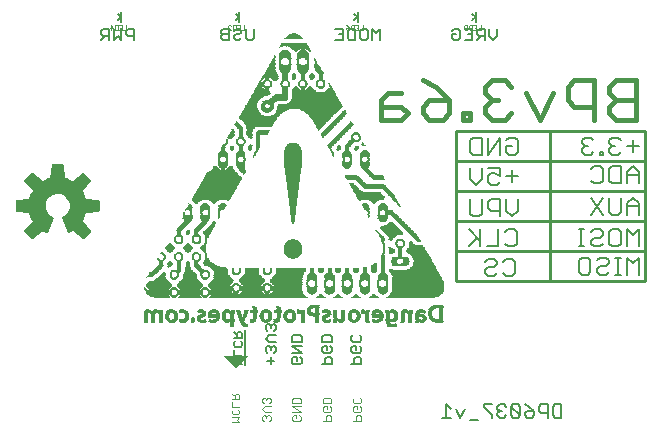
<source format=gbr>
G04 EAGLE Gerber RS-274X export*
G75*
%MOMM*%
%FSLAX34Y34*%
%LPD*%
%INSilkscreen Bottom*%
%IPPOS*%
%AMOC8*
5,1,8,0,0,1.08239X$1,22.5*%
G01*
%ADD10C,0.254000*%
%ADD11C,0.101600*%
%ADD12C,0.457200*%
%ADD13C,0.203200*%
%ADD14C,0.177800*%
%ADD15C,0.152400*%
%ADD16C,0.127000*%
%ADD17C,0.025400*%
%ADD18R,0.736600X0.025400*%
%ADD19R,0.304800X0.025400*%
%ADD20R,0.355600X0.025400*%
%ADD21R,0.787400X0.025400*%
%ADD22R,0.330200X0.025400*%
%ADD23R,0.812800X0.025400*%
%ADD24R,0.838200X0.025400*%
%ADD25R,0.406400X0.025400*%
%ADD26R,0.863600X0.025400*%
%ADD27R,0.431800X0.025400*%
%ADD28R,0.457200X0.025400*%
%ADD29R,0.203200X0.025400*%
%ADD30R,0.076200X0.025400*%
%ADD31R,0.508000X0.025400*%
%ADD32R,0.101600X0.025400*%
%ADD33R,0.050800X0.025400*%
%ADD34R,0.381000X0.025400*%
%ADD35R,0.228600X0.025400*%
%ADD36R,0.254000X0.025400*%
%ADD37R,0.279400X0.025400*%
%ADD38R,0.152400X0.025400*%
%ADD39R,0.685800X0.025400*%
%ADD40R,0.635000X0.025400*%
%ADD41R,0.584200X0.025400*%
%ADD42R,0.533400X0.025400*%
%ADD43R,0.609600X0.025400*%
%ADD44R,0.558800X0.025400*%
%ADD45R,0.482600X0.025400*%
%ADD46R,0.660400X0.025400*%
%ADD47R,0.711200X0.025400*%
%ADD48R,0.939800X0.025400*%
%ADD49R,0.762000X0.025400*%
%ADD50R,0.914400X0.025400*%
%ADD51R,0.990600X0.025400*%
%ADD52R,0.889000X0.025400*%
%ADD53R,1.016000X0.025400*%
%ADD54R,0.965200X0.025400*%
%ADD55R,1.041400X0.025400*%
%ADD56R,1.066800X0.025400*%
%ADD57R,1.092200X0.025400*%
%ADD58R,0.177800X0.025400*%
%ADD59R,0.127000X0.025400*%
%ADD60R,0.025400X0.025400*%
%ADD61R,1.574800X0.025400*%
%ADD62R,1.549400X0.025400*%
%ADD63R,1.524000X0.025400*%
%ADD64R,1.143000X0.025400*%
%ADD65R,1.117600X0.025400*%
%ADD66R,3.860800X0.025400*%
%ADD67R,8.356600X0.025400*%
%ADD68R,1.955800X0.025400*%
%ADD69R,1.193800X0.025400*%
%ADD70R,4.038600X0.025400*%
%ADD71R,8.229600X0.025400*%
%ADD72R,1.879600X0.025400*%
%ADD73R,1.422400X0.025400*%
%ADD74R,4.064000X0.025400*%
%ADD75R,8.153400X0.025400*%
%ADD76R,1.828800X0.025400*%
%ADD77R,1.473200X0.025400*%
%ADD78R,4.114800X0.025400*%
%ADD79R,8.102600X0.025400*%
%ADD80R,1.778000X0.025400*%
%ADD81R,4.140200X0.025400*%
%ADD82R,8.051800X0.025400*%
%ADD83R,1.752600X0.025400*%
%ADD84R,4.191000X0.025400*%
%ADD85R,8.026400X0.025400*%
%ADD86R,1.727200X0.025400*%
%ADD87R,1.600200X0.025400*%
%ADD88R,4.241800X0.025400*%
%ADD89R,8.001000X0.025400*%
%ADD90R,1.676400X0.025400*%
%ADD91R,1.651000X0.025400*%
%ADD92R,4.267200X0.025400*%
%ADD93R,7.924800X0.025400*%
%ADD94R,4.292600X0.025400*%
%ADD95R,7.899400X0.025400*%
%ADD96R,7.874000X0.025400*%
%ADD97R,8.178800X0.025400*%
%ADD98R,2.286000X0.025400*%
%ADD99R,2.108200X0.025400*%
%ADD100R,4.318000X0.025400*%
%ADD101R,2.819400X0.025400*%
%ADD102R,2.133600X0.025400*%
%ADD103R,2.184400X0.025400*%
%ADD104R,2.235200X0.025400*%
%ADD105R,2.794000X0.025400*%
%ADD106R,2.082800X0.025400*%
%ADD107R,2.159000X0.025400*%
%ADD108R,2.743200X0.025400*%
%ADD109R,2.032000X0.025400*%
%ADD110R,4.343400X0.025400*%
%ADD111R,2.006600X0.025400*%
%ADD112R,4.368800X0.025400*%
%ADD113R,2.692400X0.025400*%
%ADD114R,2.057400X0.025400*%
%ADD115R,2.616200X0.025400*%
%ADD116R,1.905000X0.025400*%
%ADD117R,4.394200X0.025400*%
%ADD118R,2.590800X0.025400*%
%ADD119R,1.854200X0.025400*%
%ADD120R,2.565400X0.025400*%
%ADD121R,1.803400X0.025400*%
%ADD122R,1.981200X0.025400*%
%ADD123R,2.540000X0.025400*%
%ADD124R,2.514600X0.025400*%
%ADD125R,1.701800X0.025400*%
%ADD126R,1.930400X0.025400*%
%ADD127R,2.489200X0.025400*%
%ADD128R,2.438400X0.025400*%
%ADD129R,2.209800X0.025400*%
%ADD130R,2.413000X0.025400*%
%ADD131R,2.260600X0.025400*%
%ADD132R,2.768600X0.025400*%
%ADD133R,2.717800X0.025400*%
%ADD134R,1.625600X0.025400*%
%ADD135R,2.463800X0.025400*%
%ADD136R,2.641600X0.025400*%
%ADD137R,2.667000X0.025400*%
%ADD138R,1.498600X0.025400*%
%ADD139R,1.447800X0.025400*%
%ADD140R,1.397000X0.025400*%
%ADD141R,1.346200X0.025400*%
%ADD142R,1.295400X0.025400*%
%ADD143R,4.216400X0.025400*%
%ADD144R,1.219200X0.025400*%
%ADD145R,1.168400X0.025400*%
%ADD146R,4.165600X0.025400*%
%ADD147R,1.320800X0.025400*%
%ADD148R,2.387600X0.025400*%
%ADD149R,2.362200X0.025400*%
%ADD150R,1.371600X0.025400*%
%ADD151R,1.270000X0.025400*%
%ADD152R,4.089400X0.025400*%
%ADD153R,1.244600X0.025400*%
%ADD154R,2.336800X0.025400*%
%ADD155R,2.311400X0.025400*%
%ADD156R,3.225800X0.025400*%
%ADD157R,3.200400X0.025400*%
%ADD158R,3.175000X0.025400*%
%ADD159R,3.149600X0.025400*%
%ADD160R,3.098800X0.025400*%
%ADD161R,3.048000X0.025400*%
%ADD162R,3.022600X0.025400*%
%ADD163R,2.971800X0.025400*%
%ADD164R,2.946400X0.025400*%
%ADD165R,2.921000X0.025400*%
%ADD166R,2.870200X0.025400*%
%ADD167R,2.844800X0.025400*%
%ADD168R,2.997200X0.025400*%
%ADD169R,3.124200X0.025400*%
%ADD170R,3.251200X0.025400*%
%ADD171R,3.276600X0.025400*%
%ADD172R,3.073400X0.025400*%
%ADD173R,3.302000X0.025400*%
%ADD174R,3.429000X0.025400*%
%ADD175R,3.530600X0.025400*%
%ADD176R,3.657600X0.025400*%
%ADD177R,5.334000X0.025400*%
%ADD178R,5.359400X0.025400*%
%ADD179R,5.384800X0.025400*%
%ADD180R,5.410200X0.025400*%
%ADD181R,5.435600X0.025400*%
%ADD182R,5.461000X0.025400*%
%ADD183R,5.486400X0.025400*%
%ADD184R,5.511800X0.025400*%
%ADD185R,5.308600X0.025400*%
%ADD186R,4.673600X0.025400*%
%ADD187R,4.597400X0.025400*%
%ADD188R,4.546600X0.025400*%
%ADD189R,4.445000X0.025400*%
%ADD190R,3.987800X0.025400*%
%ADD191R,3.962400X0.025400*%
%ADD192R,3.937000X0.025400*%
%ADD193R,3.911600X0.025400*%
%ADD194R,3.886200X0.025400*%
%ADD195R,3.835400X0.025400*%
%ADD196R,3.810000X0.025400*%
%ADD197R,3.784600X0.025400*%
%ADD198R,3.759200X0.025400*%
%ADD199R,3.733800X0.025400*%
%ADD200R,3.708400X0.025400*%
%ADD201R,3.683000X0.025400*%
%ADD202R,3.632200X0.025400*%

G36*
X119423Y156686D02*
X119423Y156686D01*
X119531Y156696D01*
X119544Y156702D01*
X119558Y156704D01*
X119655Y156752D01*
X119754Y156797D01*
X119767Y156808D01*
X119776Y156812D01*
X119791Y156828D01*
X119868Y156890D01*
X125900Y162922D01*
X125950Y162993D01*
X125955Y162998D01*
X125957Y163001D01*
X125963Y163010D01*
X126029Y163096D01*
X126034Y163109D01*
X126042Y163121D01*
X126073Y163224D01*
X126109Y163327D01*
X126109Y163341D01*
X126113Y163354D01*
X126109Y163462D01*
X126110Y163571D01*
X126105Y163584D01*
X126105Y163598D01*
X126067Y163700D01*
X126032Y163802D01*
X126023Y163817D01*
X126019Y163826D01*
X126005Y163843D01*
X125951Y163925D01*
X119097Y172331D01*
X120135Y174217D01*
X120143Y174239D01*
X120171Y174291D01*
X121188Y176747D01*
X121194Y176770D01*
X121216Y176825D01*
X121815Y178893D01*
X132605Y179990D01*
X132709Y180018D01*
X132815Y180043D01*
X132827Y180050D01*
X132840Y180053D01*
X132930Y180114D01*
X133023Y180171D01*
X133031Y180182D01*
X133043Y180190D01*
X133109Y180276D01*
X133178Y180360D01*
X133182Y180373D01*
X133191Y180384D01*
X133225Y180487D01*
X133264Y180588D01*
X133265Y180606D01*
X133269Y180615D01*
X133269Y180637D01*
X133278Y180735D01*
X133278Y189265D01*
X133261Y189372D01*
X133247Y189480D01*
X133241Y189492D01*
X133239Y189506D01*
X133187Y189602D01*
X133140Y189699D01*
X133130Y189709D01*
X133124Y189721D01*
X133044Y189795D01*
X132968Y189872D01*
X132956Y189878D01*
X132946Y189888D01*
X132847Y189933D01*
X132750Y189981D01*
X132732Y189985D01*
X132723Y189989D01*
X132702Y189991D01*
X132605Y190010D01*
X121815Y191107D01*
X121216Y193175D01*
X121205Y193196D01*
X121188Y193253D01*
X120171Y195709D01*
X120158Y195729D01*
X120135Y195783D01*
X119097Y197669D01*
X125951Y206075D01*
X126005Y206169D01*
X126062Y206261D01*
X126065Y206274D01*
X126072Y206286D01*
X126093Y206393D01*
X126118Y206498D01*
X126116Y206512D01*
X126119Y206526D01*
X126104Y206633D01*
X126094Y206741D01*
X126088Y206754D01*
X126086Y206768D01*
X126038Y206865D01*
X125993Y206964D01*
X125982Y206977D01*
X125978Y206986D01*
X125962Y207001D01*
X125900Y207078D01*
X119868Y213110D01*
X119780Y213173D01*
X119694Y213239D01*
X119681Y213244D01*
X119669Y213252D01*
X119566Y213283D01*
X119463Y213319D01*
X119449Y213319D01*
X119436Y213323D01*
X119328Y213319D01*
X119219Y213320D01*
X119206Y213315D01*
X119192Y213315D01*
X119090Y213277D01*
X118988Y213242D01*
X118973Y213233D01*
X118964Y213229D01*
X118947Y213215D01*
X118865Y213161D01*
X110459Y206307D01*
X108573Y207345D01*
X108551Y207353D01*
X108499Y207381D01*
X106043Y208398D01*
X106020Y208404D01*
X105965Y208426D01*
X103897Y209025D01*
X102800Y219815D01*
X102772Y219919D01*
X102747Y220025D01*
X102740Y220037D01*
X102737Y220050D01*
X102676Y220140D01*
X102619Y220233D01*
X102608Y220241D01*
X102600Y220253D01*
X102514Y220319D01*
X102430Y220388D01*
X102417Y220392D01*
X102406Y220401D01*
X102303Y220435D01*
X102202Y220474D01*
X102184Y220475D01*
X102175Y220479D01*
X102153Y220479D01*
X102055Y220488D01*
X93525Y220488D01*
X93418Y220471D01*
X93310Y220457D01*
X93298Y220451D01*
X93284Y220449D01*
X93188Y220397D01*
X93091Y220350D01*
X93081Y220340D01*
X93069Y220334D01*
X92995Y220254D01*
X92918Y220178D01*
X92912Y220166D01*
X92902Y220156D01*
X92857Y220057D01*
X92809Y219960D01*
X92805Y219942D01*
X92801Y219933D01*
X92799Y219912D01*
X92780Y219815D01*
X91683Y209025D01*
X89615Y208426D01*
X89594Y208415D01*
X89537Y208398D01*
X87081Y207381D01*
X87061Y207368D01*
X87007Y207345D01*
X85121Y206307D01*
X76715Y213161D01*
X76621Y213215D01*
X76529Y213272D01*
X76516Y213275D01*
X76504Y213282D01*
X76397Y213303D01*
X76292Y213328D01*
X76278Y213326D01*
X76264Y213329D01*
X76157Y213314D01*
X76049Y213304D01*
X76036Y213298D01*
X76023Y213296D01*
X75925Y213248D01*
X75826Y213203D01*
X75813Y213192D01*
X75804Y213188D01*
X75789Y213172D01*
X75712Y213110D01*
X69680Y207078D01*
X69617Y206990D01*
X69551Y206904D01*
X69546Y206891D01*
X69538Y206879D01*
X69507Y206776D01*
X69471Y206673D01*
X69471Y206659D01*
X69467Y206646D01*
X69471Y206538D01*
X69470Y206429D01*
X69475Y206416D01*
X69475Y206402D01*
X69513Y206300D01*
X69548Y206198D01*
X69557Y206183D01*
X69561Y206174D01*
X69575Y206157D01*
X69629Y206075D01*
X76483Y197669D01*
X75445Y195783D01*
X75437Y195761D01*
X75409Y195709D01*
X74392Y193253D01*
X74386Y193230D01*
X74364Y193175D01*
X73765Y191107D01*
X62975Y190010D01*
X62871Y189982D01*
X62765Y189957D01*
X62753Y189950D01*
X62740Y189947D01*
X62650Y189886D01*
X62557Y189829D01*
X62549Y189818D01*
X62537Y189810D01*
X62471Y189724D01*
X62403Y189640D01*
X62398Y189627D01*
X62389Y189616D01*
X62355Y189513D01*
X62316Y189412D01*
X62315Y189394D01*
X62311Y189385D01*
X62312Y189363D01*
X62302Y189265D01*
X62302Y180735D01*
X62319Y180628D01*
X62333Y180520D01*
X62339Y180508D01*
X62341Y180494D01*
X62393Y180398D01*
X62440Y180301D01*
X62450Y180291D01*
X62456Y180279D01*
X62536Y180205D01*
X62612Y180128D01*
X62624Y180122D01*
X62635Y180112D01*
X62733Y180067D01*
X62830Y180019D01*
X62848Y180015D01*
X62857Y180011D01*
X62878Y180009D01*
X62975Y179990D01*
X73765Y178893D01*
X74364Y176825D01*
X74375Y176804D01*
X74392Y176747D01*
X75409Y174291D01*
X75422Y174271D01*
X75445Y174217D01*
X76483Y172331D01*
X69629Y163925D01*
X69575Y163831D01*
X69518Y163739D01*
X69515Y163726D01*
X69508Y163714D01*
X69487Y163607D01*
X69462Y163502D01*
X69464Y163488D01*
X69461Y163474D01*
X69476Y163367D01*
X69486Y163259D01*
X69492Y163246D01*
X69494Y163233D01*
X69542Y163135D01*
X69587Y163036D01*
X69598Y163023D01*
X69602Y163014D01*
X69618Y162999D01*
X69680Y162922D01*
X75712Y156890D01*
X75800Y156827D01*
X75886Y156761D01*
X75899Y156756D01*
X75911Y156748D01*
X76014Y156717D01*
X76117Y156681D01*
X76131Y156681D01*
X76144Y156677D01*
X76252Y156681D01*
X76361Y156680D01*
X76374Y156685D01*
X76388Y156685D01*
X76490Y156723D01*
X76592Y156758D01*
X76607Y156767D01*
X76616Y156771D01*
X76633Y156785D01*
X76715Y156839D01*
X85115Y163688D01*
X86402Y162956D01*
X86421Y162949D01*
X86457Y162928D01*
X88266Y162089D01*
X88304Y162079D01*
X88340Y162060D01*
X88421Y162046D01*
X88501Y162024D01*
X88541Y162026D01*
X88580Y162020D01*
X88662Y162033D01*
X88745Y162038D01*
X88782Y162053D01*
X88821Y162059D01*
X88894Y162098D01*
X88971Y162129D01*
X89001Y162155D01*
X89037Y162174D01*
X89093Y162234D01*
X89156Y162288D01*
X89176Y162323D01*
X89204Y162352D01*
X89273Y162482D01*
X94296Y174608D01*
X94321Y174717D01*
X94350Y174824D01*
X94349Y174835D01*
X94352Y174846D01*
X94341Y174956D01*
X94333Y175068D01*
X94329Y175078D01*
X94328Y175089D01*
X94282Y175190D01*
X94239Y175293D01*
X94232Y175301D01*
X94227Y175311D01*
X94151Y175392D01*
X94078Y175476D01*
X94066Y175483D01*
X94060Y175489D01*
X94043Y175498D01*
X93954Y175557D01*
X92204Y176484D01*
X90712Y177676D01*
X89469Y179127D01*
X88519Y180784D01*
X87894Y182589D01*
X87618Y184479D01*
X87700Y186387D01*
X88136Y188247D01*
X88912Y189992D01*
X90001Y191562D01*
X91363Y192901D01*
X92951Y193962D01*
X94709Y194708D01*
X96576Y195113D01*
X98485Y195161D01*
X100370Y194853D01*
X102165Y194198D01*
X103805Y193219D01*
X105234Y191952D01*
X106401Y190440D01*
X107265Y188737D01*
X107796Y186902D01*
X107976Y184996D01*
X107832Y183294D01*
X107405Y181636D01*
X106705Y180073D01*
X106366Y179565D01*
X105865Y178816D01*
X105865Y178815D01*
X105754Y178649D01*
X104578Y177405D01*
X103210Y176376D01*
X101632Y175561D01*
X101540Y175492D01*
X101447Y175425D01*
X101442Y175419D01*
X101436Y175415D01*
X101371Y175320D01*
X101304Y175227D01*
X101302Y175220D01*
X101298Y175214D01*
X101267Y175103D01*
X101233Y174994D01*
X101233Y174986D01*
X101232Y174979D01*
X101237Y174865D01*
X101241Y174750D01*
X101244Y174741D01*
X101244Y174736D01*
X101250Y174721D01*
X101284Y174608D01*
X106307Y162482D01*
X106328Y162448D01*
X106341Y162411D01*
X106392Y162345D01*
X106436Y162275D01*
X106467Y162250D01*
X106491Y162218D01*
X106560Y162173D01*
X106624Y162120D01*
X106662Y162106D01*
X106695Y162084D01*
X106775Y162063D01*
X106853Y162034D01*
X106893Y162033D01*
X106931Y162023D01*
X107014Y162029D01*
X107096Y162026D01*
X107135Y162038D01*
X107175Y162041D01*
X107314Y162089D01*
X109123Y162928D01*
X109139Y162939D01*
X109178Y162956D01*
X110465Y163688D01*
X118865Y156839D01*
X118959Y156785D01*
X119051Y156728D01*
X119064Y156725D01*
X119076Y156718D01*
X119183Y156697D01*
X119288Y156672D01*
X119302Y156674D01*
X119316Y156671D01*
X119423Y156686D01*
G37*
G36*
X249004Y48050D02*
X249004Y48050D01*
X249006Y48049D01*
X249089Y48086D01*
X259089Y58086D01*
X259090Y58087D01*
X259091Y58087D01*
X259108Y58133D01*
X259126Y58177D01*
X259126Y58178D01*
X259126Y58179D01*
X259106Y58223D01*
X259086Y58267D01*
X259085Y58267D01*
X259085Y58268D01*
X259000Y58301D01*
X239000Y58301D01*
X238999Y58301D01*
X238998Y58301D01*
X238954Y58282D01*
X238909Y58263D01*
X238909Y58262D01*
X238908Y58261D01*
X238891Y58216D01*
X238874Y58171D01*
X238874Y58170D01*
X238874Y58169D01*
X238911Y58086D01*
X248911Y48086D01*
X248913Y48085D01*
X248914Y48083D01*
X248958Y48067D01*
X249002Y48049D01*
X249004Y48050D01*
G37*
D10*
X595000Y121500D02*
X595000Y146900D01*
X595000Y172300D01*
X595000Y197700D01*
X595000Y223100D01*
X595000Y248500D01*
X515000Y248500D01*
X435000Y248500D01*
X435000Y223100D01*
X435000Y197700D01*
X435000Y172300D01*
X435000Y146900D01*
X435000Y121500D01*
X515000Y121500D01*
X595000Y121500D01*
X515000Y121500D02*
X515000Y248500D01*
X595000Y223100D02*
X435000Y223100D01*
X435000Y197700D02*
X595000Y197700D01*
X595000Y172300D02*
X435000Y172300D01*
X435000Y146900D02*
X595000Y146900D01*
D11*
X329296Y3028D02*
X322178Y3028D01*
X329296Y3028D02*
X329296Y6587D01*
X328110Y7773D01*
X325737Y7773D01*
X324551Y6587D01*
X324551Y3028D01*
X329296Y14071D02*
X328110Y15258D01*
X329296Y14071D02*
X329296Y11699D01*
X328110Y10512D01*
X323364Y10512D01*
X322178Y11699D01*
X322178Y14071D01*
X323364Y15258D01*
X325737Y15258D01*
X325737Y12885D01*
X329296Y17996D02*
X322178Y17996D01*
X322178Y21555D01*
X323364Y22742D01*
X328110Y22742D01*
X329296Y21555D01*
X329296Y17996D01*
X347578Y3028D02*
X354696Y3028D01*
X354696Y6587D01*
X353510Y7773D01*
X351137Y7773D01*
X349951Y6587D01*
X349951Y3028D01*
X354696Y14071D02*
X353510Y15258D01*
X354696Y14071D02*
X354696Y11699D01*
X353510Y10512D01*
X348764Y10512D01*
X347578Y11699D01*
X347578Y14071D01*
X348764Y15258D01*
X351137Y15258D01*
X351137Y12885D01*
X354696Y21555D02*
X353510Y22742D01*
X354696Y21555D02*
X354696Y19183D01*
X353510Y17996D01*
X348764Y17996D01*
X347578Y19183D01*
X347578Y21555D01*
X348764Y22742D01*
X303436Y6587D02*
X302250Y7773D01*
X303436Y6587D02*
X303436Y4214D01*
X302250Y3028D01*
X297504Y3028D01*
X296318Y4214D01*
X296318Y6587D01*
X297504Y7773D01*
X299877Y7773D01*
X299877Y5401D01*
X296318Y10512D02*
X303436Y10512D01*
X296318Y15258D01*
X303436Y15258D01*
X303436Y17996D02*
X296318Y17996D01*
X296318Y21555D01*
X297504Y22742D01*
X302250Y22742D01*
X303436Y21555D01*
X303436Y17996D01*
X278036Y4214D02*
X276850Y3028D01*
X278036Y4214D02*
X278036Y6587D01*
X276850Y7773D01*
X275663Y7773D01*
X274477Y6587D01*
X274477Y5401D01*
X274477Y6587D02*
X273291Y7773D01*
X272104Y7773D01*
X270918Y6587D01*
X270918Y4214D01*
X272104Y3028D01*
X273291Y10512D02*
X278036Y10512D01*
X273291Y10512D02*
X270918Y12885D01*
X273291Y15258D01*
X278036Y15258D01*
X276850Y17996D02*
X278036Y19183D01*
X278036Y21555D01*
X276850Y22742D01*
X275663Y22742D01*
X274477Y21555D01*
X274477Y20369D01*
X274477Y21555D02*
X273291Y22742D01*
X272104Y22742D01*
X270918Y21555D01*
X270918Y19183D01*
X272104Y17996D01*
X251619Y2028D02*
X245518Y2028D01*
X249585Y4062D02*
X251619Y2028D01*
X249585Y4062D02*
X251619Y6095D01*
X245518Y6095D01*
X251619Y11627D02*
X250602Y12644D01*
X251619Y11627D02*
X251619Y9593D01*
X250602Y8577D01*
X246535Y8577D01*
X245518Y9593D01*
X245518Y11627D01*
X246535Y12644D01*
X245518Y15125D02*
X251619Y15125D01*
X245518Y15125D02*
X245518Y19193D01*
X245518Y21674D02*
X251619Y21674D01*
X251619Y24724D01*
X250602Y25741D01*
X248569Y25741D01*
X247552Y24724D01*
X247552Y21674D01*
X247552Y23708D02*
X245518Y25741D01*
D12*
X587124Y257976D02*
X587124Y291533D01*
X570346Y291533D01*
X564753Y285940D01*
X564753Y280347D01*
X570346Y274754D01*
X564753Y269162D01*
X564753Y263569D01*
X570346Y257976D01*
X587124Y257976D01*
X587124Y274754D02*
X570346Y274754D01*
X552042Y257976D02*
X552042Y291533D01*
X535264Y291533D01*
X529671Y285940D01*
X529671Y274754D01*
X535264Y269162D01*
X552042Y269162D01*
X516960Y280347D02*
X505775Y257976D01*
X494589Y280347D01*
X481878Y285940D02*
X476285Y291533D01*
X465100Y291533D01*
X459507Y285940D01*
X459507Y280347D01*
X465100Y274754D01*
X470693Y274754D01*
X465100Y274754D02*
X459507Y269162D01*
X459507Y263569D01*
X465100Y257976D01*
X476285Y257976D01*
X481878Y263569D01*
X446796Y263569D02*
X446796Y257976D01*
X446796Y263569D02*
X441203Y263569D01*
X441203Y257976D01*
X446796Y257976D01*
X418070Y285940D02*
X406884Y291533D01*
X418070Y285940D02*
X429255Y274754D01*
X429255Y263569D01*
X423662Y257976D01*
X412477Y257976D01*
X406884Y263569D01*
X406884Y269162D01*
X412477Y274754D01*
X429255Y274754D01*
X388580Y280347D02*
X377395Y280347D01*
X371802Y274754D01*
X371802Y257976D01*
X388580Y257976D01*
X394173Y263569D01*
X388580Y269162D01*
X371802Y269162D01*
D13*
X477774Y240513D02*
X480232Y242971D01*
X485147Y242971D01*
X487604Y240513D01*
X487604Y230683D01*
X485147Y228226D01*
X480232Y228226D01*
X477774Y230683D01*
X477774Y235598D01*
X482689Y235598D01*
X472168Y228226D02*
X472168Y242971D01*
X462338Y228226D01*
X462338Y242971D01*
X456732Y242971D02*
X456732Y228226D01*
X449360Y228226D01*
X446902Y230683D01*
X446902Y240513D01*
X449360Y242971D01*
X456732Y242971D01*
X589994Y213926D02*
X589994Y204096D01*
X589994Y213926D02*
X585079Y218841D01*
X580164Y213926D01*
X580164Y204096D01*
X580164Y211468D02*
X589994Y211468D01*
X574558Y218841D02*
X574558Y204096D01*
X567186Y204096D01*
X564728Y206553D01*
X564728Y216383D01*
X567186Y218841D01*
X574558Y218841D01*
X551750Y218841D02*
X549292Y216383D01*
X551750Y218841D02*
X556664Y218841D01*
X559122Y216383D01*
X559122Y206553D01*
X556664Y204096D01*
X551750Y204096D01*
X549292Y206553D01*
X487604Y210198D02*
X477774Y210198D01*
X482689Y215113D02*
X482689Y205283D01*
X472168Y217571D02*
X462338Y217571D01*
X472168Y217571D02*
X472168Y210198D01*
X467253Y212656D01*
X464796Y212656D01*
X462338Y210198D01*
X462338Y205283D01*
X464796Y202826D01*
X469711Y202826D01*
X472168Y205283D01*
X456732Y207741D02*
X456732Y217571D01*
X456732Y207741D02*
X451817Y202826D01*
X446902Y207741D01*
X446902Y217571D01*
X580164Y235598D02*
X589994Y235598D01*
X585079Y240513D02*
X585079Y230683D01*
X574558Y240513D02*
X572101Y242971D01*
X567186Y242971D01*
X564728Y240513D01*
X564728Y238056D01*
X567186Y235598D01*
X569643Y235598D01*
X567186Y235598D02*
X564728Y233141D01*
X564728Y230683D01*
X567186Y228226D01*
X572101Y228226D01*
X574558Y230683D01*
X559122Y230683D02*
X559122Y228226D01*
X559122Y230683D02*
X556664Y230683D01*
X556664Y228226D01*
X559122Y228226D01*
X551404Y240513D02*
X548946Y242971D01*
X544032Y242971D01*
X541574Y240513D01*
X541574Y238056D01*
X544032Y235598D01*
X546489Y235598D01*
X544032Y235598D02*
X541574Y233141D01*
X541574Y230683D01*
X544032Y228226D01*
X548946Y228226D01*
X551404Y230683D01*
X487604Y190901D02*
X487604Y181071D01*
X482689Y176156D01*
X477774Y181071D01*
X477774Y190901D01*
X472168Y190901D02*
X472168Y176156D01*
X472168Y190901D02*
X464796Y190901D01*
X462338Y188443D01*
X462338Y183528D01*
X464796Y181071D01*
X472168Y181071D01*
X456732Y178613D02*
X456732Y190901D01*
X456732Y178613D02*
X454274Y176156D01*
X449360Y176156D01*
X446902Y178613D01*
X446902Y190901D01*
X589994Y187256D02*
X589994Y177426D01*
X589994Y187256D02*
X585079Y192171D01*
X580164Y187256D01*
X580164Y177426D01*
X580164Y184798D02*
X589994Y184798D01*
X574558Y179883D02*
X574558Y192171D01*
X574558Y179883D02*
X572101Y177426D01*
X567186Y177426D01*
X564728Y179883D01*
X564728Y192171D01*
X559122Y192171D02*
X549292Y177426D01*
X559122Y177426D02*
X549292Y192171D01*
X589994Y165501D02*
X589994Y150756D01*
X585079Y160586D02*
X589994Y165501D01*
X585079Y160586D02*
X580164Y165501D01*
X580164Y150756D01*
X572101Y165501D02*
X567186Y165501D01*
X572101Y165501D02*
X574558Y163043D01*
X574558Y153213D01*
X572101Y150756D01*
X567186Y150756D01*
X564728Y153213D01*
X564728Y163043D01*
X567186Y165501D01*
X551750Y165501D02*
X549292Y163043D01*
X551750Y165501D02*
X556664Y165501D01*
X559122Y163043D01*
X559122Y160586D01*
X556664Y158128D01*
X551750Y158128D01*
X549292Y155671D01*
X549292Y153213D01*
X551750Y150756D01*
X556664Y150756D01*
X559122Y153213D01*
X543686Y150756D02*
X538771Y150756D01*
X541228Y150756D02*
X541228Y165501D01*
X538771Y165501D02*
X543686Y165501D01*
X478962Y165501D02*
X476504Y163043D01*
X478962Y165501D02*
X483877Y165501D01*
X486334Y163043D01*
X486334Y153213D01*
X483877Y150756D01*
X478962Y150756D01*
X476504Y153213D01*
X470898Y150756D02*
X470898Y165501D01*
X470898Y150756D02*
X461068Y150756D01*
X455462Y150756D02*
X455462Y165501D01*
X455462Y155671D02*
X445632Y165501D01*
X453004Y158128D02*
X445632Y150756D01*
X589994Y141371D02*
X589994Y126626D01*
X585079Y136456D02*
X589994Y141371D01*
X585079Y136456D02*
X580164Y141371D01*
X580164Y126626D01*
X574558Y126626D02*
X569643Y126626D01*
X572101Y126626D02*
X572101Y141371D01*
X574558Y141371D02*
X569643Y141371D01*
X556895Y141371D02*
X554438Y138913D01*
X556895Y141371D02*
X561810Y141371D01*
X564267Y138913D01*
X564267Y136456D01*
X561810Y133998D01*
X556895Y133998D01*
X554438Y131541D01*
X554438Y129083D01*
X556895Y126626D01*
X561810Y126626D01*
X564267Y129083D01*
X546374Y141371D02*
X541459Y141371D01*
X546374Y141371D02*
X548831Y138913D01*
X548831Y129083D01*
X546374Y126626D01*
X541459Y126626D01*
X539001Y129083D01*
X539001Y138913D01*
X541459Y141371D01*
X477612Y140371D02*
X475154Y137913D01*
X477612Y140371D02*
X482527Y140371D01*
X484984Y137913D01*
X484984Y128083D01*
X482527Y125626D01*
X477612Y125626D01*
X475154Y128083D01*
X462176Y140371D02*
X459718Y137913D01*
X462176Y140371D02*
X467091Y140371D01*
X469548Y137913D01*
X469548Y135456D01*
X467091Y132998D01*
X462176Y132998D01*
X459718Y130541D01*
X459718Y128083D01*
X462176Y125626D01*
X467091Y125626D01*
X469548Y128083D01*
D14*
X469740Y328594D02*
X469740Y335034D01*
X469740Y328594D02*
X466520Y325374D01*
X463300Y328594D01*
X463300Y335034D01*
X459216Y335034D02*
X459216Y325374D01*
X459216Y335034D02*
X454385Y335034D01*
X452775Y333424D01*
X452775Y330204D01*
X454385Y328594D01*
X459216Y328594D01*
X455996Y328594D02*
X452775Y325374D01*
X448691Y335034D02*
X442251Y335034D01*
X448691Y335034D02*
X448691Y325374D01*
X442251Y325374D01*
X445471Y330204D02*
X448691Y330204D01*
X433336Y335034D02*
X431726Y333424D01*
X433336Y335034D02*
X436556Y335034D01*
X438166Y333424D01*
X438166Y326984D01*
X436556Y325374D01*
X433336Y325374D01*
X431726Y326984D01*
X431726Y330204D01*
X434946Y330204D01*
X370680Y325374D02*
X370680Y335034D01*
X367460Y331814D01*
X364240Y335034D01*
X364240Y325374D01*
X358546Y335034D02*
X355325Y335034D01*
X358546Y335034D02*
X360156Y333424D01*
X360156Y326984D01*
X358546Y325374D01*
X355325Y325374D01*
X353715Y326984D01*
X353715Y333424D01*
X355325Y335034D01*
X349631Y335034D02*
X349631Y325374D01*
X344801Y325374D01*
X343191Y326984D01*
X343191Y333424D01*
X344801Y335034D01*
X349631Y335034D01*
X339106Y335034D02*
X332666Y335034D01*
X339106Y335034D02*
X339106Y325374D01*
X332666Y325374D01*
X335886Y330204D02*
X339106Y330204D01*
X263818Y326984D02*
X263818Y335034D01*
X263818Y326984D02*
X262208Y325374D01*
X258988Y325374D01*
X257378Y326984D01*
X257378Y335034D01*
X248463Y335034D02*
X246853Y333424D01*
X248463Y335034D02*
X251683Y335034D01*
X253293Y333424D01*
X253293Y331814D01*
X251683Y330204D01*
X248463Y330204D01*
X246853Y328594D01*
X246853Y326984D01*
X248463Y325374D01*
X251683Y325374D01*
X253293Y326984D01*
X242769Y325374D02*
X242769Y335034D01*
X237939Y335034D01*
X236329Y333424D01*
X236329Y331814D01*
X237939Y330204D01*
X236329Y328594D01*
X236329Y326984D01*
X237939Y325374D01*
X242769Y325374D01*
X242769Y330204D02*
X237939Y330204D01*
X162218Y325374D02*
X162218Y335034D01*
X157388Y335034D01*
X155778Y333424D01*
X155778Y330204D01*
X157388Y328594D01*
X162218Y328594D01*
X151693Y325374D02*
X151693Y335034D01*
X148473Y328594D02*
X151693Y325374D01*
X148473Y328594D02*
X145253Y325374D01*
X145253Y335034D01*
X141169Y335034D02*
X141169Y325374D01*
X141169Y335034D02*
X136339Y335034D01*
X134729Y333424D01*
X134729Y330204D01*
X136339Y328594D01*
X141169Y328594D01*
X137949Y328594D02*
X134729Y325374D01*
D15*
X346182Y51022D02*
X354825Y51022D01*
X354825Y55344D01*
X353385Y56784D01*
X350504Y56784D01*
X349063Y55344D01*
X349063Y51022D01*
X354825Y64699D02*
X353385Y66139D01*
X354825Y64699D02*
X354825Y61818D01*
X353385Y60377D01*
X347623Y60377D01*
X346182Y61818D01*
X346182Y64699D01*
X347623Y66139D01*
X350504Y66139D01*
X350504Y63258D01*
X354825Y74054D02*
X353385Y75495D01*
X354825Y74054D02*
X354825Y71173D01*
X353385Y69732D01*
X347623Y69732D01*
X346182Y71173D01*
X346182Y74054D01*
X347623Y75495D01*
X330054Y51225D02*
X321410Y51225D01*
X330054Y51225D02*
X330054Y55547D01*
X328613Y56987D01*
X325732Y56987D01*
X324292Y55547D01*
X324292Y51225D01*
X330054Y64902D02*
X328613Y66343D01*
X330054Y64902D02*
X330054Y62021D01*
X328613Y60580D01*
X322851Y60580D01*
X321410Y62021D01*
X321410Y64902D01*
X322851Y66343D01*
X325732Y66343D01*
X325732Y63462D01*
X330054Y69936D02*
X321410Y69936D01*
X321410Y74257D01*
X322851Y75698D01*
X328613Y75698D01*
X330054Y74257D01*
X330054Y69936D01*
X304485Y55344D02*
X303045Y56784D01*
X304485Y55344D02*
X304485Y52463D01*
X303045Y51022D01*
X297283Y51022D01*
X295842Y52463D01*
X295842Y55344D01*
X297283Y56784D01*
X300164Y56784D01*
X300164Y53903D01*
X304485Y60377D02*
X295842Y60377D01*
X295842Y66139D02*
X304485Y60377D01*
X304485Y66139D02*
X295842Y66139D01*
X295842Y69732D02*
X304485Y69732D01*
X295842Y69732D02*
X295842Y74054D01*
X297283Y75495D01*
X303045Y75495D01*
X304485Y74054D01*
X304485Y69732D01*
X278304Y56784D02*
X278304Y51022D01*
X281185Y53903D02*
X275423Y53903D01*
X281185Y60377D02*
X282625Y61818D01*
X282625Y64699D01*
X281185Y66139D01*
X279744Y66139D01*
X278304Y64699D01*
X278304Y63258D01*
X278304Y64699D02*
X276863Y66139D01*
X275423Y66139D01*
X273982Y64699D01*
X273982Y61818D01*
X275423Y60377D01*
X276863Y69732D02*
X282625Y69732D01*
X276863Y69732D02*
X273982Y72614D01*
X276863Y75495D01*
X282625Y75495D01*
X281185Y79088D02*
X282625Y80528D01*
X282625Y83409D01*
X281185Y84850D01*
X279744Y84850D01*
X278304Y83409D01*
X278304Y81969D01*
X278304Y83409D02*
X276863Y84850D01*
X275423Y84850D01*
X273982Y83409D01*
X273982Y80528D01*
X275423Y79088D01*
D16*
X256329Y80197D02*
X256329Y50260D01*
X253795Y50895D02*
X246931Y50895D01*
X251507Y53183D02*
X253795Y50895D01*
X251507Y53183D02*
X253795Y55471D01*
X246931Y55471D01*
X246931Y58379D02*
X253795Y58379D01*
X246931Y58379D02*
X246931Y62955D01*
X253795Y69295D02*
X252651Y70439D01*
X253795Y69295D02*
X253795Y67007D01*
X252651Y65863D01*
X248075Y65863D01*
X246931Y67007D01*
X246931Y69295D01*
X248075Y70439D01*
X246931Y73347D02*
X253795Y73347D01*
X253795Y76779D01*
X252651Y77923D01*
X250363Y77923D01*
X249219Y76779D01*
X249219Y73347D01*
X249219Y75635D02*
X246931Y77923D01*
D13*
X451700Y345000D02*
X451700Y349600D01*
X451700Y345000D02*
X451700Y340400D01*
X451700Y345000D02*
X448600Y347338D01*
X451546Y344746D02*
X448600Y342816D01*
D17*
X455951Y337891D02*
X455951Y334078D01*
X453409Y334078D01*
X452209Y337891D02*
X449667Y337891D01*
X452209Y337891D02*
X452209Y334078D01*
X449667Y334078D01*
X450938Y335985D02*
X452209Y335985D01*
X448467Y337891D02*
X448467Y334078D01*
X446561Y334078D01*
X445925Y334714D01*
X445925Y337256D01*
X446561Y337891D01*
X448467Y337891D01*
X444725Y337256D02*
X444090Y337891D01*
X442819Y337891D01*
X442183Y337256D01*
X442183Y336620D01*
X442819Y335985D01*
X442183Y335349D01*
X442183Y334714D01*
X442819Y334078D01*
X444090Y334078D01*
X444725Y334714D01*
X444725Y335349D01*
X444090Y335985D01*
X444725Y336620D01*
X444725Y337256D01*
X444090Y335985D02*
X442819Y335985D01*
D13*
X351700Y345000D02*
X351700Y349600D01*
X351700Y345000D02*
X351700Y340400D01*
X351700Y345000D02*
X348600Y347338D01*
X351546Y344746D02*
X348600Y342816D01*
D17*
X355951Y337891D02*
X355951Y334078D01*
X353409Y334078D01*
X352209Y337891D02*
X349667Y337891D01*
X352209Y337891D02*
X352209Y334078D01*
X349667Y334078D01*
X350938Y335985D02*
X352209Y335985D01*
X348467Y337891D02*
X348467Y334078D01*
X346561Y334078D01*
X345925Y334714D01*
X345925Y337256D01*
X346561Y337891D01*
X348467Y337891D01*
X343454Y337256D02*
X342183Y337891D01*
X343454Y337256D02*
X344725Y335985D01*
X344725Y334714D01*
X344090Y334078D01*
X342819Y334078D01*
X342183Y334714D01*
X342183Y335349D01*
X342819Y335985D01*
X344725Y335985D01*
D13*
X151700Y345000D02*
X151700Y349600D01*
X151700Y345000D02*
X151700Y340400D01*
X151700Y345000D02*
X148600Y347338D01*
X151546Y344746D02*
X148600Y342816D01*
D17*
X155951Y337891D02*
X155951Y334078D01*
X153409Y334078D01*
X152209Y337891D02*
X149667Y337891D01*
X152209Y337891D02*
X152209Y334078D01*
X149667Y334078D01*
X150938Y335985D02*
X152209Y335985D01*
X148467Y337891D02*
X148467Y334078D01*
X146561Y334078D01*
X145925Y334714D01*
X145925Y337256D01*
X146561Y337891D01*
X148467Y337891D01*
X142819Y337891D02*
X142819Y334078D01*
X144725Y335985D02*
X142819Y337891D01*
X142183Y335985D02*
X144725Y335985D01*
D13*
X251700Y345000D02*
X251700Y349600D01*
X251700Y345000D02*
X251700Y340400D01*
X251700Y345000D02*
X248600Y347338D01*
X251546Y344746D02*
X248600Y342816D01*
D17*
X255951Y337891D02*
X255951Y334078D01*
X253409Y334078D01*
X252209Y337891D02*
X249667Y337891D01*
X252209Y337891D02*
X252209Y334078D01*
X249667Y334078D01*
X250938Y335985D02*
X252209Y335985D01*
X248467Y337891D02*
X248467Y334078D01*
X246561Y334078D01*
X245925Y334714D01*
X245925Y337256D01*
X246561Y337891D01*
X248467Y337891D01*
X244725Y334078D02*
X242183Y334078D01*
X244725Y334078D02*
X242183Y336620D01*
X242183Y337256D01*
X242819Y337891D01*
X244090Y337891D01*
X244725Y337256D01*
D18*
X381436Y82385D03*
D19*
X256849Y82385D03*
D20*
X245673Y82385D03*
D21*
X381182Y82639D03*
D22*
X256722Y82639D03*
D20*
X245673Y82639D03*
D23*
X381055Y82893D03*
D20*
X256595Y82893D03*
X245673Y82893D03*
D24*
X380928Y83147D03*
D25*
X256595Y83147D03*
D20*
X245673Y83147D03*
D26*
X380801Y83401D03*
D27*
X256468Y83401D03*
D20*
X245673Y83401D03*
D26*
X380547Y83655D03*
D28*
X256341Y83655D03*
D20*
X245673Y83655D03*
D26*
X380547Y83909D03*
D28*
X256341Y83909D03*
D20*
X245673Y83909D03*
D29*
X383849Y84163D03*
D30*
X382198Y84163D03*
D31*
X378769Y84163D03*
X256087Y84163D03*
D20*
X245673Y84163D03*
D32*
X384103Y84417D03*
D25*
X378007Y84417D03*
D27*
X255706Y84417D03*
D20*
X245673Y84417D03*
D33*
X384357Y84671D03*
D34*
X377880Y84671D03*
D25*
X255325Y84671D03*
D20*
X245673Y84671D03*
X377753Y84925D03*
D34*
X254944Y84925D03*
D20*
X245673Y84925D03*
X377499Y85179D03*
X254817Y85179D03*
X245673Y85179D03*
D22*
X377372Y85433D03*
D20*
X254563Y85433D03*
X245673Y85433D03*
D22*
X377372Y85687D03*
X254436Y85687D03*
D20*
X245673Y85687D03*
X420679Y85941D03*
D35*
X406582Y85941D03*
D19*
X377245Y85941D03*
D22*
X367720Y85941D03*
D36*
X348797Y85941D03*
D29*
X337621Y85941D03*
D19*
X325937Y85941D03*
D36*
X294441Y85941D03*
X282757Y85941D03*
X274375Y85941D03*
X262691Y85941D03*
D22*
X254436Y85941D03*
D20*
X245673Y85941D03*
D29*
X241355Y85941D03*
D22*
X229290Y85941D03*
D37*
X220400Y85941D03*
D38*
X212399Y85941D03*
D36*
X203509Y85941D03*
X194365Y85941D03*
D39*
X420806Y86195D03*
D22*
X406582Y86195D03*
D19*
X401883Y86195D03*
D22*
X396422Y86195D03*
D19*
X389691Y86195D03*
X377245Y86195D03*
D31*
X367593Y86195D03*
D22*
X360100Y86195D03*
D25*
X348797Y86195D03*
D20*
X337621Y86195D03*
D37*
X332668Y86195D03*
D28*
X325937Y86195D03*
D22*
X317682Y86195D03*
X305490Y86195D03*
D27*
X294314Y86195D03*
D34*
X282884Y86195D03*
D25*
X274121Y86195D03*
D34*
X262564Y86195D03*
D22*
X254182Y86195D03*
D20*
X245673Y86195D03*
D22*
X241228Y86195D03*
D31*
X229163Y86195D03*
D28*
X220527Y86195D03*
D36*
X212399Y86195D03*
D31*
X203509Y86195D03*
D27*
X194238Y86195D03*
D22*
X185094Y86195D03*
X178744Y86195D03*
D19*
X172521Y86195D03*
D21*
X420298Y86449D03*
D27*
X406582Y86449D03*
D19*
X401883Y86449D03*
D22*
X396422Y86449D03*
X389818Y86449D03*
D37*
X381690Y86449D03*
D22*
X377118Y86449D03*
D40*
X367720Y86449D03*
D22*
X360100Y86449D03*
D31*
X348797Y86449D03*
D27*
X337494Y86449D03*
D19*
X332795Y86449D03*
D41*
X326064Y86449D03*
D22*
X317682Y86449D03*
X305490Y86449D03*
D42*
X294314Y86449D03*
D27*
X282884Y86449D03*
D42*
X274248Y86449D03*
D27*
X262818Y86449D03*
D22*
X254182Y86449D03*
X245800Y86449D03*
D27*
X241228Y86449D03*
D40*
X229290Y86449D03*
D43*
X220527Y86449D03*
D37*
X212272Y86449D03*
D44*
X203509Y86449D03*
D31*
X194365Y86449D03*
D22*
X185094Y86449D03*
X178744Y86449D03*
D19*
X172521Y86449D03*
D26*
X419917Y86703D03*
D45*
X406582Y86703D03*
D19*
X402137Y86703D03*
D22*
X396422Y86703D03*
X389818Y86703D03*
D25*
X381563Y86703D03*
D22*
X377118Y86703D03*
D18*
X367720Y86703D03*
D19*
X359973Y86703D03*
D43*
X348797Y86703D03*
D45*
X337494Y86703D03*
D19*
X332795Y86703D03*
D46*
X325937Y86703D03*
D22*
X317682Y86703D03*
X305490Y86703D03*
D40*
X294314Y86703D03*
D28*
X283011Y86703D03*
D40*
X274248Y86703D03*
D28*
X262945Y86703D03*
D20*
X254055Y86703D03*
D26*
X243133Y86703D03*
D47*
X229417Y86703D03*
D40*
X220400Y86703D03*
D22*
X212526Y86703D03*
D43*
X203763Y86703D03*
X194365Y86703D03*
D22*
X185094Y86703D03*
X178744Y86703D03*
D19*
X172521Y86703D03*
D48*
X419536Y86957D03*
D26*
X404931Y86957D03*
D22*
X396422Y86957D03*
X389818Y86957D03*
D45*
X381690Y86957D03*
D22*
X377118Y86957D03*
D49*
X368101Y86957D03*
D19*
X359973Y86957D03*
D47*
X348797Y86957D03*
D41*
X337494Y86957D03*
D19*
X332795Y86957D03*
D39*
X325810Y86957D03*
D22*
X317682Y86957D03*
X305490Y86957D03*
D18*
X294314Y86957D03*
D45*
X283138Y86957D03*
D18*
X274248Y86957D03*
D45*
X263072Y86957D03*
D20*
X254055Y86957D03*
D50*
X242879Y86957D03*
D49*
X229671Y86957D03*
D39*
X220146Y86957D03*
D20*
X212399Y86957D03*
D46*
X204017Y86957D03*
D47*
X194365Y86957D03*
D22*
X185094Y86957D03*
X178744Y86957D03*
D19*
X172521Y86957D03*
D51*
X419282Y87211D03*
D52*
X405058Y87211D03*
D22*
X396422Y87211D03*
X389818Y87211D03*
D44*
X381817Y87211D03*
D22*
X377118Y87211D03*
D21*
X368228Y87211D03*
D19*
X359973Y87211D03*
D49*
X348797Y87211D03*
D43*
X337367Y87211D03*
D37*
X332668Y87211D03*
D47*
X325683Y87211D03*
D22*
X317682Y87211D03*
X305490Y87211D03*
D21*
X294314Y87211D03*
D31*
X283265Y87211D03*
D21*
X274248Y87211D03*
D31*
X263199Y87211D03*
D25*
X254055Y87211D03*
D48*
X242752Y87211D03*
D21*
X229798Y87211D03*
D47*
X220019Y87211D03*
D34*
X212526Y87211D03*
D39*
X204144Y87211D03*
D49*
X194365Y87211D03*
D22*
X185094Y87211D03*
X178744Y87211D03*
D19*
X172521Y87211D03*
D53*
X419155Y87465D03*
D52*
X405058Y87465D03*
D22*
X396422Y87465D03*
X389818Y87465D03*
D48*
X380166Y87465D03*
D23*
X368355Y87465D03*
D19*
X359973Y87465D03*
D23*
X348797Y87465D03*
D48*
X335970Y87465D03*
D18*
X325556Y87465D03*
D22*
X317682Y87465D03*
X305490Y87465D03*
D24*
X294314Y87465D03*
D31*
X283265Y87465D03*
D24*
X274248Y87465D03*
D31*
X263199Y87465D03*
D25*
X254055Y87465D03*
D54*
X242625Y87465D03*
D23*
X229925Y87465D03*
D18*
X219892Y87465D03*
D34*
X212526Y87465D03*
D47*
X204271Y87465D03*
D23*
X194365Y87465D03*
D22*
X185094Y87465D03*
X178744Y87465D03*
D19*
X172521Y87465D03*
D55*
X419028Y87719D03*
D50*
X405185Y87719D03*
D22*
X396422Y87719D03*
X389818Y87719D03*
D54*
X380293Y87719D03*
D23*
X368355Y87719D03*
D19*
X359973Y87719D03*
D26*
X348797Y87719D03*
D48*
X335970Y87719D03*
D49*
X325429Y87719D03*
D22*
X317682Y87719D03*
X305490Y87719D03*
D52*
X294314Y87719D03*
D42*
X283392Y87719D03*
D26*
X274121Y87719D03*
D31*
X263199Y87719D03*
D28*
X254055Y87719D03*
D51*
X242498Y87719D03*
D23*
X229925Y87719D03*
D18*
X219892Y87719D03*
D34*
X212526Y87719D03*
D18*
X204398Y87719D03*
D24*
X194238Y87719D03*
D22*
X185094Y87719D03*
X178744Y87719D03*
D19*
X172521Y87719D03*
D56*
X418901Y87973D03*
D50*
X405185Y87973D03*
D22*
X396422Y87973D03*
X389818Y87973D03*
D54*
X380293Y87973D03*
D23*
X368609Y87973D03*
D19*
X359973Y87973D03*
D50*
X348797Y87973D03*
D54*
X336097Y87973D03*
D18*
X325302Y87973D03*
D22*
X317682Y87973D03*
X305490Y87973D03*
D52*
X294314Y87973D03*
D42*
X283392Y87973D03*
D50*
X274121Y87973D03*
D42*
X263326Y87973D03*
D28*
X254055Y87973D03*
D51*
X242498Y87973D03*
D23*
X230179Y87973D03*
D49*
X219765Y87973D03*
D34*
X212526Y87973D03*
D18*
X204652Y87973D03*
D50*
X194365Y87973D03*
D22*
X185094Y87973D03*
X178744Y87973D03*
D19*
X172521Y87973D03*
D57*
X418774Y88227D03*
D34*
X408106Y88227D03*
D27*
X402772Y88227D03*
D22*
X396422Y88227D03*
X389818Y88227D03*
D51*
X380420Y88227D03*
D45*
X370514Y88227D03*
D58*
X365434Y88227D03*
D19*
X359973Y88227D03*
D25*
X351337Y88227D03*
X346257Y88227D03*
D54*
X336097Y88227D03*
D29*
X327969Y88227D03*
D20*
X323397Y88227D03*
D22*
X317682Y88227D03*
X305490Y88227D03*
D27*
X296854Y88227D03*
X291774Y88227D03*
D42*
X283392Y88227D03*
D27*
X276788Y88227D03*
D25*
X271581Y88227D03*
D42*
X263326Y88227D03*
D28*
X254055Y88227D03*
D53*
X242371Y88227D03*
D45*
X232084Y88227D03*
D29*
X227131Y88227D03*
X222559Y88227D03*
D20*
X217733Y88227D03*
D34*
X212526Y88227D03*
D18*
X204652Y88227D03*
D27*
X196778Y88227D03*
D25*
X191571Y88227D03*
D22*
X185094Y88227D03*
X178744Y88227D03*
D19*
X172521Y88227D03*
D20*
X422457Y88481D03*
D41*
X415980Y88481D03*
D20*
X408233Y88481D03*
D34*
X402518Y88481D03*
D22*
X396422Y88481D03*
X389818Y88481D03*
D51*
X380420Y88481D03*
D25*
X370895Y88481D03*
D30*
X364926Y88481D03*
D19*
X359973Y88481D03*
D34*
X351718Y88481D03*
X345876Y88481D03*
D54*
X336097Y88481D03*
D59*
X328350Y88481D03*
D19*
X323143Y88481D03*
D22*
X317682Y88481D03*
X305490Y88481D03*
D34*
X297108Y88481D03*
X291520Y88481D03*
D25*
X284027Y88481D03*
D32*
X281233Y88481D03*
D34*
X277042Y88481D03*
D25*
X271327Y88481D03*
D42*
X263326Y88481D03*
D31*
X254055Y88481D03*
D45*
X245038Y88481D03*
D27*
X239450Y88481D03*
D25*
X232465Y88481D03*
D30*
X226496Y88481D03*
D32*
X222813Y88481D03*
D22*
X217606Y88481D03*
D20*
X212399Y88481D03*
D31*
X206049Y88481D03*
D32*
X201477Y88481D03*
D34*
X197286Y88481D03*
X191444Y88481D03*
D22*
X185094Y88481D03*
X178744Y88481D03*
D19*
X172521Y88481D03*
D20*
X422457Y88735D03*
D31*
X415345Y88735D03*
D22*
X408360Y88735D03*
D20*
X402391Y88735D03*
D22*
X396422Y88735D03*
X389818Y88735D03*
D27*
X383468Y88735D03*
X377626Y88735D03*
D34*
X371276Y88735D03*
D19*
X359973Y88735D03*
D20*
X351845Y88735D03*
D34*
X345622Y88735D03*
D25*
X339145Y88735D03*
X333303Y88735D03*
D30*
X328604Y88735D03*
D19*
X323143Y88735D03*
D22*
X317682Y88735D03*
X305490Y88735D03*
D34*
X297362Y88735D03*
X291266Y88735D03*
X284408Y88735D03*
X277296Y88735D03*
X271200Y88735D03*
D20*
X264215Y88735D03*
D31*
X254055Y88735D03*
D27*
X245292Y88735D03*
D25*
X239069Y88735D03*
D34*
X232846Y88735D03*
D33*
X223067Y88735D03*
D19*
X217479Y88735D03*
D20*
X212399Y88735D03*
D27*
X206430Y88735D03*
D60*
X201096Y88735D03*
D20*
X197413Y88735D03*
D34*
X191190Y88735D03*
D22*
X185094Y88735D03*
X178744Y88735D03*
D19*
X172521Y88735D03*
D20*
X422457Y88989D03*
D28*
X415091Y88989D03*
D22*
X408360Y88989D03*
D20*
X402391Y88989D03*
D22*
X396422Y88989D03*
X389818Y88989D03*
D34*
X383722Y88989D03*
D25*
X377499Y88989D03*
D22*
X371530Y88989D03*
D19*
X359973Y88989D03*
D20*
X352099Y88989D03*
X345495Y88989D03*
D34*
X339272Y88989D03*
D25*
X333303Y88989D03*
D37*
X323016Y88989D03*
D22*
X317682Y88989D03*
X305490Y88989D03*
D20*
X297489Y88989D03*
X291139Y88989D03*
X284535Y88989D03*
X277423Y88989D03*
X271073Y88989D03*
X264469Y88989D03*
D31*
X254055Y88989D03*
D25*
X245419Y88989D03*
D34*
X238942Y88989D03*
D22*
X233100Y88989D03*
D19*
X217479Y88989D03*
D22*
X212526Y88989D03*
D34*
X206684Y88989D03*
X197540Y88989D03*
D20*
X191063Y88989D03*
D22*
X185094Y88989D03*
X178744Y88989D03*
D19*
X172521Y88989D03*
D20*
X422457Y89243D03*
D27*
X414710Y89243D03*
D22*
X408360Y89243D03*
X402264Y89243D03*
X396422Y89243D03*
X389818Y89243D03*
D20*
X383849Y89243D03*
D34*
X377372Y89243D03*
D22*
X371784Y89243D03*
D19*
X359973Y89243D03*
D20*
X352099Y89243D03*
D22*
X345368Y89243D03*
D20*
X339399Y89243D03*
X333049Y89243D03*
D19*
X323143Y89243D03*
D22*
X317682Y89243D03*
X305490Y89243D03*
D20*
X297743Y89243D03*
X290885Y89243D03*
D22*
X284662Y89243D03*
D34*
X277550Y89243D03*
D20*
X270819Y89243D03*
D22*
X264596Y89243D03*
D44*
X254055Y89243D03*
D34*
X245546Y89243D03*
D20*
X238815Y89243D03*
D22*
X233354Y89243D03*
D19*
X217479Y89243D03*
X212399Y89243D03*
D34*
X206938Y89243D03*
D20*
X197667Y89243D03*
X190809Y89243D03*
D22*
X185094Y89243D03*
X178744Y89243D03*
D19*
X172521Y89243D03*
D20*
X422457Y89497D03*
D25*
X414329Y89497D03*
D22*
X408360Y89497D03*
X402264Y89497D03*
X396422Y89497D03*
X389818Y89497D03*
D20*
X384103Y89497D03*
X377245Y89497D03*
D22*
X371784Y89497D03*
D19*
X359973Y89497D03*
D20*
X352353Y89497D03*
X345241Y89497D03*
X339399Y89497D03*
X333049Y89497D03*
D22*
X323270Y89497D03*
X317682Y89497D03*
X305490Y89497D03*
X297870Y89497D03*
D20*
X290885Y89497D03*
D22*
X284662Y89497D03*
D20*
X277677Y89497D03*
X270565Y89497D03*
D22*
X264596Y89497D03*
D44*
X254055Y89497D03*
D20*
X245673Y89497D03*
X238561Y89497D03*
D22*
X233354Y89497D03*
X217606Y89497D03*
D35*
X212526Y89497D03*
D20*
X207065Y89497D03*
X197667Y89497D03*
D22*
X190682Y89497D03*
X185094Y89497D03*
X178744Y89497D03*
D19*
X172521Y89497D03*
D20*
X422457Y89751D03*
D25*
X414075Y89751D03*
D22*
X408360Y89751D03*
X402264Y89751D03*
X396422Y89751D03*
X389818Y89751D03*
D20*
X384103Y89751D03*
D22*
X377118Y89751D03*
D19*
X371911Y89751D03*
X359973Y89751D03*
D20*
X352353Y89751D03*
X345241Y89751D03*
D22*
X339526Y89751D03*
X332922Y89751D03*
D20*
X323397Y89751D03*
D22*
X317682Y89751D03*
X305490Y89751D03*
D20*
X297997Y89751D03*
X290631Y89751D03*
D19*
X284789Y89751D03*
D20*
X277677Y89751D03*
X270565Y89751D03*
D22*
X264596Y89751D03*
D41*
X254182Y89751D03*
D20*
X245673Y89751D03*
D22*
X238434Y89751D03*
D19*
X233481Y89751D03*
D20*
X217733Y89751D03*
D32*
X212399Y89751D03*
D20*
X207319Y89751D03*
D22*
X197794Y89751D03*
X190682Y89751D03*
X185094Y89751D03*
X178744Y89751D03*
D19*
X172521Y89751D03*
D20*
X422457Y90005D03*
D34*
X413948Y90005D03*
D22*
X408360Y90005D03*
X402264Y90005D03*
X396422Y90005D03*
X389818Y90005D03*
X384230Y90005D03*
X377118Y90005D03*
D19*
X371911Y90005D03*
X359973Y90005D03*
D22*
X352480Y90005D03*
D20*
X344987Y90005D03*
D22*
X339526Y90005D03*
X332922Y90005D03*
D34*
X323524Y90005D03*
D22*
X317682Y90005D03*
X305490Y90005D03*
D20*
X297997Y90005D03*
X290631Y90005D03*
D19*
X284789Y90005D03*
D22*
X277804Y90005D03*
X270438Y90005D03*
X264596Y90005D03*
D37*
X255706Y90005D03*
D19*
X252531Y90005D03*
D20*
X245673Y90005D03*
D22*
X238434Y90005D03*
D19*
X233481Y90005D03*
D25*
X217987Y90005D03*
D20*
X207319Y90005D03*
D22*
X197794Y90005D03*
D20*
X190555Y90005D03*
D22*
X185094Y90005D03*
X178744Y90005D03*
D19*
X172521Y90005D03*
D20*
X422457Y90259D03*
X413821Y90259D03*
X408233Y90259D03*
D22*
X402264Y90259D03*
X396422Y90259D03*
X389818Y90259D03*
D20*
X384357Y90259D03*
D22*
X377118Y90259D03*
X372038Y90259D03*
D19*
X359973Y90259D03*
D22*
X352480Y90259D03*
D20*
X344987Y90259D03*
D19*
X339653Y90259D03*
D22*
X332922Y90259D03*
D28*
X323905Y90259D03*
D22*
X317682Y90259D03*
X305490Y90259D03*
D20*
X297997Y90259D03*
D22*
X290504Y90259D03*
D19*
X284789Y90259D03*
D22*
X277804Y90259D03*
X270438Y90259D03*
X264596Y90259D03*
D37*
X255706Y90259D03*
X252404Y90259D03*
D20*
X245673Y90259D03*
D22*
X238434Y90259D03*
D19*
X233481Y90259D03*
D45*
X218368Y90259D03*
D20*
X207319Y90259D03*
D22*
X197794Y90259D03*
X190428Y90259D03*
X185094Y90259D03*
X178744Y90259D03*
D19*
X172521Y90259D03*
D20*
X422457Y90513D03*
D34*
X413694Y90513D03*
D20*
X407979Y90513D03*
D22*
X402264Y90513D03*
X396422Y90513D03*
X389818Y90513D03*
D20*
X384357Y90513D03*
D22*
X377118Y90513D03*
D53*
X368609Y90513D03*
D19*
X359973Y90513D03*
D22*
X352480Y90513D03*
D20*
X344987Y90513D03*
D19*
X339653Y90513D03*
D22*
X332922Y90513D03*
D42*
X324286Y90513D03*
D22*
X317682Y90513D03*
X305490Y90513D03*
D20*
X297997Y90513D03*
D22*
X290504Y90513D03*
D19*
X284789Y90513D03*
D22*
X277804Y90513D03*
X270438Y90513D03*
X264596Y90513D03*
D19*
X255833Y90513D03*
D37*
X252404Y90513D03*
D20*
X245673Y90513D03*
X238307Y90513D03*
D51*
X230052Y90513D03*
D42*
X218622Y90513D03*
D22*
X207446Y90513D03*
X198048Y90513D03*
X190428Y90513D03*
X185094Y90513D03*
X178744Y90513D03*
D19*
X172521Y90513D03*
D20*
X422457Y90767D03*
D34*
X413694Y90767D03*
D25*
X407471Y90767D03*
D22*
X402264Y90767D03*
X396422Y90767D03*
X389818Y90767D03*
D20*
X384357Y90767D03*
D22*
X377118Y90767D03*
D53*
X368609Y90767D03*
D19*
X359973Y90767D03*
D20*
X352607Y90767D03*
X344987Y90767D03*
D19*
X339653Y90767D03*
D22*
X332922Y90767D03*
D43*
X324667Y90767D03*
D22*
X317682Y90767D03*
X305490Y90767D03*
D20*
X297997Y90767D03*
D22*
X290504Y90767D03*
D19*
X284789Y90767D03*
D22*
X277804Y90767D03*
X270438Y90767D03*
X264596Y90767D03*
X255960Y90767D03*
D19*
X252277Y90767D03*
D20*
X245673Y90767D03*
X238307Y90767D03*
D51*
X230052Y90767D03*
D41*
X219130Y90767D03*
D22*
X207446Y90767D03*
X198048Y90767D03*
X190428Y90767D03*
X185094Y90767D03*
X178744Y90767D03*
D19*
X172521Y90767D03*
D20*
X422457Y91021D03*
X413567Y91021D03*
D52*
X405058Y91021D03*
D22*
X396422Y91021D03*
X389818Y91021D03*
D20*
X384357Y91021D03*
D22*
X377118Y91021D03*
D53*
X368609Y91021D03*
D19*
X359973Y91021D03*
D20*
X352607Y91021D03*
X344987Y91021D03*
D19*
X339653Y91021D03*
D22*
X332922Y91021D03*
D41*
X324794Y91021D03*
D22*
X317682Y91021D03*
X305490Y91021D03*
X298124Y91021D03*
X290504Y91021D03*
D19*
X284789Y91021D03*
D22*
X277804Y91021D03*
D20*
X270311Y91021D03*
D22*
X264596Y91021D03*
X255960Y91021D03*
X252150Y91021D03*
D20*
X245673Y91021D03*
X238307Y91021D03*
D51*
X230052Y91021D03*
D41*
X219384Y91021D03*
D22*
X207446Y91021D03*
X198048Y91021D03*
X190428Y91021D03*
X185094Y91021D03*
X178744Y91021D03*
D19*
X172521Y91021D03*
D20*
X422457Y91275D03*
X413567Y91275D03*
D26*
X404931Y91275D03*
D22*
X396422Y91275D03*
X389818Y91275D03*
D20*
X384357Y91275D03*
D22*
X377118Y91275D03*
D53*
X368609Y91275D03*
D19*
X359973Y91275D03*
D20*
X352607Y91275D03*
X344987Y91275D03*
D19*
X339653Y91275D03*
D22*
X332922Y91275D03*
D41*
X325048Y91275D03*
D44*
X316539Y91275D03*
D22*
X305490Y91275D03*
X298124Y91275D03*
X290504Y91275D03*
D19*
X284789Y91275D03*
D22*
X277804Y91275D03*
X270184Y91275D03*
X264596Y91275D03*
X256214Y91275D03*
D19*
X252023Y91275D03*
D20*
X245673Y91275D03*
X238307Y91275D03*
D51*
X230052Y91275D03*
D43*
X219511Y91275D03*
D22*
X207446Y91275D03*
X198048Y91275D03*
X190428Y91275D03*
X185094Y91275D03*
X178744Y91275D03*
D19*
X172521Y91275D03*
D20*
X422457Y91529D03*
X413313Y91529D03*
D24*
X404804Y91529D03*
D22*
X396422Y91529D03*
X389818Y91529D03*
D20*
X384357Y91529D03*
D22*
X377118Y91529D03*
D53*
X368609Y91529D03*
D19*
X359973Y91529D03*
D20*
X352607Y91529D03*
X344987Y91529D03*
D19*
X339653Y91529D03*
D22*
X332922Y91529D03*
D41*
X325302Y91529D03*
D39*
X315904Y91529D03*
D22*
X305490Y91529D03*
X298124Y91529D03*
X290504Y91529D03*
D19*
X284789Y91529D03*
D22*
X277804Y91529D03*
D20*
X270311Y91529D03*
D22*
X264596Y91529D03*
X256214Y91529D03*
D19*
X252023Y91529D03*
D20*
X245673Y91529D03*
X238307Y91529D03*
D51*
X230052Y91529D03*
D43*
X219765Y91529D03*
D22*
X207446Y91529D03*
X198048Y91529D03*
X190428Y91529D03*
X185094Y91529D03*
X178744Y91529D03*
D19*
X172521Y91529D03*
D20*
X422457Y91783D03*
X413313Y91783D03*
D23*
X404677Y91783D03*
D22*
X396422Y91783D03*
X389818Y91783D03*
D20*
X384357Y91783D03*
D22*
X377118Y91783D03*
D53*
X368609Y91783D03*
D19*
X359973Y91783D03*
D20*
X352607Y91783D03*
X344987Y91783D03*
D19*
X339653Y91783D03*
D22*
X332922Y91783D03*
D41*
X325556Y91783D03*
D18*
X315650Y91783D03*
D22*
X305490Y91783D03*
X298124Y91783D03*
X290504Y91783D03*
D19*
X284789Y91783D03*
D22*
X277804Y91783D03*
X270438Y91783D03*
X264596Y91783D03*
X256214Y91783D03*
X251896Y91783D03*
D20*
X245673Y91783D03*
X238307Y91783D03*
D51*
X230052Y91783D03*
D41*
X220146Y91783D03*
D22*
X207446Y91783D03*
X198048Y91783D03*
X190428Y91783D03*
X185094Y91783D03*
X178744Y91783D03*
D19*
X172521Y91783D03*
D20*
X422457Y92037D03*
X413313Y92037D03*
D49*
X404423Y92037D03*
D22*
X396422Y92037D03*
X389818Y92037D03*
D20*
X384357Y92037D03*
D22*
X377118Y92037D03*
D53*
X368609Y92037D03*
D19*
X359973Y92037D03*
D22*
X352480Y92037D03*
D20*
X344987Y92037D03*
D19*
X339653Y92037D03*
D22*
X332922Y92037D03*
D42*
X326064Y92037D03*
D24*
X315142Y92037D03*
D22*
X305490Y92037D03*
D20*
X297997Y92037D03*
D22*
X290504Y92037D03*
D19*
X284789Y92037D03*
D22*
X277804Y92037D03*
X270438Y92037D03*
X264596Y92037D03*
X256468Y92037D03*
D19*
X251769Y92037D03*
D20*
X245673Y92037D03*
X238307Y92037D03*
D51*
X230052Y92037D03*
D44*
X220527Y92037D03*
D22*
X207446Y92037D03*
X198048Y92037D03*
X190428Y92037D03*
X185094Y92037D03*
X178744Y92037D03*
D19*
X172521Y92037D03*
D20*
X422457Y92291D03*
D22*
X413186Y92291D03*
D18*
X404296Y92291D03*
D22*
X396422Y92291D03*
X389818Y92291D03*
D20*
X384357Y92291D03*
D22*
X377118Y92291D03*
D53*
X368609Y92291D03*
D22*
X359846Y92291D03*
X352480Y92291D03*
D20*
X344987Y92291D03*
D19*
X339653Y92291D03*
D22*
X332922Y92291D03*
D31*
X326445Y92291D03*
D26*
X315015Y92291D03*
D22*
X305490Y92291D03*
D20*
X297997Y92291D03*
D22*
X290504Y92291D03*
D19*
X284789Y92291D03*
D22*
X277804Y92291D03*
X270438Y92291D03*
X264596Y92291D03*
X256468Y92291D03*
D19*
X251769Y92291D03*
D20*
X245673Y92291D03*
X238307Y92291D03*
D51*
X230052Y92291D03*
D31*
X220781Y92291D03*
D22*
X207446Y92291D03*
X197794Y92291D03*
X190428Y92291D03*
X185094Y92291D03*
X178744Y92291D03*
D19*
X172521Y92291D03*
D20*
X422457Y92545D03*
D22*
X413186Y92545D03*
D39*
X404042Y92545D03*
D22*
X396422Y92545D03*
X389818Y92545D03*
X384230Y92545D03*
X377118Y92545D03*
D19*
X371911Y92545D03*
X365053Y92545D03*
D22*
X359846Y92545D03*
X352480Y92545D03*
D20*
X344987Y92545D03*
D19*
X339653Y92545D03*
D22*
X332922Y92545D03*
D28*
X326699Y92545D03*
D52*
X314888Y92545D03*
D20*
X305363Y92545D03*
X297997Y92545D03*
X290631Y92545D03*
D19*
X284789Y92545D03*
D22*
X277804Y92545D03*
X270438Y92545D03*
X264596Y92545D03*
X256468Y92545D03*
D19*
X251769Y92545D03*
D20*
X245673Y92545D03*
X238307Y92545D03*
D19*
X233481Y92545D03*
D22*
X226750Y92545D03*
D45*
X221162Y92545D03*
D20*
X207319Y92545D03*
D22*
X197794Y92545D03*
D20*
X190555Y92545D03*
D22*
X185094Y92545D03*
X178744Y92545D03*
D19*
X172521Y92545D03*
D20*
X422457Y92799D03*
D22*
X413186Y92799D03*
D43*
X403661Y92799D03*
D22*
X396422Y92799D03*
X389818Y92799D03*
X384230Y92799D03*
X377118Y92799D03*
D19*
X371911Y92799D03*
X365053Y92799D03*
D20*
X359719Y92799D03*
X352353Y92799D03*
D34*
X345114Y92799D03*
D19*
X339653Y92799D03*
D22*
X332922Y92799D03*
D27*
X327080Y92799D03*
D48*
X314634Y92799D03*
D20*
X305363Y92799D03*
X297997Y92799D03*
X290631Y92799D03*
D19*
X284789Y92799D03*
D20*
X277677Y92799D03*
D22*
X270438Y92799D03*
X264596Y92799D03*
D19*
X256595Y92799D03*
X251769Y92799D03*
D20*
X245673Y92799D03*
D22*
X238434Y92799D03*
D19*
X233481Y92799D03*
X226623Y92799D03*
D25*
X221543Y92799D03*
D22*
X207192Y92799D03*
X197794Y92799D03*
D20*
X190555Y92799D03*
D22*
X185094Y92799D03*
X178744Y92799D03*
D19*
X172521Y92799D03*
D20*
X422457Y93053D03*
D22*
X413186Y93053D03*
D31*
X403153Y93053D03*
D20*
X396295Y93053D03*
D22*
X389818Y93053D03*
D20*
X384103Y93053D03*
X377245Y93053D03*
D19*
X371911Y93053D03*
X365053Y93053D03*
D34*
X359592Y93053D03*
D22*
X352226Y93053D03*
D20*
X345241Y93053D03*
D19*
X339653Y93053D03*
D22*
X332922Y93053D03*
D20*
X327461Y93053D03*
D48*
X314634Y93053D03*
D25*
X305109Y93053D03*
D22*
X297870Y93053D03*
X290758Y93053D03*
D19*
X284789Y93053D03*
D20*
X277677Y93053D03*
X270565Y93053D03*
D22*
X264596Y93053D03*
X256722Y93053D03*
D19*
X251515Y93053D03*
D20*
X245673Y93053D03*
X238561Y93053D03*
D19*
X233481Y93053D03*
X226623Y93053D03*
D20*
X221797Y93053D03*
X207065Y93053D03*
X197667Y93053D03*
X190809Y93053D03*
X184967Y93053D03*
D22*
X178744Y93053D03*
D19*
X172521Y93053D03*
D20*
X422457Y93307D03*
D22*
X413186Y93307D03*
X402264Y93307D03*
D34*
X396168Y93307D03*
D20*
X389945Y93307D03*
X384103Y93307D03*
X377245Y93307D03*
D19*
X371657Y93307D03*
X365307Y93307D03*
D25*
X359465Y93307D03*
D22*
X352226Y93307D03*
D20*
X345241Y93307D03*
D19*
X339653Y93307D03*
D22*
X332922Y93307D03*
X327588Y93307D03*
D54*
X314507Y93307D03*
D27*
X304982Y93307D03*
D20*
X297743Y93307D03*
X290885Y93307D03*
D19*
X284789Y93307D03*
D20*
X277677Y93307D03*
X270819Y93307D03*
D22*
X264596Y93307D03*
D20*
X256849Y93307D03*
D19*
X251515Y93307D03*
D34*
X245546Y93307D03*
D20*
X238561Y93307D03*
D19*
X233227Y93307D03*
X226877Y93307D03*
D22*
X221924Y93307D03*
D34*
X206938Y93307D03*
D20*
X197667Y93307D03*
X190809Y93307D03*
X184967Y93307D03*
D34*
X178744Y93307D03*
D22*
X172648Y93307D03*
D20*
X422457Y93561D03*
D22*
X413186Y93561D03*
X402264Y93561D03*
D25*
X396041Y93561D03*
D20*
X389945Y93561D03*
X383849Y93561D03*
D34*
X377372Y93561D03*
D19*
X371657Y93561D03*
X365307Y93561D03*
D28*
X359211Y93561D03*
D20*
X352099Y93561D03*
X345495Y93561D03*
D19*
X339653Y93561D03*
D22*
X332922Y93561D03*
X327588Y93561D03*
D51*
X314380Y93561D03*
D45*
X304728Y93561D03*
D22*
X297616Y93561D03*
D20*
X290885Y93561D03*
D19*
X284789Y93561D03*
D20*
X277423Y93561D03*
X270819Y93561D03*
D22*
X264596Y93561D03*
X256976Y93561D03*
X251388Y93561D03*
D25*
X245419Y93561D03*
D20*
X238815Y93561D03*
D19*
X233227Y93561D03*
X226877Y93561D03*
D22*
X221924Y93561D03*
D34*
X206684Y93561D03*
D20*
X197667Y93561D03*
X191063Y93561D03*
D34*
X184840Y93561D03*
X178744Y93561D03*
D22*
X172648Y93561D03*
D20*
X422457Y93815D03*
D22*
X413186Y93815D03*
D60*
X408614Y93815D03*
D22*
X402518Y93815D03*
D27*
X395914Y93815D03*
D34*
X390072Y93815D03*
X383722Y93815D03*
D25*
X377499Y93815D03*
D19*
X371403Y93815D03*
D22*
X365434Y93815D03*
D40*
X358322Y93815D03*
D20*
X351845Y93815D03*
D34*
X345622Y93815D03*
D19*
X339653Y93815D03*
D22*
X332922Y93815D03*
X327588Y93815D03*
X317682Y93815D03*
D28*
X311713Y93815D03*
D40*
X303966Y93815D03*
D20*
X297489Y93815D03*
X291139Y93815D03*
D19*
X284789Y93815D03*
D20*
X277423Y93815D03*
X271073Y93815D03*
D22*
X264596Y93815D03*
X256976Y93815D03*
X251388Y93815D03*
D27*
X245292Y93815D03*
D34*
X238942Y93815D03*
D22*
X233100Y93815D03*
X227004Y93815D03*
X221924Y93815D03*
D25*
X206557Y93815D03*
D20*
X197413Y93815D03*
D34*
X191190Y93815D03*
D25*
X184713Y93815D03*
D27*
X178744Y93815D03*
D20*
X172775Y93815D03*
X422457Y94069D03*
D22*
X413186Y94069D03*
D30*
X408360Y94069D03*
D22*
X402518Y94069D03*
D28*
X395787Y94069D03*
D25*
X390453Y94069D03*
D34*
X383468Y94069D03*
D27*
X377626Y94069D03*
D22*
X371276Y94069D03*
D19*
X365561Y94069D03*
D40*
X358322Y94069D03*
D34*
X351718Y94069D03*
D25*
X345749Y94069D03*
D19*
X339653Y94069D03*
D22*
X332922Y94069D03*
D19*
X327461Y94069D03*
D33*
X322635Y94069D03*
D22*
X317682Y94069D03*
D27*
X311332Y94069D03*
D40*
X303966Y94069D03*
D34*
X297362Y94069D03*
X291266Y94069D03*
D19*
X284789Y94069D03*
D20*
X277169Y94069D03*
D34*
X271200Y94069D03*
D22*
X264596Y94069D03*
D20*
X257103Y94069D03*
D19*
X251261Y94069D03*
D28*
X245165Y94069D03*
D27*
X239196Y94069D03*
D22*
X232846Y94069D03*
D19*
X227131Y94069D03*
D22*
X221924Y94069D03*
D60*
X217098Y94069D03*
D25*
X206303Y94069D03*
D60*
X201350Y94069D03*
D34*
X197286Y94069D03*
D25*
X191317Y94069D03*
D27*
X184586Y94069D03*
D42*
X178744Y94069D03*
D25*
X173029Y94069D03*
D20*
X422457Y94323D03*
D22*
X413186Y94323D03*
D58*
X408106Y94323D03*
D34*
X402772Y94323D03*
D54*
X393247Y94323D03*
D28*
X383087Y94323D03*
D31*
X378007Y94323D03*
D22*
X371022Y94323D03*
X365688Y94323D03*
D40*
X358322Y94323D03*
D34*
X351464Y94323D03*
D25*
X346003Y94323D03*
D19*
X339653Y94323D03*
D22*
X332922Y94323D03*
X327334Y94323D03*
D32*
X322889Y94323D03*
D22*
X317682Y94323D03*
D34*
X311078Y94323D03*
D40*
X303966Y94323D03*
D25*
X296981Y94323D03*
X291647Y94323D03*
D39*
X284154Y94323D03*
D25*
X276915Y94323D03*
X271327Y94323D03*
D39*
X264088Y94323D03*
D20*
X257103Y94323D03*
D22*
X251134Y94323D03*
D53*
X242371Y94323D03*
D20*
X232719Y94323D03*
D22*
X227258Y94323D03*
X221670Y94323D03*
D59*
X217352Y94323D03*
D45*
X205922Y94323D03*
D38*
X201731Y94323D03*
D34*
X197032Y94323D03*
D25*
X191571Y94323D03*
D61*
X178871Y94323D03*
D20*
X422457Y94577D03*
D22*
X413186Y94577D03*
D21*
X405058Y94577D03*
D54*
X393247Y94577D03*
X380293Y94577D03*
D24*
X368482Y94577D03*
D40*
X358322Y94577D03*
D50*
X348797Y94577D03*
D19*
X339653Y94577D03*
D22*
X332922Y94577D03*
D39*
X325556Y94577D03*
D22*
X317682Y94577D03*
D20*
X310951Y94577D03*
D40*
X303966Y94577D03*
D50*
X294187Y94577D03*
D39*
X284154Y94577D03*
D50*
X274121Y94577D03*
D39*
X264088Y94577D03*
D34*
X257230Y94577D03*
D22*
X251134Y94577D03*
D53*
X242371Y94577D03*
D24*
X230052Y94577D03*
D46*
X220019Y94577D03*
D47*
X204525Y94577D03*
D50*
X194111Y94577D03*
D62*
X178998Y94577D03*
D20*
X422457Y94831D03*
X413313Y94831D03*
D49*
X405185Y94831D03*
D48*
X393374Y94831D03*
D54*
X380293Y94831D03*
D21*
X368482Y94831D03*
D37*
X360100Y94831D03*
D22*
X356798Y94831D03*
D52*
X348670Y94831D03*
D19*
X339653Y94831D03*
D22*
X332922Y94831D03*
D46*
X325429Y94831D03*
D22*
X317682Y94831D03*
D20*
X310697Y94831D03*
D37*
X305744Y94831D03*
D22*
X302442Y94831D03*
D52*
X294314Y94831D03*
D39*
X284154Y94831D03*
D52*
X273994Y94831D03*
D39*
X264088Y94831D03*
D20*
X257357Y94831D03*
X251007Y94831D03*
D51*
X242498Y94831D03*
D21*
X230052Y94831D03*
D46*
X220019Y94831D03*
D39*
X204398Y94831D03*
D26*
X194111Y94831D03*
D62*
X178998Y94831D03*
D20*
X422457Y95085D03*
X413313Y95085D03*
D21*
X405312Y95085D03*
D48*
X393374Y95085D03*
X380166Y95085D03*
D49*
X368355Y95085D03*
D19*
X360227Y95085D03*
D22*
X356798Y95085D03*
D24*
X348670Y95085D03*
D19*
X339653Y95085D03*
D22*
X332922Y95085D03*
D46*
X325429Y95085D03*
D22*
X317682Y95085D03*
D20*
X310697Y95085D03*
D37*
X305744Y95085D03*
D22*
X302442Y95085D03*
D26*
X294187Y95085D03*
D39*
X284154Y95085D03*
D24*
X273994Y95085D03*
D39*
X264088Y95085D03*
D20*
X257357Y95085D03*
X251007Y95085D03*
D54*
X242625Y95085D03*
D49*
X229925Y95085D03*
D46*
X219765Y95085D03*
D39*
X204398Y95085D03*
D24*
X194238Y95085D03*
D63*
X179125Y95085D03*
D20*
X422457Y95339D03*
X413313Y95339D03*
D49*
X405439Y95339D03*
D37*
X396676Y95339D03*
D43*
X391977Y95339D03*
D50*
X380039Y95339D03*
D18*
X368482Y95339D03*
D19*
X360227Y95339D03*
D22*
X356798Y95339D03*
D23*
X348797Y95339D03*
D19*
X339653Y95339D03*
D22*
X332922Y95339D03*
D40*
X325302Y95339D03*
D22*
X317682Y95339D03*
D20*
X310697Y95339D03*
D37*
X305744Y95339D03*
D19*
X302315Y95339D03*
D23*
X294187Y95339D03*
D39*
X284154Y95339D03*
D23*
X274121Y95339D03*
D39*
X264088Y95339D03*
D34*
X257484Y95339D03*
X250880Y95339D03*
D19*
X245927Y95339D03*
D40*
X240974Y95339D03*
D18*
X230052Y95339D03*
D40*
X219638Y95339D03*
D46*
X204017Y95339D03*
D21*
X194238Y95339D03*
D37*
X185348Y95339D03*
D41*
X180776Y95339D03*
D43*
X174553Y95339D03*
D20*
X422457Y95593D03*
X413313Y95593D03*
D18*
X405566Y95593D03*
D37*
X396676Y95593D03*
D42*
X391850Y95593D03*
D52*
X379912Y95593D03*
D46*
X368355Y95593D03*
D19*
X360227Y95593D03*
X356671Y95593D03*
D18*
X348670Y95593D03*
D19*
X339653Y95593D03*
D22*
X332922Y95593D03*
D40*
X325048Y95593D03*
D22*
X317682Y95593D03*
X310570Y95593D03*
D37*
X305744Y95593D03*
D19*
X302315Y95593D03*
D49*
X294187Y95593D03*
D39*
X284154Y95593D03*
D18*
X273994Y95593D03*
D39*
X264088Y95593D03*
D20*
X257611Y95593D03*
X250753Y95593D03*
D19*
X245927Y95593D03*
D41*
X241228Y95593D03*
D46*
X229925Y95593D03*
D43*
X219511Y95593D03*
D40*
X203890Y95593D03*
D47*
X194111Y95593D03*
D37*
X185348Y95593D03*
D42*
X180776Y95593D03*
D44*
X174553Y95593D03*
D20*
X422457Y95847D03*
X413567Y95847D03*
D47*
X405693Y95847D03*
D37*
X396676Y95847D03*
D45*
X391850Y95847D03*
D42*
X381436Y95847D03*
D19*
X376991Y95847D03*
D43*
X368355Y95847D03*
D19*
X360227Y95847D03*
D37*
X356544Y95847D03*
D39*
X348670Y95847D03*
D19*
X339653Y95847D03*
D22*
X332922Y95847D03*
D43*
X324921Y95847D03*
D22*
X317682Y95847D03*
X310570Y95847D03*
D37*
X305744Y95847D03*
X302188Y95847D03*
D46*
X294187Y95847D03*
D39*
X284154Y95847D03*
D46*
X274121Y95847D03*
D39*
X264088Y95847D03*
D20*
X257611Y95847D03*
X250753Y95847D03*
D37*
X246054Y95847D03*
D31*
X241101Y95847D03*
D43*
X229925Y95847D03*
D41*
X219384Y95847D03*
X203636Y95847D03*
D46*
X194111Y95847D03*
D37*
X185348Y95847D03*
D45*
X180776Y95847D03*
D31*
X174553Y95847D03*
D20*
X422457Y96101D03*
X413567Y96101D03*
D40*
X405566Y96101D03*
D37*
X396676Y96101D03*
D27*
X391850Y96101D03*
D45*
X381436Y96101D03*
D37*
X376864Y96101D03*
D44*
X368355Y96101D03*
D37*
X360354Y96101D03*
D36*
X356417Y96101D03*
D41*
X348670Y96101D03*
D19*
X339653Y96101D03*
D22*
X332922Y96101D03*
D44*
X324667Y96101D03*
D22*
X317682Y96101D03*
X310570Y96101D03*
D37*
X305744Y96101D03*
D36*
X302061Y96101D03*
D41*
X294314Y96101D03*
D39*
X284154Y96101D03*
D44*
X274121Y96101D03*
D39*
X264088Y96101D03*
D20*
X257865Y96101D03*
X250753Y96101D03*
D37*
X246054Y96101D03*
D28*
X241101Y96101D03*
D44*
X229925Y96101D03*
D41*
X219130Y96101D03*
D44*
X203509Y96101D03*
D41*
X194238Y96101D03*
D37*
X185348Y96101D03*
D27*
X180776Y96101D03*
X174426Y96101D03*
D20*
X422457Y96355D03*
D34*
X413694Y96355D03*
D31*
X405439Y96355D03*
D37*
X396676Y96355D03*
D20*
X391977Y96355D03*
D34*
X381436Y96355D03*
D37*
X376864Y96355D03*
D28*
X368355Y96355D03*
D37*
X360354Y96355D03*
D29*
X356163Y96355D03*
D45*
X348670Y96355D03*
D19*
X339653Y96355D03*
D22*
X332922Y96355D03*
D28*
X324667Y96355D03*
D22*
X317682Y96355D03*
X310570Y96355D03*
D37*
X305744Y96355D03*
D29*
X301807Y96355D03*
D28*
X294187Y96355D03*
D46*
X284281Y96355D03*
D28*
X274121Y96355D03*
D39*
X264088Y96355D03*
D20*
X257865Y96355D03*
D22*
X250626Y96355D03*
D37*
X246054Y96355D03*
D34*
X240974Y96355D03*
D28*
X229925Y96355D03*
D45*
X219130Y96355D03*
D31*
X203255Y96355D03*
D45*
X194238Y96355D03*
D37*
X185348Y96355D03*
D20*
X180649Y96355D03*
X174553Y96355D03*
X422457Y96609D03*
D34*
X413694Y96609D03*
X405312Y96609D03*
D37*
X391850Y96609D03*
D36*
X381309Y96609D03*
D34*
X368228Y96609D03*
D58*
X356036Y96609D03*
D20*
X348797Y96609D03*
X324667Y96609D03*
D22*
X317682Y96609D03*
X310570Y96609D03*
D38*
X301553Y96609D03*
D20*
X294187Y96609D03*
D22*
X284662Y96609D03*
D20*
X273867Y96609D03*
D22*
X264596Y96609D03*
D19*
X241101Y96609D03*
D34*
X229798Y96609D03*
D20*
X219257Y96609D03*
D34*
X203128Y96609D03*
D20*
X194111Y96609D03*
D36*
X180649Y96609D03*
X174299Y96609D03*
D20*
X422457Y96863D03*
D25*
X414075Y96863D03*
D38*
X368355Y96863D03*
D22*
X317682Y96863D03*
D20*
X310697Y96863D03*
D19*
X284789Y96863D03*
D22*
X264596Y96863D03*
D38*
X229925Y96863D03*
D20*
X422457Y97117D03*
D27*
X414202Y97117D03*
D22*
X317682Y97117D03*
D20*
X310697Y97117D03*
D19*
X284789Y97117D03*
D22*
X264596Y97117D03*
D20*
X422457Y97371D03*
D27*
X414456Y97371D03*
D22*
X317682Y97371D03*
D20*
X310697Y97371D03*
D19*
X284789Y97371D03*
D22*
X264596Y97371D03*
D20*
X422457Y97625D03*
D28*
X414583Y97625D03*
D22*
X317682Y97625D03*
D20*
X310951Y97625D03*
D19*
X284789Y97625D03*
D22*
X264596Y97625D03*
D20*
X422457Y97879D03*
D45*
X414964Y97879D03*
D22*
X317682Y97879D03*
D25*
X311205Y97879D03*
D19*
X284789Y97879D03*
D22*
X264596Y97879D03*
D20*
X422457Y98133D03*
D44*
X415599Y98133D03*
D20*
X317555Y98133D03*
D28*
X311713Y98133D03*
D19*
X284789Y98133D03*
D22*
X264596Y98133D03*
D64*
X418520Y98387D03*
D51*
X314380Y98387D03*
D19*
X284789Y98387D03*
D22*
X264596Y98387D03*
D65*
X418647Y98641D03*
D54*
X314507Y98641D03*
D37*
X284662Y98641D03*
X264342Y98641D03*
D57*
X418774Y98895D03*
D48*
X314634Y98895D03*
D58*
X284154Y98895D03*
D29*
X263961Y98895D03*
D55*
X419028Y99149D03*
D50*
X314761Y99149D03*
D59*
X283900Y99149D03*
X263580Y99149D03*
D53*
X419155Y99403D03*
D52*
X314888Y99403D03*
D60*
X283392Y99403D03*
X263326Y99403D03*
D54*
X419409Y99657D03*
D26*
X315015Y99657D03*
D50*
X419663Y99911D03*
D23*
X315269Y99911D03*
D26*
X419917Y100165D03*
D21*
X315396Y100165D03*
D49*
X420425Y100419D03*
D39*
X315650Y100419D03*
D27*
X420044Y100673D03*
X315396Y100673D03*
D66*
X395533Y107023D03*
D24*
X365434Y107023D03*
D26*
X350321Y107023D03*
X335335Y107023D03*
X320349Y107023D03*
D67*
X267898Y107023D03*
D34*
X222686Y107023D03*
D68*
X209732Y107023D03*
D34*
X196270Y107023D03*
D69*
X187126Y107023D03*
D70*
X397184Y107277D03*
D39*
X365434Y107277D03*
D46*
X350321Y107277D03*
X335335Y107277D03*
X320349Y107277D03*
D71*
X267517Y107277D03*
D34*
X222686Y107277D03*
D72*
X209605Y107277D03*
D34*
X196270Y107277D03*
D73*
X185729Y107277D03*
D74*
X397819Y107531D03*
D43*
X365561Y107531D03*
D41*
X350448Y107531D03*
X335208Y107531D03*
D44*
X320349Y107531D03*
D75*
X267390Y107531D03*
D34*
X222686Y107531D03*
D76*
X209605Y107531D03*
D25*
X196397Y107531D03*
D77*
X185221Y107531D03*
D78*
X398327Y107785D03*
D44*
X365561Y107785D03*
D42*
X350448Y107785D03*
D31*
X335335Y107785D03*
X320349Y107785D03*
D79*
X267390Y107785D03*
D25*
X222813Y107785D03*
D80*
X209605Y107785D03*
D25*
X196397Y107785D03*
D63*
X184713Y107785D03*
D81*
X398708Y108039D03*
D31*
X365561Y108039D03*
X350575Y108039D03*
D45*
X335462Y108039D03*
X320222Y108039D03*
D82*
X267390Y108039D03*
D28*
X222813Y108039D03*
D83*
X209732Y108039D03*
D27*
X196524Y108039D03*
D62*
X184332Y108039D03*
D84*
X399216Y108293D03*
D27*
X365434Y108293D03*
D28*
X350575Y108293D03*
D27*
X335462Y108293D03*
X320222Y108293D03*
D85*
X267517Y108293D03*
D31*
X222813Y108293D03*
D86*
X209605Y108293D03*
D31*
X196397Y108293D03*
D87*
X183824Y108293D03*
D88*
X399724Y108547D03*
D34*
X365434Y108547D03*
X350448Y108547D03*
D20*
X335335Y108547D03*
X320349Y108547D03*
D89*
X267390Y108547D03*
D44*
X222813Y108547D03*
D90*
X209605Y108547D03*
D44*
X196397Y108547D03*
D91*
X183316Y108547D03*
D92*
X400105Y108801D03*
D22*
X365434Y108801D03*
X350448Y108801D03*
D19*
X335335Y108801D03*
X320349Y108801D03*
D93*
X267517Y108801D03*
D37*
X224464Y108801D03*
X221162Y108801D03*
D61*
X209605Y108801D03*
D36*
X198175Y108801D03*
D37*
X194746Y108801D03*
D87*
X183316Y108801D03*
D94*
X400486Y109055D03*
D19*
X365307Y109055D03*
X350321Y109055D03*
D37*
X335462Y109055D03*
X320476Y109055D03*
D95*
X267390Y109055D03*
D35*
X224972Y109055D03*
X220654Y109055D03*
D62*
X209732Y109055D03*
D35*
X198556Y109055D03*
X194238Y109055D03*
D62*
X183316Y109055D03*
D92*
X400613Y109309D03*
D36*
X365307Y109309D03*
D35*
X350448Y109309D03*
X335462Y109309D03*
D36*
X320349Y109309D03*
D96*
X267263Y109309D03*
D35*
X225226Y109309D03*
D29*
X220273Y109309D03*
D62*
X209732Y109309D03*
D29*
X198937Y109309D03*
X194111Y109309D03*
D63*
X183189Y109309D03*
D94*
X400740Y109563D03*
D58*
X365434Y109563D03*
X350448Y109563D03*
X335462Y109563D03*
X320222Y109563D03*
D97*
X265485Y109563D03*
D98*
X209605Y109563D03*
D99*
X184078Y109563D03*
D100*
X401121Y109817D03*
D38*
X372927Y109817D03*
X357941Y109817D03*
D58*
X343082Y109817D03*
X327842Y109817D03*
X312856Y109817D03*
D101*
X292028Y109817D03*
D34*
X275264Y109817D03*
D102*
X262183Y109817D03*
D20*
X248975Y109817D03*
D103*
X235767Y109817D03*
D104*
X209605Y109817D03*
D99*
X183824Y109817D03*
D100*
X401375Y110071D03*
D20*
X372927Y110071D03*
D22*
X357814Y110071D03*
D19*
X342955Y110071D03*
X327969Y110071D03*
X312983Y110071D03*
D105*
X292155Y110071D03*
D20*
X275137Y110071D03*
D106*
X262183Y110071D03*
D20*
X248975Y110071D03*
D107*
X235640Y110071D03*
D103*
X209605Y110071D03*
D102*
X183697Y110071D03*
D100*
X401629Y110325D03*
D25*
X372927Y110325D03*
D27*
X357814Y110325D03*
X342828Y110325D03*
X327842Y110325D03*
D25*
X312983Y110325D03*
D108*
X292155Y110325D03*
D20*
X275137Y110325D03*
D109*
X262183Y110325D03*
D34*
X248848Y110325D03*
D99*
X235640Y110325D03*
D103*
X209605Y110325D03*
D102*
X183443Y110325D03*
D110*
X401756Y110579D03*
D45*
X372800Y110579D03*
X357814Y110579D03*
D31*
X342955Y110579D03*
X327969Y110579D03*
D45*
X312856Y110579D03*
D108*
X292155Y110579D03*
D20*
X275137Y110579D03*
D111*
X262056Y110579D03*
D34*
X248848Y110579D03*
D106*
X235513Y110579D03*
D102*
X209605Y110579D03*
X183443Y110579D03*
D112*
X401883Y110833D03*
D44*
X372927Y110833D03*
X357941Y110833D03*
D41*
X343082Y110833D03*
X327842Y110833D03*
X312856Y110833D03*
D113*
X292155Y110833D03*
D20*
X275137Y110833D03*
D68*
X262056Y110833D03*
D34*
X248848Y110833D03*
D114*
X235386Y110833D03*
D102*
X209605Y110833D03*
X183443Y110833D03*
D112*
X402137Y111087D03*
D40*
X372800Y111087D03*
X357814Y111087D03*
D46*
X342955Y111087D03*
X327969Y111087D03*
D40*
X312856Y111087D03*
D115*
X292282Y111087D03*
D34*
X275264Y111087D03*
D116*
X262056Y111087D03*
D20*
X248975Y111087D03*
D109*
X235259Y111087D03*
D102*
X209605Y111087D03*
X183443Y111087D03*
D117*
X402264Y111341D03*
D39*
X372800Y111341D03*
X357814Y111341D03*
D47*
X342955Y111341D03*
X327969Y111341D03*
D39*
X312856Y111341D03*
D118*
X292409Y111341D03*
D34*
X275264Y111341D03*
D119*
X262056Y111341D03*
D34*
X249102Y111341D03*
D111*
X235132Y111341D03*
D102*
X209605Y111341D03*
X183443Y111341D03*
D112*
X402391Y111595D03*
D47*
X372927Y111595D03*
X357941Y111595D03*
D18*
X343082Y111595D03*
X327842Y111595D03*
X312856Y111595D03*
D120*
X292282Y111595D03*
D27*
X275264Y111595D03*
D121*
X262056Y111595D03*
D27*
X249102Y111595D03*
D122*
X235005Y111595D03*
D102*
X209605Y111595D03*
X183443Y111595D03*
D117*
X402518Y111849D03*
D49*
X372927Y111849D03*
X357941Y111849D03*
X342955Y111849D03*
X327969Y111849D03*
D18*
X312856Y111849D03*
D123*
X292409Y111849D03*
D28*
X275391Y111849D03*
D83*
X262056Y111849D03*
D45*
X249102Y111849D03*
D68*
X234878Y111849D03*
D102*
X209605Y111849D03*
X183443Y111849D03*
D112*
X402645Y112103D03*
D21*
X372800Y112103D03*
X357814Y112103D03*
D23*
X342955Y112103D03*
D21*
X327842Y112103D03*
X312856Y112103D03*
D124*
X292536Y112103D03*
D31*
X275391Y112103D03*
D125*
X262056Y112103D03*
D42*
X249102Y112103D03*
D126*
X234751Y112103D03*
D102*
X209605Y112103D03*
D107*
X183316Y112103D03*
D117*
X402772Y112357D03*
D23*
X372927Y112357D03*
D24*
X357814Y112357D03*
D23*
X342955Y112357D03*
X327969Y112357D03*
X312983Y112357D03*
D127*
X292663Y112357D03*
D41*
X275264Y112357D03*
D91*
X262056Y112357D03*
D41*
X249102Y112357D03*
D116*
X234624Y112357D03*
D103*
X209605Y112357D03*
D107*
X183316Y112357D03*
D112*
X402899Y112611D03*
D26*
X372927Y112611D03*
D24*
X357814Y112611D03*
X342828Y112611D03*
D23*
X327969Y112611D03*
X312983Y112611D03*
D128*
X292663Y112611D03*
D36*
X277169Y112611D03*
X273359Y112611D03*
D87*
X262056Y112611D03*
D36*
X251007Y112611D03*
X247197Y112611D03*
D116*
X234370Y112611D03*
D103*
X209605Y112611D03*
D129*
X183316Y112611D03*
D112*
X402899Y112865D03*
D26*
X372927Y112865D03*
D52*
X357814Y112865D03*
D26*
X342955Y112865D03*
X327969Y112865D03*
X312983Y112865D03*
D130*
X292790Y112865D03*
D29*
X277677Y112865D03*
D35*
X272978Y112865D03*
D62*
X262056Y112865D03*
D35*
X251388Y112865D03*
D29*
X246689Y112865D03*
D72*
X234243Y112865D03*
D104*
X209605Y112865D03*
X183443Y112865D03*
D117*
X403026Y113119D03*
D26*
X372927Y113119D03*
D52*
X357814Y113119D03*
D26*
X342955Y113119D03*
X327969Y113119D03*
X312983Y113119D03*
D130*
X292790Y113119D03*
D29*
X277931Y113119D03*
X272851Y113119D03*
D62*
X262056Y113119D03*
D35*
X251642Y113119D03*
X246562Y113119D03*
D116*
X234116Y113119D03*
D98*
X209605Y113119D03*
D131*
X183316Y113119D03*
D117*
X403026Y113373D03*
D52*
X373054Y113373D03*
X357814Y113373D03*
D26*
X342955Y113373D03*
X327969Y113373D03*
D52*
X312856Y113373D03*
D132*
X291012Y113373D03*
D98*
X262183Y113373D03*
D126*
X237545Y113373D03*
D29*
X225353Y113373D03*
X220273Y113373D03*
D63*
X209605Y113373D03*
D29*
X198937Y113373D03*
X193857Y113373D03*
D62*
X183316Y113373D03*
D29*
X172775Y113373D03*
D117*
X403026Y113627D03*
D52*
X373054Y113627D03*
X357814Y113627D03*
D50*
X342955Y113627D03*
X327969Y113627D03*
D52*
X312856Y113627D03*
D108*
X291139Y113627D03*
D129*
X262310Y113627D03*
D116*
X237418Y113627D03*
D35*
X224972Y113627D03*
X220654Y113627D03*
D62*
X209478Y113627D03*
D35*
X198556Y113627D03*
X194238Y113627D03*
D62*
X183316Y113627D03*
D35*
X172140Y113627D03*
D117*
X403026Y113881D03*
D52*
X373054Y113881D03*
X357814Y113881D03*
D50*
X342955Y113881D03*
X327969Y113881D03*
X312983Y113881D03*
D133*
X291266Y113881D03*
D103*
X262183Y113881D03*
D116*
X237164Y113881D03*
D43*
X222813Y113881D03*
D134*
X209605Y113881D03*
D43*
X196397Y113881D03*
D87*
X183316Y113881D03*
D29*
X172013Y113881D03*
D117*
X403026Y114135D03*
D50*
X372927Y114135D03*
D52*
X357814Y114135D03*
D50*
X342955Y114135D03*
X327969Y114135D03*
X312983Y114135D03*
D133*
X291266Y114135D03*
D107*
X262310Y114135D03*
D126*
X237037Y114135D03*
D44*
X222813Y114135D03*
D90*
X209605Y114135D03*
D44*
X196397Y114135D03*
D91*
X183316Y114135D03*
D58*
X171886Y114135D03*
D117*
X403026Y114389D03*
D50*
X372927Y114389D03*
D52*
X357814Y114389D03*
D50*
X342955Y114389D03*
X327969Y114389D03*
X312983Y114389D03*
D133*
X291266Y114389D03*
D107*
X262310Y114389D03*
D126*
X237037Y114389D03*
D31*
X222813Y114389D03*
D86*
X209605Y114389D03*
D31*
X196397Y114389D03*
D125*
X183316Y114389D03*
D58*
X171886Y114389D03*
D117*
X403026Y114643D03*
D50*
X372927Y114643D03*
D52*
X357814Y114643D03*
D50*
X342955Y114643D03*
X327969Y114643D03*
X312983Y114643D03*
D113*
X291393Y114643D03*
D102*
X262183Y114643D03*
D126*
X236783Y114643D03*
D28*
X222813Y114643D03*
D80*
X209605Y114643D03*
D28*
X196397Y114643D03*
D83*
X183316Y114643D03*
D38*
X171759Y114643D03*
D117*
X403026Y114897D03*
D50*
X372927Y114897D03*
D52*
X357814Y114897D03*
D50*
X342955Y114897D03*
X327969Y114897D03*
X312983Y114897D03*
D113*
X291393Y114897D03*
D102*
X262183Y114897D03*
D122*
X236529Y114897D03*
D25*
X222813Y114897D03*
D76*
X209605Y114897D03*
D25*
X196397Y114897D03*
D76*
X183443Y114897D03*
D32*
X171505Y114897D03*
D117*
X403026Y115151D03*
D50*
X372927Y115151D03*
D52*
X357814Y115151D03*
D50*
X342955Y115151D03*
X327969Y115151D03*
X312983Y115151D03*
D113*
X291393Y115151D03*
D102*
X262183Y115151D03*
D111*
X236402Y115151D03*
D20*
X222813Y115151D03*
D72*
X209605Y115151D03*
D20*
X196397Y115151D03*
D72*
X183443Y115151D03*
D30*
X171378Y115151D03*
D117*
X403026Y115405D03*
D50*
X372927Y115405D03*
D52*
X357814Y115405D03*
D50*
X342955Y115405D03*
X327969Y115405D03*
X312983Y115405D03*
D113*
X291393Y115405D03*
D102*
X262183Y115405D03*
D109*
X236275Y115405D03*
D126*
X209605Y115405D03*
X183443Y115405D03*
D117*
X403026Y115659D03*
D50*
X372927Y115659D03*
D52*
X357814Y115659D03*
D50*
X342955Y115659D03*
X327969Y115659D03*
X312983Y115659D03*
D113*
X291393Y115659D03*
D102*
X262183Y115659D03*
D109*
X236275Y115659D03*
D122*
X209605Y115659D03*
X183443Y115659D03*
D117*
X403026Y115913D03*
D20*
X375721Y115913D03*
X370133Y115913D03*
X360481Y115913D03*
D22*
X355020Y115913D03*
D20*
X345749Y115913D03*
X340161Y115913D03*
X330763Y115913D03*
X325175Y115913D03*
X315777Y115913D03*
X310189Y115913D03*
D133*
X291266Y115913D03*
D107*
X262310Y115913D03*
D106*
X236275Y115913D03*
D109*
X209605Y115913D03*
X183443Y115913D03*
D117*
X403026Y116167D03*
D19*
X375975Y116167D03*
D37*
X369752Y116167D03*
X360862Y116167D03*
X354766Y116167D03*
X346130Y116167D03*
X339780Y116167D03*
X331144Y116167D03*
X324794Y116167D03*
X316158Y116167D03*
X309808Y116167D03*
D133*
X291266Y116167D03*
D103*
X262183Y116167D03*
D102*
X236021Y116167D03*
D106*
X209605Y116167D03*
D99*
X183316Y116167D03*
D117*
X403026Y116421D03*
D36*
X376229Y116421D03*
X369625Y116421D03*
D35*
X361116Y116421D03*
D36*
X354639Y116421D03*
X346257Y116421D03*
X339653Y116421D03*
X331271Y116421D03*
X324667Y116421D03*
X316285Y116421D03*
X309681Y116421D03*
D108*
X291139Y116421D03*
D103*
X262183Y116421D03*
D107*
X236148Y116421D03*
D102*
X209605Y116421D03*
D99*
X183316Y116421D03*
D117*
X403026Y116675D03*
D35*
X376356Y116675D03*
X369498Y116675D03*
D29*
X361243Y116675D03*
D35*
X354512Y116675D03*
X346384Y116675D03*
X339526Y116675D03*
X331398Y116675D03*
D29*
X324413Y116675D03*
D35*
X316412Y116675D03*
X309554Y116675D03*
D132*
X291012Y116675D03*
D104*
X262183Y116675D03*
D103*
X236021Y116675D03*
D102*
X209605Y116675D03*
D107*
X183316Y116675D03*
D117*
X403026Y116929D03*
D29*
X376483Y116929D03*
X369371Y116929D03*
D58*
X361370Y116929D03*
D29*
X354385Y116929D03*
X346511Y116929D03*
X339399Y116929D03*
X331525Y116929D03*
X324413Y116929D03*
D35*
X316412Y116929D03*
D29*
X309427Y116929D03*
D128*
X292663Y116929D03*
D35*
X278058Y116929D03*
D29*
X272597Y116929D03*
D62*
X262056Y116929D03*
D29*
X251769Y116929D03*
D58*
X246308Y116929D03*
D119*
X234370Y116929D03*
D103*
X209605Y116929D03*
D107*
X183316Y116929D03*
D117*
X403026Y117183D03*
D29*
X376483Y117183D03*
D58*
X369244Y117183D03*
X361370Y117183D03*
X354258Y117183D03*
X346638Y117183D03*
X339272Y117183D03*
D29*
X331525Y117183D03*
D58*
X324286Y117183D03*
D29*
X316539Y117183D03*
D58*
X309300Y117183D03*
D130*
X292790Y117183D03*
D35*
X277804Y117183D03*
D29*
X272851Y117183D03*
D62*
X262056Y117183D03*
D29*
X251515Y117183D03*
D58*
X246562Y117183D03*
D119*
X234370Y117183D03*
D103*
X209605Y117183D03*
D107*
X183316Y117183D03*
D117*
X403026Y117437D03*
D58*
X376610Y117437D03*
X369244Y117437D03*
D38*
X361497Y117437D03*
X354131Y117437D03*
D58*
X346638Y117437D03*
X339272Y117437D03*
X331652Y117437D03*
X324286Y117437D03*
X316666Y117437D03*
X309300Y117437D03*
D128*
X292663Y117437D03*
D36*
X277423Y117437D03*
X273359Y117437D03*
D61*
X262183Y117437D03*
D36*
X251007Y117437D03*
D35*
X247070Y117437D03*
D119*
X234370Y117437D03*
D103*
X209605Y117437D03*
D107*
X183316Y117437D03*
D117*
X403026Y117691D03*
D38*
X376737Y117691D03*
X369117Y117691D03*
X361497Y117691D03*
X354131Y117691D03*
D58*
X346638Y117691D03*
D38*
X339145Y117691D03*
D58*
X331652Y117691D03*
D38*
X324159Y117691D03*
D58*
X316666Y117691D03*
D38*
X309173Y117691D03*
D135*
X292536Y117691D03*
D43*
X275391Y117691D03*
D134*
X262183Y117691D03*
D41*
X249102Y117691D03*
D72*
X234497Y117691D03*
D103*
X209605Y117691D03*
D107*
X183316Y117691D03*
D117*
X403026Y117945D03*
D38*
X376737Y117945D03*
X369117Y117945D03*
D59*
X361624Y117945D03*
X354004Y117945D03*
D38*
X346765Y117945D03*
X339145Y117945D03*
X331779Y117945D03*
X324159Y117945D03*
X316793Y117945D03*
X309173Y117945D03*
D127*
X292409Y117945D03*
D44*
X275391Y117945D03*
D90*
X262183Y117945D03*
D42*
X249102Y117945D03*
D116*
X234624Y117945D03*
D102*
X209605Y117945D03*
D107*
X183316Y117945D03*
D117*
X403026Y118199D03*
D38*
X376737Y118199D03*
X369117Y118199D03*
D59*
X361624Y118199D03*
X354004Y118199D03*
D38*
X346765Y118199D03*
X339145Y118199D03*
X331779Y118199D03*
X324159Y118199D03*
X316793Y118199D03*
X309173Y118199D03*
D124*
X292282Y118199D03*
D31*
X275391Y118199D03*
D86*
X262183Y118199D03*
D45*
X249102Y118199D03*
D126*
X234751Y118199D03*
D102*
X209605Y118199D03*
X183443Y118199D03*
D117*
X403026Y118453D03*
D38*
X376737Y118453D03*
X369117Y118453D03*
D59*
X361624Y118453D03*
X354004Y118453D03*
D38*
X346765Y118453D03*
X339145Y118453D03*
X331779Y118453D03*
X324159Y118453D03*
X316793Y118453D03*
X309173Y118453D03*
D123*
X292155Y118453D03*
D28*
X275391Y118453D03*
D80*
X262183Y118453D03*
D27*
X249102Y118453D03*
D126*
X235005Y118453D03*
D106*
X209605Y118453D03*
D99*
X183316Y118453D03*
D112*
X402899Y118707D03*
D59*
X376864Y118707D03*
D38*
X369117Y118707D03*
D59*
X361624Y118707D03*
X354004Y118707D03*
D38*
X346765Y118707D03*
X339145Y118707D03*
X331779Y118707D03*
X324159Y118707D03*
X316793Y118707D03*
X309173Y118707D03*
D120*
X292028Y118707D03*
D25*
X275391Y118707D03*
D76*
X262183Y118707D03*
D34*
X249102Y118707D03*
D116*
X235386Y118707D03*
D109*
X209605Y118707D03*
D114*
X183316Y118707D03*
D112*
X402899Y118961D03*
D59*
X376864Y118961D03*
D38*
X369117Y118961D03*
D59*
X361624Y118961D03*
X354004Y118961D03*
D38*
X346765Y118961D03*
X339145Y118961D03*
X331779Y118961D03*
X324159Y118961D03*
X316793Y118961D03*
X309173Y118961D03*
D118*
X291901Y118961D03*
D72*
X262183Y118961D03*
D116*
X235640Y118961D03*
D122*
X209605Y118961D03*
D111*
X183316Y118961D03*
D112*
X402899Y119215D03*
D38*
X376737Y119215D03*
X369117Y119215D03*
D59*
X361624Y119215D03*
X354004Y119215D03*
D38*
X346765Y119215D03*
X339145Y119215D03*
X331779Y119215D03*
X324159Y119215D03*
X316793Y119215D03*
X309173Y119215D03*
D115*
X291774Y119215D03*
D126*
X262183Y119215D03*
D116*
X235894Y119215D03*
D126*
X209605Y119215D03*
D68*
X183316Y119215D03*
D110*
X402772Y119469D03*
D38*
X376737Y119469D03*
X369117Y119469D03*
D59*
X361624Y119469D03*
X354004Y119469D03*
D38*
X346765Y119469D03*
X339145Y119469D03*
X331779Y119469D03*
X324159Y119469D03*
X316793Y119469D03*
X309173Y119469D03*
D136*
X291647Y119469D03*
D122*
X262183Y119469D03*
D126*
X236021Y119469D03*
D72*
X209605Y119469D03*
D116*
X183316Y119469D03*
D110*
X402772Y119723D03*
D38*
X376737Y119723D03*
X369117Y119723D03*
D59*
X361624Y119723D03*
D38*
X354131Y119723D03*
X346765Y119723D03*
X339145Y119723D03*
X331779Y119723D03*
X324159Y119723D03*
X316793Y119723D03*
X309173Y119723D03*
D137*
X291520Y119723D03*
D109*
X262183Y119723D03*
D126*
X236275Y119723D03*
D119*
X209478Y119723D03*
D72*
X183443Y119723D03*
D110*
X402772Y119977D03*
D38*
X376737Y119977D03*
X369117Y119977D03*
D59*
X361624Y119977D03*
D38*
X354131Y119977D03*
X346765Y119977D03*
D58*
X339272Y119977D03*
X331652Y119977D03*
D38*
X324159Y119977D03*
D58*
X316666Y119977D03*
D38*
X309173Y119977D03*
D113*
X291393Y119977D03*
D106*
X262183Y119977D03*
D126*
X236529Y119977D03*
D121*
X209478Y119977D03*
D76*
X183189Y119977D03*
D110*
X402772Y120231D03*
D58*
X376610Y120231D03*
D38*
X369117Y120231D03*
X361497Y120231D03*
X354131Y120231D03*
D58*
X346638Y120231D03*
X339272Y120231D03*
X331652Y120231D03*
X324286Y120231D03*
X316666Y120231D03*
X309300Y120231D03*
D113*
X291393Y120231D03*
D102*
X262183Y120231D03*
D126*
X236783Y120231D03*
D80*
X209605Y120231D03*
D83*
X183316Y120231D03*
D100*
X402645Y120485D03*
D58*
X376610Y120485D03*
X369244Y120485D03*
D38*
X361497Y120485D03*
D58*
X354258Y120485D03*
X346638Y120485D03*
D29*
X339399Y120485D03*
X331525Y120485D03*
D58*
X324286Y120485D03*
D29*
X316539Y120485D03*
D58*
X309300Y120485D03*
D133*
X291266Y120485D03*
D102*
X262183Y120485D03*
D126*
X237037Y120485D03*
D86*
X209605Y120485D03*
D125*
X183316Y120485D03*
D100*
X402645Y120739D03*
D29*
X376483Y120739D03*
X369371Y120739D03*
D58*
X361370Y120739D03*
D29*
X354385Y120739D03*
X346511Y120739D03*
X339399Y120739D03*
X331525Y120739D03*
X324413Y120739D03*
X316539Y120739D03*
D58*
X309300Y120739D03*
D133*
X291266Y120739D03*
D102*
X262183Y120739D03*
D116*
X237164Y120739D03*
D91*
X209478Y120739D03*
D90*
X183443Y120739D03*
D100*
X402645Y120993D03*
D35*
X376356Y120993D03*
D29*
X369371Y120993D03*
X361243Y120993D03*
X354385Y120993D03*
D35*
X346384Y120993D03*
X339526Y120993D03*
X331398Y120993D03*
X324540Y120993D03*
X316412Y120993D03*
D29*
X309427Y120993D03*
D133*
X291266Y120993D03*
D102*
X262183Y120993D03*
D72*
X237291Y120993D03*
D87*
X209478Y120993D03*
X183570Y120993D03*
D94*
X402518Y121247D03*
D36*
X376229Y121247D03*
D35*
X369498Y121247D03*
X361116Y121247D03*
X354512Y121247D03*
D36*
X346257Y121247D03*
X339653Y121247D03*
X331271Y121247D03*
X324667Y121247D03*
X316285Y121247D03*
X309681Y121247D03*
D133*
X291266Y121247D03*
D102*
X262183Y121247D03*
D119*
X237418Y121247D03*
D62*
X209478Y121247D03*
D64*
X185348Y121247D03*
D94*
X402518Y121501D03*
D37*
X376102Y121501D03*
X369752Y121501D03*
D36*
X360989Y121501D03*
D37*
X354766Y121501D03*
D19*
X346003Y121501D03*
D37*
X339780Y121501D03*
D19*
X331017Y121501D03*
X324921Y121501D03*
X316031Y121501D03*
D37*
X309808Y121501D03*
D133*
X291266Y121501D03*
D102*
X262183Y121501D03*
D76*
X237545Y121501D03*
D138*
X209478Y121501D03*
D56*
X185475Y121501D03*
D92*
X402391Y121755D03*
D22*
X375848Y121755D03*
X370006Y121755D03*
D19*
X360735Y121755D03*
D22*
X355020Y121755D03*
X345876Y121755D03*
X340034Y121755D03*
X330890Y121755D03*
X325048Y121755D03*
D20*
X315777Y121755D03*
D19*
X309935Y121755D03*
D133*
X291266Y121755D03*
D102*
X262183Y121755D03*
D121*
X237672Y121755D03*
D139*
X209478Y121755D03*
D51*
X185602Y121755D03*
D92*
X402391Y122009D03*
D25*
X375467Y122009D03*
X370387Y122009D03*
X360227Y122009D03*
X355401Y122009D03*
D27*
X345368Y122009D03*
D25*
X340415Y122009D03*
D27*
X330382Y122009D03*
D25*
X325429Y122009D03*
X315523Y122009D03*
X310443Y122009D03*
D113*
X291393Y122009D03*
D102*
X262183Y122009D03*
D83*
X237672Y122009D03*
D140*
X209478Y122009D03*
D48*
X185602Y122009D03*
D88*
X402264Y122263D03*
D50*
X372927Y122263D03*
D52*
X357814Y122263D03*
D50*
X342955Y122263D03*
X327969Y122263D03*
X312983Y122263D03*
D137*
X291520Y122263D03*
D106*
X262183Y122263D03*
D125*
X237672Y122263D03*
D141*
X209478Y122263D03*
D52*
X185602Y122263D03*
D88*
X402264Y122517D03*
D50*
X372927Y122517D03*
D52*
X357814Y122517D03*
D50*
X342955Y122517D03*
X327969Y122517D03*
X312983Y122517D03*
D136*
X291647Y122517D03*
D109*
X262183Y122517D03*
D91*
X237672Y122517D03*
D20*
X222813Y122517D03*
D142*
X209478Y122517D03*
D22*
X196524Y122517D03*
D24*
X185602Y122517D03*
D143*
X402137Y122771D03*
D50*
X372927Y122771D03*
D52*
X357814Y122771D03*
D50*
X342955Y122771D03*
X327969Y122771D03*
X312983Y122771D03*
D115*
X291774Y122771D03*
D122*
X262183Y122771D03*
D87*
X237672Y122771D03*
D25*
X222813Y122771D03*
D144*
X209605Y122771D03*
D34*
X196524Y122771D03*
D21*
X185602Y122771D03*
D143*
X402137Y123025D03*
D50*
X372927Y123025D03*
D52*
X357814Y123025D03*
D50*
X342955Y123025D03*
X327969Y123025D03*
X312983Y123025D03*
D118*
X291901Y123025D03*
D126*
X262183Y123025D03*
D62*
X237672Y123025D03*
D28*
X222813Y123025D03*
D145*
X209605Y123025D03*
D27*
X196524Y123025D03*
D18*
X185602Y123025D03*
D143*
X402137Y123279D03*
D50*
X372927Y123279D03*
D52*
X357814Y123279D03*
D50*
X342955Y123279D03*
X327969Y123279D03*
X312983Y123279D03*
D118*
X291901Y123279D03*
D72*
X262183Y123279D03*
D63*
X237545Y123279D03*
D45*
X222686Y123279D03*
D64*
X209478Y123279D03*
D45*
X196524Y123279D03*
D39*
X185602Y123279D03*
D84*
X402010Y123533D03*
D50*
X372927Y123533D03*
D52*
X357814Y123533D03*
D50*
X342955Y123533D03*
X327969Y123533D03*
X312983Y123533D03*
D120*
X292028Y123533D03*
D76*
X262183Y123533D03*
D138*
X237418Y123533D03*
D42*
X222686Y123533D03*
D64*
X209478Y123533D03*
D42*
X196524Y123533D03*
D46*
X185729Y123533D03*
D84*
X402010Y123787D03*
D50*
X372927Y123787D03*
D52*
X357814Y123787D03*
D50*
X342955Y123787D03*
X327969Y123787D03*
X312983Y123787D03*
D123*
X292155Y123787D03*
D80*
X262183Y123787D03*
D77*
X237291Y123787D03*
D37*
X224464Y123787D03*
X221162Y123787D03*
D64*
X209478Y123787D03*
D37*
X198048Y123787D03*
D36*
X194873Y123787D03*
D40*
X185856Y123787D03*
D146*
X401883Y124041D03*
D52*
X373054Y124041D03*
X357814Y124041D03*
X342828Y124041D03*
D50*
X327969Y124041D03*
X312983Y124041D03*
D124*
X292282Y124041D03*
D86*
X262183Y124041D03*
D139*
X237164Y124041D03*
D35*
X224972Y124041D03*
D29*
X220527Y124041D03*
D64*
X209478Y124041D03*
D29*
X198683Y124041D03*
X194365Y124041D03*
D43*
X185983Y124041D03*
D60*
X173410Y124041D03*
D81*
X401756Y124295D03*
D26*
X372927Y124295D03*
D52*
X357814Y124295D03*
X342828Y124295D03*
X327842Y124295D03*
D26*
X312983Y124295D03*
D127*
X292409Y124295D03*
D90*
X262183Y124295D03*
D73*
X237037Y124295D03*
D35*
X225226Y124295D03*
D29*
X220273Y124295D03*
D64*
X209478Y124295D03*
D29*
X198937Y124295D03*
D58*
X193984Y124295D03*
D41*
X186110Y124295D03*
D33*
X173537Y124295D03*
D81*
X401756Y124549D03*
D26*
X372927Y124549D03*
D52*
X357814Y124549D03*
D26*
X342955Y124549D03*
X327969Y124549D03*
X312983Y124549D03*
D135*
X292536Y124549D03*
D134*
X262183Y124549D03*
D140*
X236910Y124549D03*
D58*
X225480Y124549D03*
D29*
X220019Y124549D03*
D64*
X209478Y124549D03*
D29*
X199191Y124549D03*
D58*
X193730Y124549D03*
D44*
X186237Y124549D03*
D28*
X175823Y124549D03*
D78*
X401629Y124803D03*
D26*
X372927Y124803D03*
X357941Y124803D03*
X342955Y124803D03*
X327969Y124803D03*
X312983Y124803D03*
D128*
X292663Y124803D03*
D134*
X262183Y124803D03*
D140*
X236910Y124803D03*
D58*
X225734Y124803D03*
D29*
X219765Y124803D03*
D64*
X209478Y124803D03*
D29*
X199445Y124803D03*
D58*
X193476Y124803D03*
D42*
X186364Y124803D03*
D31*
X176077Y124803D03*
D78*
X401629Y125057D03*
D24*
X372800Y125057D03*
D26*
X357941Y125057D03*
D24*
X343082Y125057D03*
X327842Y125057D03*
X312856Y125057D03*
D130*
X292790Y125057D03*
D63*
X262183Y125057D03*
D141*
X236656Y125057D03*
D58*
X225734Y125057D03*
X219638Y125057D03*
D64*
X209478Y125057D03*
D58*
X199572Y125057D03*
X193476Y125057D03*
D31*
X186491Y125057D03*
X176331Y125057D03*
D78*
X401375Y125311D03*
D23*
X372927Y125311D03*
X357941Y125311D03*
X342955Y125311D03*
X327969Y125311D03*
X312983Y125311D03*
D130*
X293044Y125311D03*
D77*
X262183Y125311D03*
D147*
X236529Y125311D03*
D38*
X225861Y125311D03*
D58*
X219638Y125311D03*
D64*
X209478Y125311D03*
D58*
X199572Y125311D03*
D38*
X193349Y125311D03*
D45*
X186618Y125311D03*
D31*
X176585Y125311D03*
D78*
X401375Y125565D03*
D21*
X372800Y125565D03*
D23*
X357941Y125565D03*
D21*
X343082Y125565D03*
X327842Y125565D03*
X312856Y125565D03*
D148*
X293171Y125565D03*
D73*
X262183Y125565D03*
D142*
X236402Y125565D03*
D38*
X225861Y125565D03*
X219511Y125565D03*
D64*
X209478Y125565D03*
D38*
X199699Y125565D03*
X193349Y125565D03*
D28*
X186745Y125565D03*
D42*
X176712Y125565D03*
D78*
X401121Y125819D03*
D49*
X372927Y125819D03*
X357941Y125819D03*
X342955Y125819D03*
X327969Y125819D03*
D21*
X312856Y125819D03*
D149*
X293298Y125819D03*
D150*
X262183Y125819D03*
D151*
X236275Y125819D03*
D38*
X225861Y125819D03*
X219511Y125819D03*
D64*
X209478Y125819D03*
D38*
X199699Y125819D03*
X193349Y125819D03*
D27*
X186872Y125819D03*
D42*
X176966Y125819D03*
D152*
X400994Y126073D03*
D18*
X372800Y126073D03*
X357814Y126073D03*
D47*
X342955Y126073D03*
X327969Y126073D03*
D18*
X312856Y126073D03*
D149*
X293552Y126073D03*
D147*
X262183Y126073D03*
D153*
X236148Y126073D03*
D38*
X225861Y126073D03*
X219511Y126073D03*
D65*
X209605Y126073D03*
D38*
X199699Y126073D03*
X193349Y126073D03*
D25*
X186999Y126073D03*
D44*
X177093Y126073D03*
D78*
X400867Y126327D03*
D47*
X372927Y126327D03*
D39*
X357814Y126327D03*
X342828Y126327D03*
X327842Y126327D03*
D46*
X312983Y126327D03*
D154*
X293679Y126327D03*
D20*
X275391Y126327D03*
D151*
X262183Y126327D03*
D34*
X249102Y126327D03*
D144*
X236021Y126327D03*
D38*
X225861Y126327D03*
X219511Y126327D03*
D65*
X209605Y126327D03*
D38*
X199699Y126327D03*
X193349Y126327D03*
D34*
X187126Y126327D03*
D44*
X177347Y126327D03*
D152*
X400740Y126581D03*
D46*
X372927Y126581D03*
D40*
X357814Y126581D03*
X342828Y126581D03*
X327842Y126581D03*
X312856Y126581D03*
D154*
X293933Y126581D03*
D25*
X275391Y126581D03*
D144*
X262183Y126581D03*
D27*
X249102Y126581D03*
D69*
X235894Y126581D03*
D38*
X225861Y126581D03*
X219511Y126581D03*
D56*
X209605Y126581D03*
D38*
X199699Y126581D03*
X193349Y126581D03*
D20*
X187253Y126581D03*
D44*
X177601Y126581D03*
D78*
X400613Y126835D03*
D43*
X372927Y126835D03*
X357941Y126835D03*
D44*
X342955Y126835D03*
X327969Y126835D03*
X312983Y126835D03*
D155*
X294060Y126835D03*
D28*
X275391Y126835D03*
D69*
X262310Y126835D03*
D45*
X249102Y126835D03*
D145*
X235767Y126835D03*
D38*
X225861Y126835D03*
X219511Y126835D03*
D55*
X209732Y126835D03*
D38*
X199699Y126835D03*
X193349Y126835D03*
D22*
X187380Y126835D03*
D41*
X177728Y126835D03*
D152*
X400486Y127089D03*
D42*
X372800Y127089D03*
X357814Y127089D03*
D31*
X342955Y127089D03*
X327969Y127089D03*
D42*
X312856Y127089D03*
D98*
X294187Y127089D03*
D31*
X275391Y127089D03*
D145*
X262183Y127089D03*
D42*
X249102Y127089D03*
D145*
X235767Y127089D03*
D38*
X225861Y127089D03*
X219511Y127089D03*
D51*
X209732Y127089D03*
D38*
X199699Y127089D03*
X193349Y127089D03*
D22*
X187380Y127089D03*
D41*
X177982Y127089D03*
D74*
X400359Y127343D03*
D28*
X372927Y127343D03*
X357941Y127343D03*
X342955Y127343D03*
D27*
X327842Y127343D03*
D28*
X312729Y127343D03*
D155*
X294314Y127343D03*
D44*
X275391Y127343D03*
D64*
X262310Y127343D03*
D41*
X249102Y127343D03*
D64*
X235640Y127343D03*
D38*
X225861Y127343D03*
X219511Y127343D03*
D54*
X209605Y127343D03*
D38*
X199699Y127343D03*
X193349Y127343D03*
D37*
X187634Y127343D03*
D43*
X178109Y127343D03*
D152*
X400232Y127597D03*
D34*
X372800Y127597D03*
X357814Y127597D03*
D20*
X342955Y127597D03*
X327969Y127597D03*
D34*
X312856Y127597D03*
D155*
X294314Y127597D03*
D36*
X277169Y127597D03*
X273613Y127597D03*
D64*
X262310Y127597D03*
D36*
X251007Y127597D03*
X247197Y127597D03*
D64*
X235640Y127597D03*
D58*
X225734Y127597D03*
X219638Y127597D03*
D52*
X209478Y127597D03*
D58*
X199572Y127597D03*
X193476Y127597D03*
D35*
X187634Y127597D03*
D43*
X178363Y127597D03*
D152*
X400232Y127851D03*
D20*
X372927Y127851D03*
D59*
X365434Y127851D03*
D34*
X357814Y127851D03*
D38*
X350321Y127851D03*
D20*
X342955Y127851D03*
D38*
X335335Y127851D03*
D20*
X327969Y127851D03*
D58*
X320476Y127851D03*
D20*
X312983Y127851D03*
D154*
X294441Y127851D03*
D29*
X277677Y127851D03*
X273105Y127851D03*
D64*
X262310Y127851D03*
D35*
X251388Y127851D03*
X246816Y127851D03*
D64*
X235640Y127851D03*
D58*
X225734Y127851D03*
D29*
X219765Y127851D03*
D26*
X209351Y127851D03*
D35*
X199572Y127851D03*
D58*
X193476Y127851D03*
D29*
X187761Y127851D03*
D40*
X178490Y127851D03*
D152*
X399978Y128105D03*
D20*
X372927Y128105D03*
D29*
X365307Y128105D03*
D34*
X357814Y128105D03*
D29*
X350321Y128105D03*
D20*
X342955Y128105D03*
D35*
X335462Y128105D03*
D20*
X327969Y128105D03*
D29*
X320349Y128105D03*
D20*
X312983Y128105D03*
D149*
X294568Y128105D03*
D29*
X277931Y128105D03*
X272851Y128105D03*
D64*
X262310Y128105D03*
D35*
X251642Y128105D03*
X246562Y128105D03*
D64*
X235640Y128105D03*
D29*
X225607Y128105D03*
D36*
X219765Y128105D03*
D24*
X209478Y128105D03*
D35*
X199572Y128105D03*
D29*
X193603Y128105D03*
D59*
X187634Y128105D03*
D40*
X178744Y128105D03*
D152*
X399724Y128359D03*
D20*
X372927Y128359D03*
D35*
X365434Y128359D03*
D34*
X357814Y128359D03*
D35*
X350448Y128359D03*
D20*
X342955Y128359D03*
D36*
X335335Y128359D03*
D20*
X327969Y128359D03*
D36*
X320349Y128359D03*
D20*
X312983Y128359D03*
D148*
X294695Y128359D03*
D29*
X278185Y128359D03*
X272597Y128359D03*
D64*
X262310Y128359D03*
D29*
X251769Y128359D03*
X246181Y128359D03*
D64*
X235640Y128359D03*
D29*
X225353Y128359D03*
D19*
X219765Y128359D03*
D23*
X209351Y128359D03*
D37*
X199572Y128359D03*
D29*
X193857Y128359D03*
D31*
X179633Y128359D03*
D78*
X399597Y128613D03*
D20*
X372927Y128613D03*
D19*
X365561Y128613D03*
D34*
X357814Y128613D03*
D19*
X350575Y128613D03*
D20*
X342955Y128613D03*
D19*
X335335Y128613D03*
D20*
X327969Y128613D03*
D19*
X320349Y128613D03*
D20*
X312983Y128613D03*
D148*
X294695Y128613D03*
D58*
X278312Y128613D03*
X272470Y128613D03*
D64*
X262310Y128613D03*
D58*
X251896Y128613D03*
X246054Y128613D03*
D64*
X235640Y128613D03*
D29*
X225099Y128613D03*
D20*
X219765Y128613D03*
D21*
X209224Y128613D03*
D22*
X199572Y128613D03*
D29*
X194111Y128613D03*
D31*
X179887Y128613D03*
D78*
X399343Y128867D03*
D20*
X372927Y128867D03*
X365561Y128867D03*
D34*
X357814Y128867D03*
X350448Y128867D03*
D20*
X342955Y128867D03*
D25*
X335335Y128867D03*
D20*
X327969Y128867D03*
D25*
X320349Y128867D03*
D20*
X312983Y128867D03*
D128*
X294949Y128867D03*
D38*
X278439Y128867D03*
X272343Y128867D03*
D64*
X262310Y128867D03*
D38*
X252023Y128867D03*
D58*
X246054Y128867D03*
D64*
X235640Y128867D03*
D23*
X221797Y128867D03*
D47*
X209097Y128867D03*
D24*
X197540Y128867D03*
D31*
X180141Y128867D03*
D78*
X399089Y129121D03*
D20*
X372927Y129121D03*
D34*
X365434Y129121D03*
X357814Y129121D03*
D25*
X350321Y129121D03*
D20*
X342955Y129121D03*
D25*
X335335Y129121D03*
D20*
X327969Y129121D03*
D25*
X320349Y129121D03*
D20*
X312983Y129121D03*
D135*
X295076Y129121D03*
D38*
X278439Y129121D03*
X272343Y129121D03*
D64*
X262310Y129121D03*
D59*
X252150Y129121D03*
D38*
X245927Y129121D03*
D64*
X235640Y129121D03*
D23*
X221543Y129121D03*
D39*
X208970Y129121D03*
D23*
X197667Y129121D03*
D31*
X180395Y129121D03*
D81*
X398962Y129375D03*
D20*
X372927Y129375D03*
D27*
X365434Y129375D03*
D34*
X357814Y129375D03*
D27*
X350448Y129375D03*
D20*
X342955Y129375D03*
D28*
X335335Y129375D03*
D20*
X327969Y129375D03*
D28*
X320349Y129375D03*
D20*
X312983Y129375D03*
D135*
X295076Y129375D03*
D38*
X278439Y129375D03*
X272343Y129375D03*
D64*
X262310Y129375D03*
D59*
X252150Y129375D03*
D38*
X245927Y129375D03*
D64*
X235640Y129375D03*
D23*
X221289Y129375D03*
D46*
X209097Y129375D03*
D23*
X197921Y129375D03*
D31*
X180649Y129375D03*
D78*
X398835Y129629D03*
D20*
X372927Y129629D03*
D27*
X365434Y129629D03*
D34*
X357814Y129629D03*
D27*
X350448Y129629D03*
D20*
X342955Y129629D03*
D28*
X335335Y129629D03*
D20*
X327969Y129629D03*
D28*
X320349Y129629D03*
D20*
X312983Y129629D03*
D127*
X295203Y129629D03*
D59*
X278566Y129629D03*
X272216Y129629D03*
D64*
X262310Y129629D03*
D59*
X252150Y129629D03*
X245800Y129629D03*
D64*
X235640Y129629D03*
D23*
X221035Y129629D03*
D40*
X208970Y129629D03*
D21*
X198048Y129629D03*
D31*
X180903Y129629D03*
D78*
X398835Y129883D03*
D20*
X372927Y129883D03*
D27*
X365434Y129883D03*
D34*
X357814Y129883D03*
D27*
X350448Y129883D03*
D20*
X342955Y129883D03*
D28*
X335335Y129883D03*
D20*
X327969Y129883D03*
D28*
X320349Y129883D03*
D20*
X312983Y129883D03*
D127*
X295203Y129883D03*
D59*
X278566Y129883D03*
X272216Y129883D03*
D64*
X262310Y129883D03*
D59*
X252150Y129883D03*
X245800Y129883D03*
D145*
X235513Y129883D03*
D23*
X220781Y129883D03*
D43*
X208843Y129883D03*
D49*
X198175Y129883D03*
D31*
X181157Y129883D03*
D120*
X406328Y130137D03*
D25*
X380293Y130137D03*
D20*
X372927Y130137D03*
D27*
X365434Y130137D03*
D34*
X357814Y130137D03*
D27*
X350448Y130137D03*
D20*
X342955Y130137D03*
D28*
X335335Y130137D03*
D20*
X327969Y130137D03*
D28*
X320349Y130137D03*
D20*
X312983Y130137D03*
D127*
X295203Y130137D03*
D59*
X278566Y130137D03*
X272216Y130137D03*
D64*
X262310Y130137D03*
D59*
X252150Y130137D03*
X245800Y130137D03*
D144*
X235259Y130137D03*
D23*
X220527Y130137D03*
D44*
X208589Y130137D03*
D18*
X198302Y130137D03*
D31*
X181411Y130137D03*
D124*
X406582Y130391D03*
D20*
X380039Y130391D03*
X372927Y130391D03*
D27*
X365434Y130391D03*
D34*
X357814Y130391D03*
D27*
X350448Y130391D03*
D20*
X342955Y130391D03*
D28*
X335335Y130391D03*
D20*
X327969Y130391D03*
D28*
X320349Y130391D03*
D20*
X312983Y130391D03*
D127*
X295203Y130391D03*
D59*
X278566Y130391D03*
X272216Y130391D03*
D64*
X262310Y130391D03*
D59*
X252150Y130391D03*
X245800Y130391D03*
D153*
X235132Y130391D03*
D31*
X218749Y130391D03*
D42*
X208462Y130391D03*
D34*
X200080Y130391D03*
D31*
X181665Y130391D03*
D128*
X406709Y130645D03*
D37*
X379912Y130645D03*
D20*
X372927Y130645D03*
D27*
X365434Y130645D03*
D34*
X357814Y130645D03*
D27*
X350448Y130645D03*
D20*
X342955Y130645D03*
D28*
X335335Y130645D03*
D20*
X327969Y130645D03*
D28*
X320349Y130645D03*
D20*
X312983Y130645D03*
D127*
X295203Y130645D03*
D59*
X278566Y130645D03*
X272216Y130645D03*
D64*
X262310Y130645D03*
D59*
X252150Y130645D03*
X245800Y130645D03*
D153*
X235132Y130645D03*
D31*
X218495Y130645D03*
D42*
X208462Y130645D03*
D34*
X200080Y130645D03*
D31*
X181919Y130645D03*
D148*
X406963Y130899D03*
D35*
X379658Y130899D03*
D20*
X372927Y130899D03*
D27*
X365434Y130899D03*
D34*
X357814Y130899D03*
D27*
X350448Y130899D03*
D20*
X342955Y130899D03*
D28*
X335335Y130899D03*
D20*
X327969Y130899D03*
D28*
X320349Y130899D03*
D20*
X312983Y130899D03*
D127*
X295203Y130899D03*
D38*
X278439Y130899D03*
X272343Y130899D03*
D64*
X262310Y130899D03*
D59*
X252150Y130899D03*
D38*
X245927Y130899D03*
D151*
X235005Y130899D03*
D31*
X218241Y130899D03*
X208335Y130899D03*
D34*
X200080Y130899D03*
D31*
X182173Y130899D03*
D155*
X407090Y131153D03*
D59*
X379658Y131153D03*
D20*
X372927Y131153D03*
D27*
X365434Y131153D03*
D34*
X357814Y131153D03*
D27*
X350448Y131153D03*
D20*
X342955Y131153D03*
D28*
X335335Y131153D03*
D20*
X327969Y131153D03*
D28*
X320349Y131153D03*
D20*
X312983Y131153D03*
D127*
X295203Y131153D03*
D38*
X278439Y131153D03*
X272343Y131153D03*
D64*
X262310Y131153D03*
D38*
X252023Y131153D03*
X245927Y131153D03*
D142*
X234878Y131153D03*
D31*
X217987Y131153D03*
D45*
X208208Y131153D03*
D34*
X200080Y131153D03*
D31*
X182427Y131153D03*
D104*
X407217Y131407D03*
D20*
X372927Y131407D03*
D27*
X365434Y131407D03*
D34*
X357814Y131407D03*
D27*
X350448Y131407D03*
D20*
X342955Y131407D03*
D28*
X335335Y131407D03*
D20*
X327969Y131407D03*
D28*
X320349Y131407D03*
D20*
X312983Y131407D03*
D127*
X295203Y131407D03*
D58*
X278312Y131407D03*
D38*
X272343Y131407D03*
D64*
X262310Y131407D03*
D38*
X252023Y131407D03*
D58*
X246054Y131407D03*
D141*
X234624Y131407D03*
D31*
X217733Y131407D03*
D45*
X208208Y131407D03*
D34*
X200080Y131407D03*
D31*
X182681Y131407D03*
D103*
X407217Y131661D03*
D20*
X372927Y131661D03*
D27*
X365434Y131661D03*
D34*
X357814Y131661D03*
D27*
X350448Y131661D03*
D20*
X342955Y131661D03*
D28*
X335335Y131661D03*
D20*
X327969Y131661D03*
D28*
X320349Y131661D03*
D20*
X312983Y131661D03*
D127*
X295203Y131661D03*
D29*
X278185Y131661D03*
D58*
X272470Y131661D03*
D64*
X262310Y131661D03*
D58*
X251896Y131661D03*
X246054Y131661D03*
D141*
X234624Y131661D03*
D31*
X217479Y131661D03*
D28*
X208081Y131661D03*
D34*
X200080Y131661D03*
D31*
X182935Y131661D03*
D107*
X407344Y131915D03*
D20*
X372927Y131915D03*
D27*
X365434Y131915D03*
D34*
X357814Y131915D03*
D27*
X350448Y131915D03*
D20*
X342955Y131915D03*
D28*
X335335Y131915D03*
D20*
X327969Y131915D03*
D28*
X320349Y131915D03*
D20*
X312983Y131915D03*
D135*
X295076Y131915D03*
D29*
X278185Y131915D03*
D58*
X272470Y131915D03*
D64*
X262310Y131915D03*
D58*
X251896Y131915D03*
D29*
X246181Y131915D03*
D150*
X234497Y131915D03*
D31*
X217225Y131915D03*
D27*
X207954Y131915D03*
D34*
X200080Y131915D03*
D31*
X183189Y131915D03*
D102*
X407471Y132169D03*
D20*
X372927Y132169D03*
D27*
X365434Y132169D03*
D34*
X357814Y132169D03*
D142*
X233862Y132169D03*
D31*
X216971Y132169D03*
D27*
X207954Y132169D03*
D34*
X200080Y132169D03*
D31*
X183443Y132169D03*
D106*
X407471Y132423D03*
D20*
X372927Y132423D03*
D27*
X365434Y132423D03*
D35*
X358576Y132423D03*
D64*
X232846Y132423D03*
D31*
X216717Y132423D03*
D27*
X207954Y132423D03*
D34*
X200080Y132423D03*
D31*
X183697Y132423D03*
D109*
X407471Y132677D03*
D20*
X372927Y132677D03*
D27*
X365434Y132677D03*
D54*
X231703Y132677D03*
D31*
X216463Y132677D03*
D25*
X207827Y132677D03*
D34*
X200080Y132677D03*
D33*
X191825Y132677D03*
D31*
X183951Y132677D03*
D122*
X407725Y132931D03*
D20*
X372927Y132931D03*
D27*
X365434Y132931D03*
D52*
X231068Y132931D03*
D31*
X216209Y132931D03*
D25*
X207827Y132931D03*
D34*
X200080Y132931D03*
D38*
X191825Y132931D03*
D31*
X184205Y132931D03*
D126*
X407725Y133185D03*
D20*
X372927Y133185D03*
D27*
X365434Y133185D03*
D26*
X230687Y133185D03*
D31*
X215955Y133185D03*
D25*
X207827Y133185D03*
D34*
X200080Y133185D03*
D29*
X191825Y133185D03*
D31*
X184459Y133185D03*
D126*
X407725Y133439D03*
D20*
X372927Y133439D03*
D27*
X365434Y133439D03*
D23*
X230179Y133439D03*
D45*
X215828Y133439D03*
D25*
X207827Y133439D03*
D34*
X200080Y133439D03*
D36*
X191825Y133439D03*
D45*
X184586Y133439D03*
D72*
X407725Y133693D03*
D20*
X372927Y133693D03*
D27*
X365434Y133693D03*
D49*
X229671Y133693D03*
D28*
X215701Y133693D03*
D25*
X207827Y133693D03*
D34*
X200080Y133693D03*
D37*
X191952Y133693D03*
D28*
X184713Y133693D03*
D76*
X407725Y133947D03*
D65*
X387913Y133947D03*
D20*
X372927Y133947D03*
D27*
X365434Y133947D03*
D53*
X227639Y133947D03*
D27*
X215574Y133947D03*
D25*
X207827Y133947D03*
D34*
X200080Y133947D03*
X192460Y133947D03*
D27*
X184840Y133947D03*
D76*
X407725Y134201D03*
D144*
X387913Y134201D03*
D20*
X372927Y134201D03*
D34*
X365688Y134201D03*
D51*
X227258Y134201D03*
D25*
X215447Y134201D03*
X207827Y134201D03*
D34*
X200080Y134201D03*
D25*
X192587Y134201D03*
X184967Y134201D03*
D121*
X407598Y134455D03*
D151*
X387913Y134455D03*
D20*
X372927Y134455D03*
D19*
X366069Y134455D03*
D48*
X227004Y134455D03*
D34*
X215320Y134455D03*
D25*
X207827Y134455D03*
D34*
X200080Y134455D03*
D25*
X192587Y134455D03*
D34*
X185094Y134455D03*
D80*
X407725Y134709D03*
D147*
X387913Y134709D03*
D20*
X372927Y134709D03*
D37*
X366196Y134709D03*
D50*
X226623Y134709D03*
D34*
X215320Y134709D03*
D25*
X207827Y134709D03*
D34*
X200080Y134709D03*
D27*
X192714Y134709D03*
D20*
X184967Y134709D03*
D83*
X407598Y134963D03*
D150*
X387913Y134963D03*
D20*
X372927Y134963D03*
D36*
X366323Y134963D03*
D50*
X226369Y134963D03*
D20*
X215193Y134963D03*
D25*
X207827Y134963D03*
D34*
X200080Y134963D03*
D27*
X192714Y134963D03*
D20*
X184967Y134963D03*
D86*
X407471Y135217D03*
D40*
X391850Y135217D03*
D43*
X383849Y135217D03*
D20*
X372927Y135217D03*
D58*
X366704Y135217D03*
D26*
X225861Y135217D03*
D20*
X215193Y135217D03*
D25*
X207827Y135217D03*
D34*
X200080Y135217D03*
D27*
X192714Y135217D03*
D20*
X184967Y135217D03*
D125*
X407598Y135471D03*
D43*
X392231Y135471D03*
D41*
X383468Y135471D03*
D20*
X372927Y135471D03*
D38*
X366831Y135471D03*
D26*
X225607Y135471D03*
D20*
X215193Y135471D03*
D25*
X207827Y135471D03*
D34*
X200080Y135471D03*
D27*
X192714Y135471D03*
D20*
X184967Y135471D03*
D90*
X407471Y135725D03*
D44*
X392485Y135725D03*
D41*
X383468Y135725D03*
D20*
X372927Y135725D03*
D32*
X367085Y135725D03*
D24*
X225226Y135725D03*
D20*
X215193Y135725D03*
D25*
X207827Y135725D03*
D34*
X200080Y135725D03*
D27*
X192714Y135725D03*
D20*
X184967Y135725D03*
D90*
X407471Y135979D03*
D42*
X392612Y135979D03*
D41*
X383214Y135979D03*
D20*
X372927Y135979D03*
D30*
X367212Y135979D03*
D23*
X225099Y135979D03*
D20*
X215193Y135979D03*
D25*
X207827Y135979D03*
D34*
X200080Y135979D03*
D27*
X192714Y135979D03*
D20*
X184967Y135979D03*
D134*
X407471Y136233D03*
D44*
X392739Y136233D03*
X383087Y136233D03*
D20*
X372927Y136233D03*
D60*
X367466Y136233D03*
D49*
X224845Y136233D03*
D20*
X215193Y136233D03*
D34*
X207700Y136233D03*
X200080Y136233D03*
D25*
X192587Y136233D03*
D20*
X184967Y136233D03*
D134*
X407471Y136487D03*
D42*
X392866Y136487D03*
D44*
X382833Y136487D03*
D20*
X372927Y136487D03*
D18*
X224718Y136487D03*
D20*
X215193Y136487D03*
D34*
X207700Y136487D03*
X200080Y136487D03*
X192714Y136487D03*
D20*
X184967Y136487D03*
D87*
X407344Y136741D03*
D44*
X392993Y136741D03*
D42*
X382706Y136741D03*
D20*
X372927Y136741D03*
D47*
X224591Y136741D03*
D20*
X215193Y136741D03*
D22*
X207700Y136741D03*
D34*
X200080Y136741D03*
D22*
X192714Y136741D03*
D20*
X184967Y136741D03*
D87*
X407344Y136995D03*
D44*
X392993Y136995D03*
D42*
X382706Y136995D03*
D20*
X372927Y136995D03*
D46*
X224591Y136995D03*
D20*
X215193Y136995D03*
D37*
X207700Y136995D03*
D34*
X200080Y136995D03*
D37*
X192714Y136995D03*
D20*
X184967Y136995D03*
D61*
X407217Y137249D03*
D44*
X392993Y137249D03*
D42*
X382706Y137249D03*
D20*
X372927Y137249D03*
D41*
X224464Y137249D03*
D20*
X215193Y137249D03*
D35*
X207700Y137249D03*
D34*
X200080Y137249D03*
D35*
X192714Y137249D03*
D20*
X184967Y137249D03*
D61*
X407217Y137503D03*
D42*
X393120Y137503D03*
X382706Y137503D03*
D20*
X372927Y137503D03*
D42*
X224464Y137503D03*
D20*
X215193Y137503D03*
D58*
X207700Y137503D03*
D34*
X200080Y137503D03*
D58*
X192714Y137503D03*
D34*
X185094Y137503D03*
D63*
X406963Y137757D03*
D42*
X393120Y137757D03*
X382706Y137757D03*
D20*
X372927Y137757D03*
D45*
X224464Y137757D03*
D34*
X215320Y137757D03*
D25*
X200207Y137757D03*
X185221Y137757D03*
D63*
X406963Y138011D03*
D44*
X392993Y138011D03*
D42*
X382706Y138011D03*
D20*
X372927Y138011D03*
D27*
X224464Y138011D03*
X215320Y138011D03*
X200334Y138011D03*
X185348Y138011D03*
D138*
X406836Y138265D03*
D44*
X392993Y138265D03*
D42*
X382706Y138265D03*
D20*
X372927Y138265D03*
D25*
X224591Y138265D03*
D45*
X215320Y138265D03*
X200334Y138265D03*
X185348Y138265D03*
D138*
X406836Y138519D03*
D44*
X392993Y138519D03*
D42*
X382706Y138519D03*
D20*
X372927Y138519D03*
D34*
X224464Y138519D03*
D42*
X215320Y138519D03*
X200334Y138519D03*
X185348Y138519D03*
D138*
X406836Y138773D03*
D42*
X392866Y138773D03*
D44*
X382833Y138773D03*
D20*
X372927Y138773D03*
X224337Y138773D03*
D41*
X215320Y138773D03*
X200334Y138773D03*
X185348Y138773D03*
D77*
X406709Y139027D03*
D44*
X392739Y139027D03*
X383087Y139027D03*
D20*
X372927Y139027D03*
D22*
X224210Y139027D03*
D35*
X217352Y139027D03*
D29*
X213161Y139027D03*
D35*
X202366Y139027D03*
D29*
X198175Y139027D03*
D35*
X187380Y139027D03*
D29*
X183189Y139027D03*
D77*
X406455Y139281D03*
D42*
X392612Y139281D03*
D41*
X383214Y139281D03*
D20*
X372927Y139281D03*
D22*
X224210Y139281D03*
D29*
X217733Y139281D03*
D58*
X212780Y139281D03*
D29*
X202747Y139281D03*
D58*
X197794Y139281D03*
D29*
X187761Y139281D03*
D58*
X182808Y139281D03*
D77*
X406455Y139535D03*
D44*
X392485Y139535D03*
X383341Y139535D03*
D20*
X372927Y139535D03*
D19*
X224083Y139535D03*
D29*
X217987Y139535D03*
X212653Y139535D03*
X203001Y139535D03*
D58*
X197540Y139535D03*
D35*
X187888Y139535D03*
D59*
X182808Y139535D03*
D139*
X406328Y139789D03*
D41*
X392104Y139789D03*
X383468Y139789D03*
D20*
X372927Y139789D03*
D37*
X223956Y139789D03*
D58*
X218114Y139789D03*
D29*
X212399Y139789D03*
D58*
X203128Y139789D03*
X197286Y139789D03*
D29*
X188015Y139789D03*
D32*
X182681Y139789D03*
D77*
X406201Y140043D03*
D40*
X391850Y140043D03*
D43*
X383849Y140043D03*
D20*
X372927Y140043D03*
D36*
X223829Y140043D03*
D38*
X218241Y140043D03*
D58*
X212272Y140043D03*
D38*
X203255Y140043D03*
D58*
X197286Y140043D03*
X188142Y140043D03*
D33*
X182681Y140043D03*
D139*
X406074Y140297D03*
D150*
X387913Y140297D03*
D20*
X372927Y140297D03*
D25*
X297235Y140297D03*
D36*
X223829Y140297D03*
D38*
X218241Y140297D03*
X212145Y140297D03*
X203255Y140297D03*
X197159Y140297D03*
X188269Y140297D03*
D60*
X182808Y140297D03*
D139*
X405820Y140551D03*
D147*
X387913Y140551D03*
D20*
X372927Y140551D03*
D44*
X296981Y140551D03*
D35*
X223702Y140551D03*
D38*
X218241Y140551D03*
X212145Y140551D03*
X203255Y140551D03*
X197159Y140551D03*
D59*
X188396Y140551D03*
D139*
X405820Y140805D03*
D153*
X387786Y140805D03*
D20*
X372927Y140805D03*
D46*
X296981Y140805D03*
D35*
X223702Y140805D03*
D59*
X218368Y140805D03*
X212018Y140805D03*
X203382Y140805D03*
D38*
X197159Y140805D03*
D59*
X188396Y140805D03*
D139*
X405566Y141059D03*
D145*
X387913Y141059D03*
D22*
X373054Y141059D03*
D18*
X297108Y141059D03*
D35*
X223702Y141059D03*
D59*
X218368Y141059D03*
X212018Y141059D03*
X203382Y141059D03*
X197032Y141059D03*
X188396Y141059D03*
D139*
X405566Y141313D03*
D57*
X388040Y141313D03*
D22*
X373054Y141313D03*
D24*
X297108Y141313D03*
D29*
X223575Y141313D03*
D59*
X218368Y141313D03*
X212018Y141313D03*
X203382Y141313D03*
X197032Y141313D03*
X188396Y141313D03*
D73*
X405439Y141567D03*
D34*
X387786Y141567D03*
D19*
X373181Y141567D03*
D48*
X297108Y141567D03*
D58*
X223448Y141567D03*
D59*
X218368Y141567D03*
X212018Y141567D03*
X203382Y141567D03*
X197032Y141567D03*
X188396Y141567D03*
D139*
X405312Y141821D03*
D20*
X387913Y141821D03*
D37*
X373308Y141821D03*
D51*
X297108Y141821D03*
D58*
X223448Y141821D03*
D59*
X218368Y141821D03*
X212018Y141821D03*
X203382Y141821D03*
X197032Y141821D03*
X188396Y141821D03*
D139*
X405058Y142075D03*
D20*
X387913Y142075D03*
D37*
X373308Y142075D03*
D55*
X297108Y142075D03*
D38*
X223321Y142075D03*
D59*
X218368Y142075D03*
D38*
X212145Y142075D03*
D59*
X203382Y142075D03*
D38*
X197159Y142075D03*
D59*
X188396Y142075D03*
D139*
X404804Y142329D03*
D20*
X387913Y142329D03*
D37*
X373308Y142329D03*
D57*
X297108Y142329D03*
D38*
X223321Y142329D03*
X218241Y142329D03*
X212145Y142329D03*
X203255Y142329D03*
X197159Y142329D03*
X188269Y142329D03*
D77*
X404677Y142583D03*
D20*
X387913Y142583D03*
D36*
X373435Y142583D03*
D64*
X297108Y142583D03*
D59*
X223194Y142583D03*
D38*
X218241Y142583D03*
X212145Y142583D03*
X203255Y142583D03*
X197159Y142583D03*
X188269Y142583D03*
D77*
X404423Y142837D03*
D20*
X387913Y142837D03*
D36*
X373435Y142837D03*
D69*
X297108Y142837D03*
D59*
X223194Y142837D03*
D58*
X218114Y142837D03*
X212272Y142837D03*
X203128Y142837D03*
X197286Y142837D03*
X188142Y142837D03*
D138*
X404296Y143091D03*
D20*
X387913Y143091D03*
D35*
X373562Y143091D03*
D153*
X297108Y143091D03*
D59*
X223194Y143091D03*
D58*
X218114Y143091D03*
D29*
X212399Y143091D03*
D58*
X203128Y143091D03*
D29*
X197413Y143091D03*
X188015Y143091D03*
D138*
X404042Y143345D03*
D20*
X387913Y143345D03*
D35*
X373562Y143345D03*
D142*
X297108Y143345D03*
D32*
X223067Y143345D03*
D58*
X217860Y143345D03*
X212526Y143345D03*
X202874Y143345D03*
D29*
X197667Y143345D03*
D58*
X187888Y143345D03*
D63*
X403915Y143599D03*
D20*
X387913Y143599D03*
D35*
X373562Y143599D03*
D141*
X297108Y143599D03*
D32*
X223067Y143599D03*
D29*
X217479Y143599D03*
X212907Y143599D03*
X202493Y143599D03*
X197921Y143599D03*
X187507Y143599D03*
D63*
X403661Y143853D03*
D20*
X387913Y143853D03*
D35*
X373562Y143853D03*
D141*
X297108Y143853D03*
D32*
X223067Y143853D03*
D35*
X217098Y143853D03*
X213288Y143853D03*
X202112Y143853D03*
X198302Y143853D03*
X187126Y143853D03*
D62*
X403280Y144107D03*
D20*
X387913Y144107D03*
D58*
X379658Y144107D03*
D35*
X373562Y144107D03*
D140*
X297108Y144107D03*
D32*
X223067Y144107D03*
D44*
X215193Y144107D03*
X200207Y144107D03*
D22*
X186364Y144107D03*
D134*
X402899Y144361D03*
D20*
X387913Y144361D03*
D36*
X379785Y144361D03*
D29*
X373689Y144361D03*
D73*
X296981Y144361D03*
D32*
X223067Y144361D03*
D31*
X215193Y144361D03*
X200207Y144361D03*
D37*
X186364Y144361D03*
D91*
X402518Y144615D03*
D20*
X387913Y144615D03*
D22*
X379912Y144615D03*
D29*
X373689Y144615D03*
D139*
X297108Y144615D03*
D30*
X222940Y144615D03*
D28*
X215193Y144615D03*
X200207Y144615D03*
D35*
X186364Y144615D03*
D90*
X402137Y144869D03*
D20*
X387913Y144869D03*
D25*
X380293Y144869D03*
D29*
X373689Y144869D03*
D139*
X297108Y144869D03*
D32*
X222813Y144869D03*
D25*
X215193Y144869D03*
X200207Y144869D03*
D29*
X186237Y144869D03*
D125*
X402010Y145123D03*
D20*
X387913Y145123D03*
D27*
X380420Y145123D03*
D29*
X373689Y145123D03*
D77*
X296981Y145123D03*
D59*
X222686Y145123D03*
D20*
X215193Y145123D03*
D38*
X207827Y145123D03*
D20*
X200207Y145123D03*
D38*
X192841Y145123D03*
X186237Y145123D03*
D86*
X401883Y145377D03*
D20*
X387913Y145377D03*
D27*
X380420Y145377D03*
D58*
X373816Y145377D03*
D138*
X297108Y145377D03*
D58*
X222432Y145377D03*
D35*
X207700Y145377D03*
X192714Y145377D03*
D125*
X401756Y145631D03*
D20*
X387913Y145631D03*
D27*
X380420Y145631D03*
D58*
X373816Y145631D03*
D138*
X297108Y145631D03*
D58*
X222178Y145631D03*
D37*
X207700Y145631D03*
X192714Y145631D03*
D125*
X401756Y145885D03*
D20*
X387913Y145885D03*
D27*
X380420Y145885D03*
D58*
X373816Y145885D03*
D62*
X297108Y145885D03*
D58*
X222178Y145885D03*
D22*
X207700Y145885D03*
X192714Y145885D03*
D90*
X401629Y146139D03*
D20*
X387913Y146139D03*
D27*
X380420Y146139D03*
D58*
X373816Y146139D03*
D62*
X297108Y146139D03*
D29*
X222051Y146139D03*
D34*
X207700Y146139D03*
X192714Y146139D03*
D91*
X401502Y146393D03*
D20*
X387913Y146393D03*
D27*
X380420Y146393D03*
D58*
X373816Y146393D03*
D62*
X297108Y146393D03*
D35*
X221924Y146393D03*
D27*
X207700Y146393D03*
X192714Y146393D03*
D91*
X401502Y146647D03*
D20*
X387913Y146647D03*
D27*
X380420Y146647D03*
D58*
X373816Y146647D03*
D61*
X296981Y146647D03*
D37*
X221670Y146647D03*
D45*
X207700Y146647D03*
X192714Y146647D03*
D134*
X401375Y146901D03*
D20*
X387913Y146901D03*
D27*
X380420Y146901D03*
D58*
X373816Y146901D03*
D87*
X297108Y146901D03*
D19*
X221543Y146901D03*
D42*
X207700Y146901D03*
X192714Y146901D03*
D87*
X401248Y147155D03*
D20*
X387913Y147155D03*
D27*
X380420Y147155D03*
D58*
X373816Y147155D03*
D87*
X297108Y147155D03*
D19*
X221543Y147155D03*
D41*
X207700Y147155D03*
X192714Y147155D03*
D87*
X401248Y147409D03*
D20*
X387913Y147409D03*
D27*
X380420Y147409D03*
D38*
X373943Y147409D03*
D87*
X297108Y147409D03*
D22*
X221416Y147409D03*
D40*
X207700Y147409D03*
X192714Y147409D03*
D62*
X401248Y147663D03*
D20*
X387913Y147663D03*
D27*
X380420Y147663D03*
D38*
X373943Y147663D03*
D87*
X297108Y147663D03*
D20*
X221289Y147663D03*
D39*
X207700Y147663D03*
X192714Y147663D03*
D63*
X401375Y147917D03*
D20*
X387913Y147917D03*
D34*
X380166Y147917D03*
D38*
X373943Y147917D03*
D87*
X297108Y147917D03*
D25*
X221035Y147917D03*
D18*
X207700Y147917D03*
X192714Y147917D03*
D77*
X401375Y148171D03*
D20*
X387913Y148171D03*
X380039Y148171D03*
D38*
X373943Y148171D03*
D87*
X297108Y148171D03*
D25*
X221035Y148171D03*
D49*
X207827Y148171D03*
X192841Y148171D03*
D139*
X401502Y148425D03*
D20*
X387913Y148425D03*
D22*
X379912Y148425D03*
D38*
X373943Y148425D03*
D87*
X297108Y148425D03*
D27*
X220908Y148425D03*
D21*
X207700Y148425D03*
X192714Y148425D03*
D140*
X401502Y148679D03*
D20*
X387913Y148679D03*
D19*
X379785Y148679D03*
D38*
X373943Y148679D03*
D87*
X297108Y148679D03*
D27*
X220908Y148679D03*
D21*
X207700Y148679D03*
D23*
X192841Y148679D03*
D141*
X401502Y148933D03*
D34*
X387786Y148933D03*
D37*
X379658Y148933D03*
D38*
X373943Y148933D03*
D87*
X297108Y148933D03*
D27*
X220908Y148933D03*
D23*
X207827Y148933D03*
X192841Y148933D03*
D147*
X401629Y149187D03*
D27*
X387786Y149187D03*
D36*
X379531Y149187D03*
D58*
X373816Y149187D03*
D87*
X297108Y149187D03*
D27*
X220908Y149187D03*
D21*
X207700Y149187D03*
X192714Y149187D03*
D151*
X401629Y149441D03*
D45*
X387786Y149441D03*
D29*
X379531Y149441D03*
D58*
X373816Y149441D03*
D61*
X297235Y149441D03*
D27*
X220908Y149441D03*
D21*
X207700Y149441D03*
X192714Y149441D03*
D151*
X401629Y149695D03*
D42*
X387786Y149695D03*
D58*
X379404Y149695D03*
X373816Y149695D03*
D62*
X297108Y149695D03*
D25*
X221035Y149695D03*
D18*
X207700Y149695D03*
X192714Y149695D03*
D153*
X401502Y149949D03*
D41*
X387786Y149949D03*
D58*
X373816Y149949D03*
D62*
X297108Y149949D03*
D34*
X221162Y149949D03*
D39*
X207700Y149949D03*
X192714Y149949D03*
D144*
X401375Y150203D03*
D40*
X387786Y150203D03*
D58*
X373816Y150203D03*
D62*
X297108Y150203D03*
D20*
X221289Y150203D03*
D40*
X207700Y150203D03*
X192714Y150203D03*
D144*
X401375Y150457D03*
D29*
X390199Y150457D03*
D35*
X385500Y150457D03*
D58*
X373816Y150457D03*
D63*
X296981Y150457D03*
D22*
X221416Y150457D03*
D41*
X207700Y150457D03*
X192714Y150457D03*
D69*
X401248Y150711D03*
D58*
X390580Y150711D03*
D35*
X385246Y150711D03*
D58*
X373816Y150711D03*
D138*
X297108Y150711D03*
D19*
X221543Y150711D03*
D42*
X207700Y150711D03*
X192714Y150711D03*
D69*
X401248Y150965D03*
D58*
X390834Y150965D03*
D35*
X384992Y150965D03*
D58*
X373816Y150965D03*
D138*
X297108Y150965D03*
D37*
X221670Y150965D03*
D45*
X207700Y150965D03*
X192714Y150965D03*
D43*
X398327Y151219D03*
D58*
X390834Y151219D03*
D29*
X384865Y151219D03*
D58*
X373816Y151219D03*
D77*
X296981Y151219D03*
D37*
X221924Y151219D03*
D27*
X207700Y151219D03*
X192714Y151219D03*
D41*
X398200Y151473D03*
D38*
X390961Y151473D03*
D58*
X384738Y151473D03*
D29*
X373689Y151473D03*
D139*
X297108Y151473D03*
D36*
X222051Y151473D03*
D34*
X207700Y151473D03*
X192714Y151473D03*
D45*
X397692Y151727D03*
D38*
X390961Y151727D03*
D58*
X384738Y151727D03*
D29*
X373689Y151727D03*
D73*
X296981Y151727D03*
D35*
X222178Y151727D03*
D22*
X207700Y151727D03*
X192714Y151727D03*
D28*
X397565Y151981D03*
D38*
X390961Y151981D03*
X384611Y151981D03*
D29*
X373689Y151981D03*
D150*
X296981Y151981D03*
D29*
X222305Y151981D03*
D37*
X207700Y151981D03*
X192714Y151981D03*
D27*
X397438Y152235D03*
D38*
X390961Y152235D03*
X384611Y152235D03*
D29*
X373689Y152235D03*
D150*
X296981Y152235D03*
D58*
X222432Y152235D03*
D35*
X207700Y152235D03*
X192714Y152235D03*
D25*
X397311Y152489D03*
D59*
X391088Y152489D03*
D38*
X384611Y152489D03*
D29*
X373689Y152489D03*
D147*
X296981Y152489D03*
D58*
X222686Y152489D03*
X207700Y152489D03*
X192714Y152489D03*
D34*
X397184Y152743D03*
D59*
X391088Y152743D03*
D38*
X384611Y152743D03*
D35*
X373562Y152743D03*
D142*
X297108Y152743D03*
D38*
X222813Y152743D03*
D34*
X215320Y152743D03*
D30*
X207700Y152743D03*
D34*
X200334Y152743D03*
D30*
X192714Y152743D03*
D20*
X397057Y152997D03*
D59*
X391088Y152997D03*
D38*
X384611Y152997D03*
D35*
X373562Y152997D03*
D153*
X297108Y152997D03*
D59*
X222940Y152997D03*
D27*
X215320Y152997D03*
X200334Y152997D03*
D22*
X396930Y153251D03*
D38*
X390961Y153251D03*
X384611Y153251D03*
D35*
X373562Y153251D03*
D144*
X296981Y153251D03*
D32*
X223067Y153251D03*
D45*
X215320Y153251D03*
X200334Y153251D03*
D19*
X396803Y153505D03*
D38*
X390961Y153505D03*
X384611Y153505D03*
D35*
X373562Y153505D03*
D145*
X296981Y153505D03*
D32*
X223067Y153505D03*
D42*
X215320Y153505D03*
X200334Y153505D03*
D37*
X396676Y153759D03*
D38*
X390961Y153759D03*
D58*
X384738Y153759D03*
D35*
X373562Y153759D03*
D65*
X296981Y153759D03*
D32*
X223067Y153759D03*
D41*
X215320Y153759D03*
X200334Y153759D03*
D35*
X396676Y154013D03*
D58*
X390834Y154013D03*
X384738Y154013D03*
D35*
X373562Y154013D03*
D56*
X296981Y154013D03*
D32*
X223067Y154013D03*
D37*
X217098Y154013D03*
D36*
X213415Y154013D03*
D37*
X202112Y154013D03*
D36*
X198429Y154013D03*
D58*
X396676Y154267D03*
X390834Y154267D03*
D29*
X384865Y154267D03*
D36*
X373435Y154267D03*
D53*
X296981Y154267D03*
D59*
X223194Y154267D03*
D29*
X217733Y154267D03*
X212907Y154267D03*
D35*
X202620Y154267D03*
D29*
X197921Y154267D03*
D36*
X403915Y154521D03*
D58*
X390580Y154521D03*
D29*
X385119Y154521D03*
D36*
X373435Y154521D03*
D50*
X296981Y154521D03*
D59*
X223194Y154521D03*
D29*
X217987Y154521D03*
X212653Y154521D03*
X203001Y154521D03*
D58*
X197540Y154521D03*
D19*
X403407Y154775D03*
D35*
X390326Y154775D03*
D29*
X385373Y154775D03*
D36*
X373435Y154775D03*
D26*
X296981Y154775D03*
D59*
X223194Y154775D03*
D58*
X218114Y154775D03*
D29*
X212399Y154775D03*
X203001Y154775D03*
X197413Y154775D03*
D22*
X403280Y155029D03*
D36*
X389945Y155029D03*
D35*
X385754Y155029D03*
D37*
X373308Y155029D03*
D21*
X297108Y155029D03*
D38*
X223321Y155029D03*
X218241Y155029D03*
D58*
X212272Y155029D03*
X203128Y155029D03*
X197286Y155029D03*
D22*
X403026Y155283D03*
D43*
X387913Y155283D03*
D37*
X373308Y155283D03*
D39*
X297108Y155283D03*
D38*
X223321Y155283D03*
X218241Y155283D03*
D58*
X212272Y155283D03*
D38*
X203255Y155283D03*
X197159Y155283D03*
D20*
X402899Y155537D03*
D44*
X387913Y155537D03*
D58*
X379658Y155537D03*
D19*
X373181Y155537D03*
D31*
X296981Y155537D03*
D58*
X223448Y155537D03*
D38*
X218241Y155537D03*
X212145Y155537D03*
X203255Y155537D03*
X197159Y155537D03*
D22*
X402518Y155791D03*
D45*
X387786Y155791D03*
D29*
X379531Y155791D03*
D19*
X373181Y155791D03*
D20*
X296981Y155791D03*
D58*
X223448Y155791D03*
D59*
X218368Y155791D03*
X212018Y155791D03*
X203382Y155791D03*
D38*
X197159Y155791D03*
D20*
X402391Y156045D03*
D28*
X387913Y156045D03*
D36*
X379531Y156045D03*
D19*
X373181Y156045D03*
D58*
X223448Y156045D03*
D59*
X218368Y156045D03*
X212018Y156045D03*
X203382Y156045D03*
X197032Y156045D03*
D34*
X402264Y156299D03*
D25*
X387913Y156299D03*
D19*
X379785Y156299D03*
D22*
X373054Y156299D03*
D29*
X223575Y156299D03*
D59*
X218368Y156299D03*
X212018Y156299D03*
X203382Y156299D03*
X197032Y156299D03*
D34*
X402010Y156553D03*
D20*
X387913Y156553D03*
D19*
X379785Y156553D03*
D22*
X373054Y156553D03*
D29*
X223575Y156553D03*
D59*
X218368Y156553D03*
X212018Y156553D03*
X203382Y156553D03*
X197032Y156553D03*
D25*
X401883Y156807D03*
D22*
X379912Y156807D03*
X373054Y156807D03*
D35*
X223702Y156807D03*
D59*
X218368Y156807D03*
X212018Y156807D03*
X203382Y156807D03*
X197032Y156807D03*
D25*
X401629Y157061D03*
D20*
X380039Y157061D03*
X372927Y157061D03*
D35*
X223702Y157061D03*
D59*
X218368Y157061D03*
D38*
X212145Y157061D03*
D59*
X203382Y157061D03*
D38*
X197159Y157061D03*
D25*
X401375Y157315D03*
X380293Y157315D03*
D22*
X372800Y157315D03*
D35*
X223702Y157315D03*
D38*
X218241Y157315D03*
X212145Y157315D03*
X203255Y157315D03*
X197159Y157315D03*
D27*
X401248Y157569D03*
X380420Y157569D03*
D20*
X372673Y157569D03*
D36*
X223829Y157569D03*
D38*
X218241Y157569D03*
X212145Y157569D03*
X203255Y157569D03*
X197159Y157569D03*
D27*
X400994Y157823D03*
D45*
X380420Y157823D03*
D22*
X372546Y157823D03*
D36*
X223829Y157823D03*
D58*
X218114Y157823D03*
X212272Y157823D03*
X203128Y157823D03*
X197286Y157823D03*
D28*
X400867Y158077D03*
D31*
X380547Y158077D03*
D19*
X372419Y158077D03*
D37*
X223956Y158077D03*
D58*
X218114Y158077D03*
D29*
X212399Y158077D03*
D58*
X203128Y158077D03*
X197286Y158077D03*
D28*
X400613Y158331D03*
D44*
X380547Y158331D03*
D19*
X372165Y158331D03*
D37*
X223956Y158331D03*
D58*
X217860Y158331D03*
D29*
X212653Y158331D03*
D58*
X202874Y158331D03*
D29*
X197667Y158331D03*
D28*
X400359Y158585D03*
D41*
X380674Y158585D03*
D37*
X372038Y158585D03*
X223956Y158585D03*
D35*
X217606Y158585D03*
D29*
X212907Y158585D03*
X202493Y158585D03*
X197921Y158585D03*
D45*
X400232Y158839D03*
D40*
X380674Y158839D03*
D37*
X371784Y158839D03*
D19*
X224083Y158839D03*
D36*
X217225Y158839D03*
D35*
X213288Y158839D03*
X202112Y158839D03*
X198302Y158839D03*
D45*
X399978Y159093D03*
D46*
X380801Y159093D03*
D36*
X371657Y159093D03*
D19*
X224083Y159093D03*
D41*
X215320Y159093D03*
D44*
X200207Y159093D03*
D31*
X399851Y159347D03*
D39*
X380928Y159347D03*
D35*
X371276Y159347D03*
D22*
X224210Y159347D03*
D42*
X215320Y159347D03*
D31*
X200207Y159347D03*
X399597Y159601D03*
D18*
X380928Y159601D03*
D35*
X371022Y159601D03*
D20*
X224337Y159601D03*
D28*
X215193Y159601D03*
X200207Y159601D03*
D31*
X399343Y159855D03*
D21*
X380928Y159855D03*
D29*
X370895Y159855D03*
D34*
X224210Y159855D03*
D27*
X215320Y159855D03*
D25*
X200207Y159855D03*
D31*
X399089Y160109D03*
D144*
X382833Y160109D03*
D58*
X370768Y160109D03*
D25*
X224083Y160109D03*
D34*
X215320Y160109D03*
D38*
X207827Y160109D03*
D34*
X200080Y160109D03*
D31*
X398835Y160363D03*
D142*
X382960Y160363D03*
D58*
X370514Y160363D03*
D28*
X224083Y160363D03*
D20*
X215193Y160363D03*
D29*
X207827Y160363D03*
D34*
X200080Y160363D03*
D31*
X398581Y160617D03*
D150*
X382833Y160617D03*
D38*
X370387Y160617D03*
D42*
X223956Y160617D03*
D20*
X215193Y160617D03*
D36*
X207827Y160617D03*
D34*
X200080Y160617D03*
D31*
X398327Y160871D03*
D140*
X382960Y160871D03*
D38*
X370133Y160871D03*
D44*
X223829Y160871D03*
D20*
X215193Y160871D03*
D22*
X207700Y160871D03*
D34*
X200080Y160871D03*
D31*
X398073Y161125D03*
D73*
X382833Y161125D03*
D38*
X369879Y161125D03*
D41*
X223956Y161125D03*
D20*
X215193Y161125D03*
X207827Y161125D03*
D34*
X200080Y161125D03*
D31*
X397819Y161379D03*
D139*
X382706Y161379D03*
D59*
X369752Y161379D03*
D41*
X223956Y161379D03*
D20*
X215193Y161379D03*
X207827Y161379D03*
D34*
X200080Y161379D03*
D31*
X397565Y161633D03*
D77*
X382579Y161633D03*
D59*
X369498Y161633D03*
D43*
X224083Y161633D03*
D20*
X215193Y161633D03*
D25*
X207827Y161633D03*
D34*
X200080Y161633D03*
D31*
X397311Y161887D03*
D138*
X382452Y161887D03*
D32*
X369371Y161887D03*
D43*
X224083Y161887D03*
D20*
X215193Y161887D03*
D34*
X207954Y161887D03*
X200080Y161887D03*
D31*
X397057Y162141D03*
D138*
X382198Y162141D03*
D32*
X369117Y162141D03*
D40*
X224210Y162141D03*
D20*
X215193Y162141D03*
D34*
X207954Y162141D03*
X200080Y162141D03*
D31*
X396803Y162395D03*
D138*
X381944Y162395D03*
D30*
X368990Y162395D03*
D40*
X224464Y162395D03*
D20*
X215193Y162395D03*
X208081Y162395D03*
D34*
X200080Y162395D03*
D31*
X396549Y162649D03*
D138*
X381690Y162649D03*
D30*
X368736Y162649D03*
D43*
X224591Y162649D03*
D20*
X215193Y162649D03*
D22*
X208208Y162649D03*
D34*
X200080Y162649D03*
D31*
X396295Y162903D03*
D138*
X381436Y162903D03*
D30*
X368482Y162903D03*
D43*
X224845Y162903D03*
D20*
X215193Y162903D03*
D19*
X208335Y162903D03*
D34*
X200080Y162903D03*
D31*
X396041Y163157D03*
D138*
X381182Y163157D03*
D33*
X368355Y163157D03*
D41*
X224972Y163157D03*
D34*
X215320Y163157D03*
D37*
X208462Y163157D03*
D25*
X200207Y163157D03*
D31*
X395787Y163411D03*
D138*
X380928Y163411D03*
D33*
X368101Y163411D03*
D41*
X225226Y163411D03*
D25*
X215447Y163411D03*
D36*
X208589Y163411D03*
D27*
X200334Y163411D03*
D31*
X395533Y163665D03*
D138*
X380674Y163665D03*
D60*
X367974Y163665D03*
D41*
X225480Y163665D03*
D27*
X215574Y163665D03*
D29*
X208589Y163665D03*
D28*
X200461Y163665D03*
D31*
X395279Y163919D03*
D138*
X380420Y163919D03*
D60*
X367720Y163919D03*
D44*
X225607Y163919D03*
D28*
X215701Y163919D03*
D29*
X208589Y163919D03*
D45*
X200588Y163919D03*
D31*
X395025Y164173D03*
D138*
X380166Y164173D03*
D60*
X367466Y164173D03*
D44*
X225861Y164173D03*
D45*
X215828Y164173D03*
D32*
X208589Y164173D03*
D31*
X200715Y164173D03*
X394771Y164427D03*
D138*
X379912Y164427D03*
D42*
X225988Y164427D03*
D31*
X215955Y164427D03*
X200969Y164427D03*
X394517Y164681D03*
D138*
X379658Y164681D03*
D42*
X226242Y164681D03*
X216082Y164681D03*
X201096Y164681D03*
D31*
X394263Y164935D03*
D138*
X379404Y164935D03*
D31*
X226369Y164935D03*
D42*
X216336Y164935D03*
X201350Y164935D03*
D31*
X394009Y165189D03*
D138*
X379150Y165189D03*
D31*
X226623Y165189D03*
D42*
X216590Y165189D03*
X201604Y165189D03*
D31*
X393755Y165443D03*
D138*
X378896Y165443D03*
D45*
X226750Y165443D03*
D42*
X216844Y165443D03*
X201858Y165443D03*
D31*
X393501Y165697D03*
D138*
X378642Y165697D03*
D45*
X227004Y165697D03*
D42*
X217098Y165697D03*
X202112Y165697D03*
D31*
X393247Y165951D03*
D77*
X378515Y165951D03*
D45*
X227258Y165951D03*
D42*
X217352Y165951D03*
X202366Y165951D03*
D31*
X392993Y166205D03*
D139*
X378388Y166205D03*
D45*
X227512Y166205D03*
D42*
X217606Y166205D03*
X202620Y166205D03*
D31*
X392739Y166459D03*
D73*
X378261Y166459D03*
D28*
X227639Y166459D03*
D42*
X217860Y166459D03*
X202874Y166459D03*
D31*
X392485Y166713D03*
D140*
X378134Y166713D03*
D28*
X227893Y166713D03*
D42*
X218114Y166713D03*
X203128Y166713D03*
D31*
X392231Y166967D03*
D150*
X378007Y166967D03*
D27*
X228020Y166967D03*
D42*
X218368Y166967D03*
X203382Y166967D03*
D31*
X391977Y167221D03*
D147*
X378007Y167221D03*
D25*
X228147Y167221D03*
D42*
X218622Y167221D03*
X203636Y167221D03*
D31*
X391723Y167475D03*
D153*
X378134Y167475D03*
D25*
X228401Y167475D03*
D42*
X218876Y167475D03*
X203890Y167475D03*
D31*
X391469Y167729D03*
D48*
X379404Y167729D03*
D25*
X228655Y167729D03*
D42*
X219130Y167729D03*
X204144Y167729D03*
D31*
X391215Y167983D03*
D26*
X379531Y167983D03*
D34*
X228782Y167983D03*
D42*
X219384Y167983D03*
X204398Y167983D03*
D31*
X390961Y168237D03*
D18*
X379912Y168237D03*
D34*
X229036Y168237D03*
D42*
X219638Y168237D03*
X204652Y168237D03*
D31*
X390707Y168491D03*
D40*
X380166Y168491D03*
D34*
X229290Y168491D03*
D42*
X219892Y168491D03*
X204906Y168491D03*
D31*
X390453Y168745D03*
D41*
X380166Y168745D03*
D34*
X229290Y168745D03*
D42*
X220146Y168745D03*
X205160Y168745D03*
D31*
X390199Y168999D03*
D42*
X380166Y168999D03*
D25*
X229417Y168999D03*
D42*
X220400Y168999D03*
X205414Y168999D03*
D31*
X389945Y169253D03*
D45*
X380166Y169253D03*
D34*
X229544Y169253D03*
D42*
X220654Y169253D03*
X205668Y169253D03*
D31*
X389691Y169507D03*
D27*
X380166Y169507D03*
D30*
X297108Y169507D03*
D34*
X229798Y169507D03*
D42*
X220908Y169507D03*
X205922Y169507D03*
D31*
X389437Y169761D03*
D20*
X380293Y169761D03*
D38*
X296981Y169761D03*
D20*
X229925Y169761D03*
D42*
X221162Y169761D03*
X206176Y169761D03*
D31*
X389183Y170015D03*
D22*
X380166Y170015D03*
D38*
X296981Y170015D03*
D20*
X230179Y170015D03*
D42*
X221416Y170015D03*
X206430Y170015D03*
D31*
X388929Y170269D03*
D37*
X380166Y170269D03*
D58*
X297108Y170269D03*
D22*
X230306Y170269D03*
D42*
X221670Y170269D03*
X206684Y170269D03*
D31*
X388675Y170523D03*
D35*
X380166Y170523D03*
D29*
X296981Y170523D03*
D37*
X230306Y170523D03*
D31*
X221797Y170523D03*
X206811Y170523D03*
X388421Y170777D03*
D38*
X380039Y170777D03*
D35*
X297108Y170777D03*
X230306Y170777D03*
D31*
X222051Y170777D03*
X207065Y170777D03*
X388167Y171031D03*
D35*
X372800Y171031D03*
X297108Y171031D03*
D29*
X230179Y171031D03*
D45*
X222178Y171031D03*
X207192Y171031D03*
D31*
X387913Y171285D03*
D22*
X372800Y171285D03*
D36*
X297235Y171285D03*
D58*
X230306Y171285D03*
D28*
X222305Y171285D03*
X207319Y171285D03*
D31*
X387659Y171539D03*
D25*
X372927Y171539D03*
D37*
X297108Y171539D03*
D30*
X230306Y171539D03*
D28*
X222559Y171539D03*
X207573Y171539D03*
D31*
X387405Y171793D03*
D28*
X372927Y171793D03*
D37*
X297108Y171793D03*
D31*
X222813Y171793D03*
D45*
X207700Y171793D03*
D31*
X387151Y172047D03*
D42*
X372800Y172047D03*
D37*
X297108Y172047D03*
D44*
X222813Y172047D03*
D42*
X207700Y172047D03*
D31*
X386897Y172301D03*
D43*
X372927Y172301D03*
D37*
X297108Y172301D03*
D43*
X222813Y172301D03*
X207827Y172301D03*
D31*
X386643Y172555D03*
D40*
X372800Y172555D03*
D37*
X297108Y172555D03*
D40*
X222686Y172555D03*
X207700Y172555D03*
D31*
X386389Y172809D03*
D46*
X372927Y172809D03*
D22*
X297108Y172809D03*
D46*
X222813Y172809D03*
X207827Y172809D03*
D31*
X386135Y173063D03*
D39*
X372800Y173063D03*
D22*
X297108Y173063D03*
D47*
X222813Y173063D03*
D39*
X207700Y173063D03*
D31*
X385881Y173317D03*
D18*
X372800Y173317D03*
D22*
X297108Y173317D03*
D47*
X222813Y173317D03*
D18*
X207700Y173317D03*
D31*
X385627Y173571D03*
D18*
X372800Y173571D03*
D22*
X297108Y173571D03*
D18*
X222686Y173571D03*
X207700Y173571D03*
D31*
X385373Y173825D03*
D49*
X372673Y173825D03*
D22*
X297108Y173825D03*
D49*
X222559Y173825D03*
X207573Y173825D03*
D31*
X385119Y174079D03*
D21*
X372800Y174079D03*
D22*
X297108Y174079D03*
D33*
X233989Y174079D03*
D21*
X222686Y174079D03*
X207700Y174079D03*
D31*
X384865Y174333D03*
D21*
X372800Y174333D03*
D22*
X297108Y174333D03*
D33*
X233989Y174333D03*
D21*
X222686Y174333D03*
X207700Y174333D03*
D31*
X384611Y174587D03*
D21*
X372800Y174587D03*
D60*
X361624Y174587D03*
D20*
X296981Y174587D03*
D30*
X234116Y174587D03*
D21*
X222686Y174587D03*
X207700Y174587D03*
D31*
X384357Y174841D03*
D21*
X372800Y174841D03*
D33*
X361497Y174841D03*
D20*
X296981Y174841D03*
D32*
X234243Y174841D03*
D21*
X222686Y174841D03*
X207700Y174841D03*
D31*
X384103Y175095D03*
D21*
X372800Y175095D03*
D30*
X361370Y175095D03*
D20*
X296981Y175095D03*
D59*
X234370Y175095D03*
D21*
X222686Y175095D03*
X207700Y175095D03*
D31*
X383849Y175349D03*
D21*
X372800Y175349D03*
D30*
X361370Y175349D03*
D20*
X296981Y175349D03*
D59*
X234370Y175349D03*
D21*
X222686Y175349D03*
X207700Y175349D03*
D31*
X383595Y175603D03*
D21*
X372800Y175603D03*
D30*
X361370Y175603D03*
D20*
X296981Y175603D03*
D38*
X234497Y175603D03*
D21*
X222686Y175603D03*
X207700Y175603D03*
D31*
X383341Y175857D03*
D21*
X372800Y175857D03*
D32*
X361243Y175857D03*
D34*
X297108Y175857D03*
D38*
X234497Y175857D03*
D21*
X222686Y175857D03*
X207700Y175857D03*
D31*
X383087Y176111D03*
D21*
X372800Y176111D03*
D59*
X361116Y176111D03*
D25*
X296981Y176111D03*
D58*
X234624Y176111D03*
D21*
X222686Y176111D03*
X207700Y176111D03*
D31*
X382833Y176365D03*
D22*
X375086Y176365D03*
D20*
X370641Y176365D03*
D59*
X361116Y176365D03*
D25*
X296981Y176365D03*
D58*
X234624Y176365D03*
D22*
X224972Y176365D03*
D20*
X220527Y176365D03*
D22*
X209986Y176365D03*
D20*
X205541Y176365D03*
D31*
X382579Y176619D03*
D37*
X375340Y176619D03*
X370260Y176619D03*
D38*
X360989Y176619D03*
D25*
X296981Y176619D03*
D29*
X234751Y176619D03*
D37*
X225226Y176619D03*
X220146Y176619D03*
X210240Y176619D03*
X205160Y176619D03*
D31*
X382325Y176873D03*
D35*
X375594Y176873D03*
D36*
X370133Y176873D03*
D38*
X360989Y176873D03*
D25*
X296981Y176873D03*
D29*
X234751Y176873D03*
D35*
X225480Y176873D03*
X219892Y176873D03*
X210494Y176873D03*
X204906Y176873D03*
D51*
X379658Y177127D03*
D35*
X370006Y177127D03*
D58*
X360862Y177127D03*
D25*
X296981Y177127D03*
D29*
X234751Y177127D03*
X225607Y177127D03*
X219765Y177127D03*
X210621Y177127D03*
D58*
X204906Y177127D03*
D48*
X379658Y177381D03*
D29*
X369879Y177381D03*
D58*
X360862Y177381D03*
D25*
X296981Y177381D03*
D29*
X234751Y177381D03*
D58*
X225734Y177381D03*
D29*
X219765Y177381D03*
D58*
X210748Y177381D03*
X204906Y177381D03*
D50*
X379531Y177635D03*
D58*
X369752Y177635D03*
X360862Y177635D03*
D27*
X297108Y177635D03*
D58*
X234624Y177635D03*
D38*
X225861Y177635D03*
D58*
X219638Y177635D03*
X210748Y177635D03*
D59*
X204906Y177635D03*
D26*
X379531Y177889D03*
D58*
X369752Y177889D03*
D38*
X360989Y177889D03*
D27*
X297108Y177889D03*
D58*
X234624Y177889D03*
D38*
X225861Y177889D03*
D58*
X219638Y177889D03*
D38*
X210875Y177889D03*
D59*
X204906Y177889D03*
D24*
X379404Y178143D03*
D38*
X369625Y178143D03*
X360989Y178143D03*
D27*
X297108Y178143D03*
D38*
X234497Y178143D03*
X225861Y178143D03*
X219511Y178143D03*
X210875Y178143D03*
D30*
X204906Y178143D03*
D21*
X379404Y178397D03*
D38*
X369625Y178397D03*
X360989Y178397D03*
D27*
X297108Y178397D03*
D38*
X234497Y178397D03*
X225861Y178397D03*
X219511Y178397D03*
X210875Y178397D03*
D30*
X204906Y178397D03*
D49*
X379277Y178651D03*
D38*
X369625Y178651D03*
D59*
X361116Y178651D03*
D27*
X297108Y178651D03*
D38*
X234497Y178651D03*
X225861Y178651D03*
X219511Y178651D03*
X210875Y178651D03*
D33*
X205033Y178651D03*
D18*
X379150Y178905D03*
D38*
X369625Y178905D03*
D59*
X361116Y178905D03*
D27*
X297108Y178905D03*
D38*
X234497Y178905D03*
X225861Y178905D03*
X219511Y178905D03*
X210875Y178905D03*
D33*
X205033Y178905D03*
D47*
X379023Y179159D03*
D38*
X369625Y179159D03*
D59*
X361116Y179159D03*
D27*
X297108Y179159D03*
D38*
X234497Y179159D03*
X225861Y179159D03*
X219511Y179159D03*
X210875Y179159D03*
D60*
X205160Y179159D03*
D47*
X378769Y179413D03*
D38*
X369625Y179413D03*
X360989Y179413D03*
D45*
X297108Y179413D03*
D38*
X234497Y179413D03*
X225861Y179413D03*
X219511Y179413D03*
X210875Y179413D03*
D60*
X205160Y179413D03*
D39*
X378642Y179667D03*
D38*
X369625Y179667D03*
X360989Y179667D03*
D45*
X297108Y179667D03*
D38*
X234497Y179667D03*
X225861Y179667D03*
X219511Y179667D03*
X210875Y179667D03*
D46*
X378515Y179921D03*
D58*
X369752Y179921D03*
X360862Y179921D03*
D45*
X297108Y179921D03*
D58*
X234624Y179921D03*
D38*
X225861Y179921D03*
D58*
X219638Y179921D03*
X210748Y179921D03*
D46*
X378261Y180175D03*
D29*
X369879Y180175D03*
D58*
X360862Y180175D03*
D45*
X297108Y180175D03*
D58*
X234624Y180175D03*
X225734Y180175D03*
X219638Y180175D03*
X210748Y180175D03*
D46*
X378007Y180429D03*
D29*
X369879Y180429D03*
X360735Y180429D03*
D45*
X297108Y180429D03*
D29*
X234751Y180429D03*
D58*
X225734Y180429D03*
D29*
X219765Y180429D03*
X210621Y180429D03*
D30*
X380420Y180683D03*
D35*
X375848Y180683D03*
X370006Y180683D03*
X360608Y180683D03*
D45*
X297108Y180683D03*
D35*
X234878Y180683D03*
D29*
X225607Y180683D03*
D35*
X219892Y180683D03*
D29*
X210621Y180683D03*
D36*
X375467Y180937D03*
D37*
X370260Y180937D03*
D36*
X360481Y180937D03*
D45*
X297108Y180937D03*
D36*
X235005Y180937D03*
D35*
X225480Y180937D03*
D37*
X220146Y180937D03*
D36*
X210367Y180937D03*
D33*
X206303Y180937D03*
D19*
X375213Y181191D03*
D22*
X370514Y181191D03*
X360100Y181191D03*
D42*
X297108Y181191D03*
D22*
X235386Y181191D03*
D19*
X225099Y181191D03*
D22*
X220400Y181191D03*
D19*
X210113Y181191D03*
D30*
X206684Y181191D03*
D21*
X372800Y181445D03*
D27*
X359592Y181445D03*
D42*
X297108Y181445D03*
D45*
X236148Y181445D03*
D21*
X222686Y181445D03*
D42*
X208970Y181445D03*
D21*
X372800Y181699D03*
D28*
X359465Y181699D03*
D42*
X297108Y181699D03*
D31*
X236275Y181699D03*
D21*
X222686Y181699D03*
D31*
X209097Y181699D03*
D21*
X372800Y181953D03*
D28*
X359465Y181953D03*
D42*
X297108Y181953D03*
D31*
X236275Y181953D03*
D21*
X222686Y181953D03*
D31*
X209097Y181953D03*
D21*
X372800Y182207D03*
D28*
X359465Y182207D03*
D42*
X297108Y182207D03*
D31*
X236275Y182207D03*
D21*
X222686Y182207D03*
D45*
X209224Y182207D03*
D21*
X372800Y182461D03*
D45*
X359338Y182461D03*
D42*
X297108Y182461D03*
X236402Y182461D03*
D21*
X222686Y182461D03*
D45*
X209224Y182461D03*
D21*
X372800Y182715D03*
D45*
X359338Y182715D03*
D42*
X297108Y182715D03*
D44*
X236529Y182715D03*
D21*
X222686Y182715D03*
D28*
X209351Y182715D03*
D21*
X372800Y182969D03*
D31*
X359211Y182969D03*
D41*
X297108Y182969D03*
D44*
X236529Y182969D03*
D21*
X222686Y182969D03*
D27*
X209478Y182969D03*
D21*
X372800Y183223D03*
D42*
X359084Y183223D03*
D41*
X297108Y183223D03*
X236656Y183223D03*
D21*
X222686Y183223D03*
D27*
X209478Y183223D03*
D21*
X372800Y183477D03*
D42*
X359084Y183477D03*
D41*
X297108Y183477D03*
X236656Y183477D03*
D21*
X222686Y183477D03*
D25*
X209605Y183477D03*
D60*
X388040Y183731D03*
D21*
X372800Y183731D03*
D44*
X358957Y183731D03*
D41*
X297108Y183731D03*
D43*
X236783Y183731D03*
D21*
X222686Y183731D03*
D25*
X209605Y183731D03*
D33*
X387913Y183985D03*
D18*
X372800Y183985D03*
D44*
X358703Y183985D03*
D41*
X297108Y183985D03*
D43*
X237037Y183985D03*
D49*
X222559Y183985D03*
D20*
X209605Y183985D03*
D33*
X387659Y184239D03*
D18*
X372800Y184239D03*
D44*
X358703Y184239D03*
D41*
X297108Y184239D03*
D43*
X237037Y184239D03*
D18*
X222686Y184239D03*
D22*
X209732Y184239D03*
D60*
X387532Y184493D03*
D18*
X372800Y184493D03*
D41*
X358576Y184493D03*
X297108Y184493D03*
D40*
X237164Y184493D03*
D47*
X222559Y184493D03*
D19*
X209605Y184493D03*
D30*
X387278Y184747D03*
D39*
X372800Y184747D03*
D44*
X358449Y184747D03*
D43*
X296981Y184747D03*
X237291Y184747D03*
D39*
X222686Y184747D03*
D37*
X209732Y184747D03*
D32*
X387151Y185001D03*
D46*
X372927Y185001D03*
D41*
X358322Y185001D03*
D43*
X296981Y185001D03*
X237545Y185001D03*
D46*
X222813Y185001D03*
D36*
X209605Y185001D03*
D32*
X386897Y185255D03*
D40*
X372800Y185255D03*
D44*
X358195Y185255D03*
D43*
X296981Y185255D03*
X237799Y185255D03*
X222813Y185255D03*
D35*
X209732Y185255D03*
D59*
X386770Y185509D03*
D41*
X372800Y185509D03*
D44*
X357941Y185509D03*
D43*
X296981Y185509D03*
D44*
X237799Y185509D03*
X222813Y185509D03*
D29*
X209605Y185509D03*
D32*
X386643Y185763D03*
D42*
X372800Y185763D03*
X357814Y185763D03*
D43*
X296981Y185763D03*
D31*
X237799Y185763D03*
D42*
X222686Y185763D03*
D38*
X209605Y185763D03*
D59*
X386262Y186017D03*
D45*
X372800Y186017D03*
X357814Y186017D03*
D43*
X296981Y186017D03*
D28*
X237799Y186017D03*
X222813Y186017D03*
D32*
X209605Y186017D03*
D59*
X386008Y186271D03*
D34*
X372800Y186271D03*
D32*
X365307Y186271D03*
D34*
X357814Y186271D03*
D40*
X297108Y186271D03*
D20*
X237799Y186271D03*
D32*
X230433Y186271D03*
D20*
X222813Y186271D03*
D32*
X215447Y186271D03*
D33*
X209351Y186271D03*
D38*
X385881Y186525D03*
D36*
X372927Y186525D03*
D38*
X365307Y186525D03*
D36*
X357941Y186525D03*
D46*
X296981Y186525D03*
D36*
X237799Y186525D03*
D58*
X230306Y186525D03*
D36*
X222813Y186525D03*
D38*
X215193Y186525D03*
X385627Y186779D03*
D29*
X365307Y186779D03*
D46*
X296981Y186779D03*
D35*
X230306Y186779D03*
D29*
X215193Y186779D03*
D38*
X385627Y187033D03*
D35*
X365434Y187033D03*
D46*
X296981Y187033D03*
D35*
X230306Y187033D03*
X215320Y187033D03*
D58*
X385246Y187287D03*
D37*
X365434Y187287D03*
D46*
X296981Y187287D03*
D19*
X230179Y187287D03*
X215193Y187287D03*
D29*
X385119Y187541D03*
D22*
X365434Y187541D03*
D46*
X296981Y187541D03*
D20*
X230179Y187541D03*
X215193Y187541D03*
D29*
X384865Y187795D03*
D34*
X365434Y187795D03*
D46*
X296981Y187795D03*
D25*
X230179Y187795D03*
X215193Y187795D03*
D35*
X384738Y188049D03*
D27*
X365434Y188049D03*
D39*
X297108Y188049D03*
D28*
X230179Y188049D03*
X215193Y188049D03*
D29*
X384611Y188303D03*
D45*
X365434Y188303D03*
D47*
X296981Y188303D03*
D31*
X230179Y188303D03*
D45*
X215066Y188303D03*
D36*
X384357Y188557D03*
D42*
X365434Y188557D03*
D47*
X296981Y188557D03*
D42*
X230306Y188557D03*
X215320Y188557D03*
D36*
X384103Y188811D03*
D41*
X365434Y188811D03*
D47*
X296981Y188811D03*
D33*
X242625Y188811D03*
D41*
X230306Y188811D03*
X215320Y188811D03*
D36*
X383849Y189065D03*
D40*
X365434Y189065D03*
D33*
X353369Y189065D03*
D47*
X296981Y189065D03*
D32*
X242371Y189065D03*
D46*
X230179Y189065D03*
X215193Y189065D03*
D37*
X383722Y189319D03*
D21*
X365434Y189319D03*
D59*
X353750Y189319D03*
D47*
X296981Y189319D03*
D38*
X242117Y189319D03*
D49*
X230179Y189319D03*
D21*
X215320Y189319D03*
D36*
X383595Y189573D03*
D24*
X365434Y189573D03*
D58*
X353750Y189573D03*
D47*
X296981Y189573D03*
D29*
X242117Y189573D03*
D24*
X230306Y189573D03*
X215320Y189573D03*
D37*
X383214Y189827D03*
D51*
X365434Y189827D03*
D36*
X353877Y189827D03*
D18*
X297108Y189827D03*
D37*
X241990Y189827D03*
D60*
X240212Y189827D03*
X235386Y189827D03*
D48*
X230306Y189827D03*
D52*
X215574Y189827D03*
D19*
X383087Y190081D03*
D64*
X365434Y190081D03*
D34*
X354258Y190081D03*
D18*
X297108Y190081D03*
D25*
X241609Y190081D03*
D64*
X230306Y190081D03*
D54*
X216209Y190081D03*
D19*
X382833Y190335D03*
D103*
X363275Y190335D03*
D18*
X297108Y190335D03*
D156*
X227512Y190335D03*
D22*
X382706Y190589D03*
D104*
X363275Y190589D03*
D18*
X297108Y190589D03*
D156*
X227766Y190589D03*
D19*
X382579Y190843D03*
D131*
X363402Y190843D03*
D18*
X297108Y190843D03*
D156*
X228020Y190843D03*
D20*
X382325Y191097D03*
D98*
X363275Y191097D03*
D18*
X297108Y191097D03*
D156*
X228020Y191097D03*
D20*
X382071Y191351D03*
D155*
X363402Y191351D03*
D18*
X297108Y191351D03*
D157*
X228147Y191351D03*
D20*
X381817Y191605D03*
D154*
X363275Y191605D03*
D21*
X297108Y191605D03*
D156*
X228274Y191605D03*
D34*
X381690Y191859D03*
D155*
X363148Y191859D03*
D21*
X297108Y191859D03*
D157*
X228401Y191859D03*
D34*
X381690Y192113D03*
D154*
X363021Y192113D03*
D21*
X297108Y192113D03*
D156*
X228528Y192113D03*
D25*
X381309Y192367D03*
D155*
X362894Y192367D03*
D21*
X297108Y192367D03*
D156*
X228782Y192367D03*
D25*
X381055Y192621D03*
D155*
X362640Y192621D03*
D21*
X297108Y192621D03*
D157*
X228909Y192621D03*
D25*
X380801Y192875D03*
D155*
X362386Y192875D03*
D21*
X297108Y192875D03*
D156*
X229036Y192875D03*
D27*
X380674Y193129D03*
D98*
X362259Y193129D03*
D23*
X297235Y193129D03*
D157*
X229163Y193129D03*
D25*
X380547Y193383D03*
D98*
X362005Y193383D03*
D24*
X297108Y193383D03*
D156*
X229290Y193383D03*
D28*
X380293Y193637D03*
D131*
X361878Y193637D03*
D24*
X297108Y193637D03*
D156*
X229544Y193637D03*
D45*
X380166Y193891D03*
D131*
X361624Y193891D03*
D24*
X297108Y193891D03*
D156*
X229544Y193891D03*
D45*
X379912Y194145D03*
D131*
X361370Y194145D03*
D24*
X297108Y194145D03*
D156*
X229798Y194145D03*
D45*
X379658Y194399D03*
D104*
X361243Y194399D03*
D24*
X297108Y194399D03*
D156*
X229798Y194399D03*
D45*
X379658Y194653D03*
D104*
X360989Y194653D03*
D24*
X297108Y194653D03*
D156*
X230052Y194653D03*
D31*
X379277Y194907D03*
D129*
X360862Y194907D03*
D24*
X297108Y194907D03*
D157*
X230179Y194907D03*
D31*
X379023Y195161D03*
D129*
X360608Y195161D03*
D26*
X296981Y195161D03*
D157*
X230433Y195161D03*
D31*
X378769Y195415D03*
D129*
X360354Y195415D03*
D26*
X296981Y195415D03*
D156*
X230560Y195415D03*
D31*
X378515Y195669D03*
D103*
X360227Y195669D03*
D26*
X296981Y195669D03*
D157*
X230687Y195669D03*
D31*
X378515Y195923D03*
D107*
X360100Y195923D03*
D26*
X296981Y195923D03*
D157*
X230687Y195923D03*
D31*
X378007Y196177D03*
D107*
X359846Y196177D03*
D26*
X296981Y196177D03*
D156*
X231068Y196177D03*
D31*
X377753Y196431D03*
D18*
X352480Y196431D03*
D52*
X297108Y196431D03*
D156*
X231068Y196431D03*
D31*
X377499Y196685D03*
D47*
X352099Y196685D03*
D50*
X296981Y196685D03*
D156*
X231322Y196685D03*
D31*
X377245Y196939D03*
D40*
X351718Y196939D03*
D50*
X296981Y196939D03*
D156*
X231322Y196939D03*
D31*
X377245Y197193D03*
D40*
X351464Y197193D03*
D50*
X296981Y197193D03*
D156*
X231576Y197193D03*
D31*
X376737Y197447D03*
D43*
X351337Y197447D03*
D50*
X296981Y197447D03*
D156*
X231576Y197447D03*
D31*
X376483Y197701D03*
D41*
X351210Y197701D03*
D50*
X296981Y197701D03*
D156*
X231830Y197701D03*
D31*
X376229Y197955D03*
D41*
X350956Y197955D03*
D50*
X296981Y197955D03*
D157*
X231957Y197955D03*
D31*
X375975Y198209D03*
D41*
X350702Y198209D03*
D48*
X297108Y198209D03*
D156*
X232084Y198209D03*
D31*
X375975Y198463D03*
D44*
X350575Y198463D03*
D54*
X296981Y198463D03*
D157*
X232211Y198463D03*
D31*
X375467Y198717D03*
D44*
X350321Y198717D03*
D54*
X296981Y198717D03*
D156*
X232338Y198717D03*
D31*
X375213Y198971D03*
D44*
X350067Y198971D03*
D54*
X296981Y198971D03*
D156*
X232592Y198971D03*
D31*
X374959Y199225D03*
D42*
X349940Y199225D03*
D54*
X296981Y199225D03*
D156*
X232846Y199225D03*
D31*
X374705Y199479D03*
D42*
X349686Y199479D03*
D54*
X296981Y199479D03*
D156*
X232846Y199479D03*
D109*
X367085Y199733D03*
D31*
X349559Y199733D03*
D54*
X296981Y199733D03*
D156*
X233100Y199733D03*
D109*
X366577Y199987D03*
D31*
X349305Y199987D03*
D51*
X297108Y199987D03*
D156*
X233100Y199987D03*
D109*
X366323Y200241D03*
D45*
X349178Y200241D03*
D51*
X297108Y200241D03*
D157*
X233227Y200241D03*
D111*
X366196Y200495D03*
D45*
X348924Y200495D03*
D51*
X297108Y200495D03*
D156*
X233354Y200495D03*
D111*
X365942Y200749D03*
D45*
X348670Y200749D03*
D51*
X297108Y200749D03*
D156*
X233608Y200749D03*
D109*
X365815Y201003D03*
D28*
X348543Y201003D03*
D51*
X297108Y201003D03*
D156*
X233608Y201003D03*
D111*
X365434Y201257D03*
D28*
X348289Y201257D03*
D51*
X297108Y201257D03*
D156*
X233862Y201257D03*
D111*
X365180Y201511D03*
D27*
X348162Y201511D03*
D51*
X297108Y201511D03*
D157*
X233989Y201511D03*
D111*
X364926Y201765D03*
D27*
X347908Y201765D03*
D55*
X297108Y201765D03*
D157*
X234243Y201765D03*
D111*
X364672Y202019D03*
D27*
X347654Y202019D03*
D55*
X297108Y202019D03*
D156*
X234370Y202019D03*
D109*
X364545Y202273D03*
D25*
X347527Y202273D03*
D55*
X297108Y202273D03*
D157*
X234497Y202273D03*
D109*
X364291Y202527D03*
D25*
X347273Y202527D03*
D55*
X297108Y202527D03*
D156*
X234624Y202527D03*
D111*
X363910Y202781D03*
D34*
X347146Y202781D03*
D55*
X297108Y202781D03*
D156*
X234624Y202781D03*
D111*
X363656Y203035D03*
D34*
X346892Y203035D03*
D55*
X297108Y203035D03*
D156*
X234878Y203035D03*
D31*
X355909Y203289D03*
D20*
X346765Y203289D03*
D55*
X297108Y203289D03*
D156*
X235132Y203289D03*
D31*
X355655Y203543D03*
D20*
X346511Y203543D03*
D57*
X297108Y203543D03*
D156*
X235132Y203543D03*
D31*
X355401Y203797D03*
D57*
X297108Y203797D03*
D156*
X235386Y203797D03*
D31*
X355147Y204051D03*
D57*
X297108Y204051D03*
D157*
X235513Y204051D03*
D31*
X354893Y204305D03*
D57*
X297108Y204305D03*
D156*
X235640Y204305D03*
D31*
X354639Y204559D03*
D57*
X297108Y204559D03*
D157*
X235767Y204559D03*
D31*
X354385Y204813D03*
D57*
X297108Y204813D03*
D156*
X235894Y204813D03*
D31*
X354131Y205067D03*
D57*
X297108Y205067D03*
D156*
X236148Y205067D03*
D31*
X353877Y205321D03*
D65*
X296981Y205321D03*
D156*
X236148Y205321D03*
D31*
X353623Y205575D03*
D65*
X296981Y205575D03*
D156*
X236402Y205575D03*
D31*
X353369Y205829D03*
D65*
X296981Y205829D03*
D156*
X236656Y205829D03*
D31*
X353115Y206083D03*
D65*
X296981Y206083D03*
D156*
X236656Y206083D03*
D31*
X352861Y206337D03*
D65*
X296981Y206337D03*
D156*
X236910Y206337D03*
D31*
X352607Y206591D03*
D64*
X297108Y206591D03*
D156*
X236910Y206591D03*
D31*
X352353Y206845D03*
D145*
X296981Y206845D03*
D157*
X237037Y206845D03*
D53*
X369625Y207099D03*
D69*
X348670Y207099D03*
D145*
X296981Y207099D03*
D157*
X237291Y207099D03*
D55*
X369498Y207353D03*
D145*
X348543Y207353D03*
X296981Y207353D03*
D156*
X237418Y207353D03*
D55*
X369244Y207607D03*
D145*
X348289Y207607D03*
X296981Y207607D03*
D157*
X237545Y207607D03*
D55*
X368990Y207861D03*
D145*
X348035Y207861D03*
X296981Y207861D03*
D156*
X237672Y207861D03*
D56*
X368863Y208115D03*
D145*
X347781Y208115D03*
X296981Y208115D03*
D158*
X237672Y208115D03*
D56*
X368609Y208369D03*
D64*
X347654Y208369D03*
D69*
X297108Y208369D03*
D159*
X237545Y208369D03*
D56*
X368609Y208623D03*
D65*
X347527Y208623D03*
D144*
X296981Y208623D03*
D160*
X237545Y208623D03*
D56*
X368355Y208877D03*
D65*
X347273Y208877D03*
D144*
X296981Y208877D03*
D161*
X237545Y208877D03*
D65*
X368101Y209131D03*
X347019Y209131D03*
D144*
X296981Y209131D03*
D162*
X237418Y209131D03*
D65*
X367847Y209385D03*
D57*
X346892Y209385D03*
D144*
X296981Y209385D03*
D163*
X237418Y209385D03*
D64*
X367720Y209639D03*
D57*
X346638Y209639D03*
D144*
X296981Y209639D03*
D164*
X237291Y209639D03*
D65*
X367593Y209893D03*
D56*
X346511Y209893D03*
D144*
X296981Y209893D03*
D165*
X237164Y209893D03*
D64*
X367466Y210147D03*
D56*
X346257Y210147D03*
D153*
X297108Y210147D03*
D166*
X237164Y210147D03*
D64*
X366958Y210401D03*
D56*
X346003Y210401D03*
D153*
X297108Y210401D03*
D101*
X237164Y210401D03*
D60*
X372546Y210655D03*
D31*
X363529Y210655D03*
D32*
X350321Y210655D03*
D153*
X297108Y210655D03*
D132*
X237164Y210655D03*
D31*
X363275Y210909D03*
D153*
X297108Y210909D03*
D108*
X237037Y210909D03*
D31*
X363275Y211163D03*
D153*
X297108Y211163D03*
D113*
X237037Y211163D03*
D31*
X363021Y211417D03*
D151*
X296981Y211417D03*
D30*
X255452Y211417D03*
D113*
X237037Y211417D03*
D31*
X362513Y211671D03*
D142*
X297108Y211671D03*
D59*
X255452Y211671D03*
D136*
X237037Y211671D03*
D31*
X362259Y211925D03*
D142*
X297108Y211925D03*
D38*
X255325Y211925D03*
D118*
X236783Y211925D03*
D31*
X362005Y212179D03*
D142*
X297108Y212179D03*
D29*
X255325Y212179D03*
D123*
X236783Y212179D03*
D31*
X362005Y212433D03*
D142*
X297108Y212433D03*
D35*
X255198Y212433D03*
D124*
X236656Y212433D03*
D31*
X361751Y212687D03*
D142*
X297108Y212687D03*
D37*
X255198Y212687D03*
D135*
X236656Y212687D03*
D31*
X361243Y212941D03*
D141*
X297108Y212941D03*
D22*
X255198Y212941D03*
D154*
X237037Y212941D03*
D31*
X360989Y213195D03*
D141*
X297108Y213195D03*
D20*
X255071Y213195D03*
D131*
X237164Y213195D03*
D31*
X360735Y213449D03*
D141*
X297108Y213449D03*
D34*
X254944Y213449D03*
D103*
X237291Y213449D03*
D31*
X360735Y213703D03*
D141*
X297108Y213703D03*
D27*
X254944Y213703D03*
D102*
X237291Y213703D03*
D31*
X360481Y213957D03*
D141*
X297108Y213957D03*
D28*
X254817Y213957D03*
D106*
X237545Y213957D03*
D31*
X359973Y214211D03*
D150*
X296981Y214211D03*
D31*
X254817Y214211D03*
D114*
X237672Y214211D03*
D31*
X359719Y214465D03*
D150*
X296981Y214465D03*
D42*
X254690Y214465D03*
D109*
X237799Y214465D03*
D31*
X359465Y214719D03*
D150*
X296981Y214719D03*
D42*
X254436Y214719D03*
D122*
X237799Y214719D03*
D42*
X359338Y214973D03*
D150*
X296981Y214973D03*
D42*
X254182Y214973D03*
D126*
X237799Y214973D03*
D42*
X359084Y215227D03*
D140*
X297108Y215227D03*
D42*
X253928Y215227D03*
D47*
X243641Y215227D03*
D20*
X237799Y215227D03*
D39*
X231830Y215227D03*
D31*
X358703Y215481D03*
D73*
X296981Y215481D03*
D31*
X253801Y215481D03*
D43*
X243895Y215481D03*
D20*
X237799Y215481D03*
D41*
X231576Y215481D03*
D31*
X358449Y215735D03*
D73*
X296981Y215735D03*
D31*
X253547Y215735D03*
D44*
X243895Y215735D03*
D20*
X237799Y215735D03*
D42*
X231576Y215735D03*
D45*
X358322Y215989D03*
D73*
X296981Y215989D03*
D45*
X253420Y215989D03*
D31*
X243895Y215989D03*
D20*
X237799Y215989D03*
D45*
X231576Y215989D03*
X358322Y216243D03*
D36*
X342955Y216243D03*
D73*
X296981Y216243D03*
D28*
X253293Y216243D03*
D45*
X244022Y216243D03*
D34*
X237672Y216243D03*
D28*
X231449Y216243D03*
X358195Y216497D03*
D20*
X342955Y216497D03*
D73*
X296981Y216497D03*
D27*
X253166Y216497D03*
X244022Y216497D03*
D34*
X237672Y216497D03*
D25*
X231449Y216497D03*
D28*
X357941Y216751D03*
X342955Y216751D03*
D139*
X297108Y216751D03*
D45*
X252912Y216751D03*
D34*
X244022Y216751D03*
D28*
X237799Y216751D03*
D20*
X231449Y216751D03*
D42*
X357814Y217005D03*
D31*
X342955Y217005D03*
D77*
X296981Y217005D03*
D31*
X252785Y217005D03*
D20*
X244149Y217005D03*
D31*
X237799Y217005D03*
D20*
X231449Y217005D03*
D41*
X357814Y217259D03*
D44*
X342955Y217259D03*
D77*
X296981Y217259D03*
D44*
X252785Y217259D03*
D22*
X244276Y217259D03*
D44*
X237799Y217259D03*
D22*
X231322Y217259D03*
D40*
X357814Y217513D03*
D41*
X342828Y217513D03*
D77*
X296981Y217513D03*
D43*
X252785Y217513D03*
D19*
X244149Y217513D03*
D43*
X237799Y217513D03*
D19*
X231449Y217513D03*
D40*
X357814Y217767D03*
X342828Y217767D03*
D77*
X296981Y217767D03*
D40*
X252658Y217767D03*
D37*
X244276Y217767D03*
D40*
X237672Y217767D03*
D37*
X231322Y217767D03*
D39*
X357814Y218021D03*
X342828Y218021D03*
D138*
X297108Y218021D03*
D39*
X252912Y218021D03*
D29*
X244149Y218021D03*
D39*
X237672Y218021D03*
D29*
X231449Y218021D03*
D39*
X357814Y218275D03*
D47*
X342955Y218275D03*
D138*
X297108Y218275D03*
D47*
X252785Y218275D03*
D33*
X244149Y218275D03*
D47*
X237799Y218275D03*
D18*
X357814Y218529D03*
X342828Y218529D03*
D138*
X297108Y218529D03*
D18*
X252912Y218529D03*
X237672Y218529D03*
X357814Y218783D03*
D49*
X342955Y218783D03*
D138*
X297108Y218783D03*
D49*
X252785Y218783D03*
D18*
X237672Y218783D03*
D21*
X357814Y219037D03*
D49*
X342955Y219037D03*
D138*
X297108Y219037D03*
D49*
X252785Y219037D03*
D21*
X237672Y219037D03*
X357814Y219291D03*
D49*
X342955Y219291D03*
D138*
X297108Y219291D03*
D49*
X252785Y219291D03*
D21*
X237672Y219291D03*
X357814Y219545D03*
X343082Y219545D03*
D138*
X297108Y219545D03*
D49*
X252785Y219545D03*
D21*
X237672Y219545D03*
X357814Y219799D03*
D23*
X342955Y219799D03*
D63*
X297235Y219799D03*
D49*
X252785Y219799D03*
D21*
X237672Y219799D03*
X357814Y220053D03*
D23*
X342955Y220053D03*
D62*
X297108Y220053D03*
D49*
X252785Y220053D03*
D21*
X237672Y220053D03*
X357814Y220307D03*
D23*
X342955Y220307D03*
D62*
X297108Y220307D03*
D49*
X252785Y220307D03*
D21*
X237672Y220307D03*
X357814Y220561D03*
D23*
X342955Y220561D03*
D62*
X297108Y220561D03*
D49*
X252785Y220561D03*
D21*
X237672Y220561D03*
X357814Y220815D03*
D23*
X342955Y220815D03*
D62*
X297108Y220815D03*
D49*
X252785Y220815D03*
D21*
X237672Y220815D03*
X357814Y221069D03*
D23*
X342955Y221069D03*
D62*
X297108Y221069D03*
D49*
X252785Y221069D03*
D21*
X237672Y221069D03*
X357814Y221323D03*
D23*
X342955Y221323D03*
D62*
X297108Y221323D03*
D49*
X252785Y221323D03*
D21*
X237672Y221323D03*
D19*
X360227Y221577D03*
D22*
X355528Y221577D03*
X345368Y221577D03*
X340542Y221577D03*
D62*
X297108Y221577D03*
D19*
X255071Y221577D03*
X250499Y221577D03*
X240085Y221577D03*
D22*
X235386Y221577D03*
D36*
X360481Y221831D03*
X355147Y221831D03*
X345749Y221831D03*
X340161Y221831D03*
D62*
X297108Y221831D03*
D35*
X255452Y221831D03*
X250118Y221831D03*
X240466Y221831D03*
D36*
X235005Y221831D03*
D35*
X360608Y222085D03*
D29*
X354893Y222085D03*
D35*
X345876Y222085D03*
X340034Y222085D03*
D62*
X297108Y222085D03*
D29*
X255579Y222085D03*
X249991Y222085D03*
X240593Y222085D03*
D35*
X234878Y222085D03*
D29*
X360735Y222339D03*
X354893Y222339D03*
X346003Y222339D03*
X339907Y222339D03*
D61*
X297235Y222339D03*
D58*
X255706Y222339D03*
X249864Y222339D03*
X240720Y222339D03*
D29*
X234751Y222339D03*
D58*
X360862Y222593D03*
X354766Y222593D03*
D29*
X346003Y222593D03*
D58*
X339780Y222593D03*
D87*
X297108Y222593D03*
D38*
X255833Y222593D03*
D58*
X249864Y222593D03*
D38*
X240847Y222593D03*
D29*
X234751Y222593D03*
D58*
X360862Y222847D03*
X354766Y222847D03*
X346130Y222847D03*
X339780Y222847D03*
D87*
X297108Y222847D03*
D38*
X255833Y222847D03*
X249737Y222847D03*
X240847Y222847D03*
D58*
X234624Y222847D03*
D38*
X360989Y223101D03*
X354639Y223101D03*
D58*
X346130Y223101D03*
X339780Y223101D03*
D87*
X297108Y223101D03*
D59*
X255960Y223101D03*
X249610Y223101D03*
D38*
X240847Y223101D03*
D58*
X234624Y223101D03*
D38*
X360989Y223355D03*
X354639Y223355D03*
X346257Y223355D03*
D58*
X339780Y223355D03*
D87*
X297108Y223355D03*
D59*
X255960Y223355D03*
X249610Y223355D03*
D38*
X240847Y223355D03*
X234497Y223355D03*
D59*
X361116Y223609D03*
D38*
X354639Y223609D03*
X346257Y223609D03*
D58*
X339780Y223609D03*
D87*
X297108Y223609D03*
D59*
X255960Y223609D03*
X249610Y223609D03*
D38*
X240847Y223609D03*
X234497Y223609D03*
D59*
X361116Y223863D03*
D38*
X354639Y223863D03*
X346257Y223863D03*
D58*
X339780Y223863D03*
D87*
X297108Y223863D03*
D59*
X255960Y223863D03*
X249610Y223863D03*
D38*
X240847Y223863D03*
X234497Y223863D03*
D59*
X361116Y224117D03*
D38*
X354639Y224117D03*
X346257Y224117D03*
D58*
X339780Y224117D03*
D87*
X297108Y224117D03*
D59*
X255960Y224117D03*
X249610Y224117D03*
D38*
X240847Y224117D03*
X234497Y224117D03*
X360989Y224371D03*
X354639Y224371D03*
X346257Y224371D03*
D58*
X339780Y224371D03*
D87*
X297108Y224371D03*
D59*
X255960Y224371D03*
X249610Y224371D03*
D38*
X240847Y224371D03*
X234497Y224371D03*
X360989Y224625D03*
X354639Y224625D03*
X346257Y224625D03*
D58*
X339780Y224625D03*
D87*
X297108Y224625D03*
D59*
X255960Y224625D03*
X249610Y224625D03*
D38*
X240847Y224625D03*
X234497Y224625D03*
X360989Y224879D03*
D58*
X354766Y224879D03*
X346130Y224879D03*
X339780Y224879D03*
D87*
X297108Y224879D03*
D59*
X255960Y224879D03*
D38*
X249737Y224879D03*
X240847Y224879D03*
X234497Y224879D03*
D58*
X360862Y225133D03*
X354766Y225133D03*
X346130Y225133D03*
X339780Y225133D03*
D87*
X297108Y225133D03*
D38*
X255833Y225133D03*
X249737Y225133D03*
X240847Y225133D03*
D58*
X234624Y225133D03*
X360862Y225387D03*
D29*
X354893Y225387D03*
X346003Y225387D03*
X339907Y225387D03*
D87*
X297108Y225387D03*
D38*
X255833Y225387D03*
D58*
X249864Y225387D03*
X240720Y225387D03*
D29*
X234751Y225387D03*
X360735Y225641D03*
X354893Y225641D03*
D35*
X345876Y225641D03*
X340034Y225641D03*
D87*
X297108Y225641D03*
D29*
X255579Y225641D03*
X249991Y225641D03*
X240593Y225641D03*
D35*
X234878Y225641D03*
X360608Y225895D03*
X355020Y225895D03*
D36*
X345749Y225895D03*
X340161Y225895D03*
D87*
X297108Y225895D03*
D60*
X264088Y225895D03*
D35*
X255452Y225895D03*
X250118Y225895D03*
X240466Y225895D03*
D36*
X235005Y225895D03*
X360481Y226149D03*
D37*
X355274Y226149D03*
X345622Y226149D03*
D19*
X340415Y226149D03*
D60*
X331652Y226149D03*
D87*
X297108Y226149D03*
D33*
X264215Y226149D03*
D36*
X255325Y226149D03*
D37*
X250372Y226149D03*
X240212Y226149D03*
X235132Y226149D03*
D22*
X360100Y226403D03*
X355528Y226403D03*
X345368Y226403D03*
X340542Y226403D03*
D60*
X331652Y226403D03*
D87*
X297108Y226403D03*
D33*
X264215Y226403D03*
D19*
X255071Y226403D03*
X250499Y226403D03*
X240085Y226403D03*
D22*
X235386Y226403D03*
D21*
X357814Y226657D03*
D23*
X342955Y226657D03*
D33*
X331525Y226657D03*
D87*
X297108Y226657D03*
D30*
X264342Y226657D03*
D49*
X252785Y226657D03*
D21*
X237672Y226657D03*
X357814Y226911D03*
D23*
X342955Y226911D03*
D33*
X331525Y226911D03*
D87*
X297108Y226911D03*
D30*
X264342Y226911D03*
D49*
X252785Y226911D03*
D21*
X237672Y226911D03*
X357814Y227165D03*
D23*
X342955Y227165D03*
D30*
X331398Y227165D03*
D87*
X297108Y227165D03*
D32*
X264469Y227165D03*
D49*
X252785Y227165D03*
D21*
X237672Y227165D03*
X357814Y227419D03*
D23*
X342955Y227419D03*
D30*
X331398Y227419D03*
D87*
X297108Y227419D03*
D32*
X264469Y227419D03*
D49*
X252785Y227419D03*
D21*
X237672Y227419D03*
X357814Y227673D03*
D23*
X342955Y227673D03*
D32*
X331271Y227673D03*
D61*
X297235Y227673D03*
D59*
X264596Y227673D03*
D49*
X252785Y227673D03*
D21*
X237672Y227673D03*
X357814Y227927D03*
D23*
X342955Y227927D03*
D32*
X331271Y227927D03*
D62*
X297108Y227927D03*
D38*
X264723Y227927D03*
D49*
X252785Y227927D03*
D21*
X237672Y227927D03*
X357814Y228181D03*
D23*
X342955Y228181D03*
D59*
X331144Y228181D03*
D62*
X297108Y228181D03*
D38*
X264723Y228181D03*
D49*
X252785Y228181D03*
D21*
X237672Y228181D03*
X357814Y228435D03*
X343082Y228435D03*
D38*
X331017Y228435D03*
D62*
X297108Y228435D03*
D58*
X264850Y228435D03*
D49*
X252785Y228435D03*
D21*
X237672Y228435D03*
X357814Y228689D03*
D49*
X342955Y228689D03*
D38*
X331017Y228689D03*
D62*
X297108Y228689D03*
D58*
X264850Y228689D03*
D49*
X252785Y228689D03*
D21*
X237672Y228689D03*
X357814Y228943D03*
D49*
X342955Y228943D03*
D38*
X331017Y228943D03*
D62*
X297108Y228943D03*
D58*
X264850Y228943D03*
D49*
X252785Y228943D03*
X237799Y228943D03*
D18*
X357814Y229197D03*
X342828Y229197D03*
D38*
X330763Y229197D03*
D62*
X297108Y229197D03*
D58*
X265104Y229197D03*
D49*
X252785Y229197D03*
D18*
X237672Y229197D03*
D47*
X357687Y229451D03*
X342955Y229451D03*
D58*
X330636Y229451D03*
D62*
X297108Y229451D03*
D29*
X265231Y229451D03*
D47*
X252785Y229451D03*
X237799Y229451D03*
D39*
X357814Y229705D03*
X342828Y229705D03*
D58*
X330382Y229705D03*
D138*
X297108Y229705D03*
D29*
X265485Y229705D03*
D47*
X252785Y229705D03*
X237799Y229705D03*
D40*
X357814Y229959D03*
D46*
X342955Y229959D03*
D58*
X330382Y229959D03*
D138*
X297108Y229959D03*
D29*
X265485Y229959D03*
D46*
X252785Y229959D03*
X237799Y229959D03*
D40*
X357814Y230213D03*
X342828Y230213D03*
D58*
X330128Y230213D03*
D138*
X297108Y230213D03*
D35*
X265612Y230213D03*
D40*
X252658Y230213D03*
X237672Y230213D03*
D41*
X357814Y230467D03*
X342828Y230467D03*
D38*
X330001Y230467D03*
D138*
X297108Y230467D03*
D29*
X265739Y230467D03*
D41*
X252658Y230467D03*
X237672Y230467D03*
D31*
X357941Y230721D03*
D42*
X342828Y230721D03*
D38*
X329747Y230721D03*
D138*
X297108Y230721D03*
D58*
X266120Y230721D03*
D42*
X252658Y230721D03*
X237672Y230721D03*
D27*
X357814Y230975D03*
D28*
X342955Y230975D03*
D59*
X329620Y230975D03*
D77*
X296981Y230975D03*
D38*
X266247Y230975D03*
D28*
X252785Y230975D03*
X237799Y230975D03*
D34*
X357814Y231229D03*
D32*
X350321Y231229D03*
D34*
X342828Y231229D03*
D32*
X329239Y231229D03*
D77*
X296981Y231229D03*
D38*
X266501Y231229D03*
D34*
X252658Y231229D03*
X237672Y231229D03*
D19*
X357941Y231483D03*
D58*
X350194Y231483D03*
D20*
X342955Y231483D03*
D38*
X335335Y231483D03*
D32*
X329239Y231483D03*
D139*
X297108Y231483D03*
D59*
X266628Y231483D03*
D38*
X260405Y231483D03*
D20*
X252785Y231483D03*
D38*
X245419Y231483D03*
D20*
X237799Y231483D03*
D32*
X357941Y231737D03*
D29*
X350321Y231737D03*
D20*
X342955Y231737D03*
D29*
X335335Y231737D03*
D59*
X329112Y231737D03*
D139*
X297108Y231737D03*
D38*
X266755Y231737D03*
D29*
X260405Y231737D03*
D20*
X252785Y231737D03*
D35*
X245292Y231737D03*
D20*
X237799Y231737D03*
D36*
X350321Y231991D03*
D20*
X342955Y231991D03*
D35*
X335462Y231991D03*
D38*
X328985Y231991D03*
D73*
X296981Y231991D03*
D58*
X266882Y231991D03*
D35*
X260278Y231991D03*
D20*
X252785Y231991D03*
D35*
X245292Y231991D03*
D20*
X237799Y231991D03*
D37*
X350448Y232245D03*
D20*
X342955Y232245D03*
D37*
X335462Y232245D03*
D58*
X328858Y232245D03*
D73*
X296981Y232245D03*
D29*
X267009Y232245D03*
D37*
X260278Y232245D03*
D20*
X252785Y232245D03*
D37*
X245292Y232245D03*
D20*
X237799Y232245D03*
D19*
X350575Y232499D03*
D20*
X342955Y232499D03*
D19*
X335589Y232499D03*
D58*
X328858Y232499D03*
D150*
X296981Y232499D03*
D29*
X267009Y232499D03*
D22*
X260278Y232499D03*
D20*
X252785Y232499D03*
D22*
X245292Y232499D03*
D20*
X237799Y232499D03*
D22*
X350448Y232753D03*
D20*
X342955Y232753D03*
X335589Y232753D03*
D58*
X328858Y232753D03*
D150*
X296981Y232753D03*
D29*
X267009Y232753D03*
D20*
X260405Y232753D03*
X252785Y232753D03*
X245419Y232753D03*
X237799Y232753D03*
X350575Y233007D03*
X342955Y233007D03*
X335589Y233007D03*
D29*
X328731Y233007D03*
D150*
X296981Y233007D03*
D35*
X267136Y233007D03*
D34*
X260278Y233007D03*
D20*
X252785Y233007D03*
D34*
X245292Y233007D03*
D20*
X237799Y233007D03*
D25*
X350829Y233261D03*
D20*
X342955Y233261D03*
D34*
X335716Y233261D03*
D29*
X328731Y233261D03*
D141*
X297108Y233261D03*
D36*
X267263Y233261D03*
D25*
X260405Y233261D03*
D20*
X252785Y233261D03*
D25*
X245419Y233261D03*
D22*
X237926Y233261D03*
D34*
X350956Y233515D03*
D20*
X342955Y233515D03*
X335843Y233515D03*
D35*
X328604Y233515D03*
D147*
X297235Y233515D03*
D36*
X267263Y233515D03*
D25*
X260405Y233515D03*
D20*
X252785Y233515D03*
D25*
X245419Y233515D03*
D19*
X238053Y233515D03*
D25*
X351083Y233769D03*
D20*
X342955Y233769D03*
X335843Y233769D03*
D36*
X328477Y233769D03*
D142*
X297108Y233769D03*
D37*
X267390Y233769D03*
D25*
X260405Y233769D03*
D20*
X252785Y233769D03*
D34*
X245292Y233769D03*
D19*
X238053Y233769D03*
D34*
X351210Y234023D03*
D20*
X342955Y234023D03*
D22*
X335970Y234023D03*
D36*
X328477Y234023D03*
D142*
X297108Y234023D03*
D37*
X267390Y234023D03*
D25*
X260405Y234023D03*
D20*
X252785Y234023D03*
D34*
X245292Y234023D03*
D19*
X238053Y234023D03*
D20*
X351337Y234277D03*
X342955Y234277D03*
D19*
X336097Y234277D03*
D37*
X328350Y234277D03*
D153*
X297108Y234277D03*
D19*
X267517Y234277D03*
D34*
X260532Y234277D03*
D20*
X252785Y234277D03*
D22*
X245292Y234277D03*
D37*
X238180Y234277D03*
D19*
X351337Y234531D03*
D34*
X343082Y234531D03*
D37*
X336224Y234531D03*
D19*
X328477Y234531D03*
D144*
X296981Y234531D03*
D19*
X267517Y234531D03*
D20*
X260659Y234531D03*
X252785Y234531D03*
D22*
X245292Y234531D03*
D36*
X238307Y234531D03*
D37*
X351464Y234785D03*
D25*
X343209Y234785D03*
D36*
X336351Y234785D03*
D20*
X328477Y234785D03*
D69*
X297108Y234785D03*
D22*
X267644Y234785D03*
X260786Y234785D03*
D20*
X252785Y234785D03*
D37*
X245292Y234785D03*
D35*
X238434Y234785D03*
X351464Y235039D03*
D27*
X343336Y235039D03*
D29*
X336351Y235039D03*
D34*
X328604Y235039D03*
D145*
X296981Y235039D03*
D20*
X267771Y235039D03*
D22*
X260786Y235039D03*
D20*
X252785Y235039D03*
D35*
X245292Y235039D03*
X238434Y235039D03*
D38*
X351337Y235293D03*
D28*
X343463Y235293D03*
D38*
X336351Y235293D03*
D25*
X328477Y235293D03*
D65*
X296981Y235293D03*
D20*
X267771Y235293D03*
D19*
X260913Y235293D03*
D20*
X252785Y235293D03*
D59*
X245292Y235293D03*
D29*
X238561Y235293D03*
D36*
X357179Y235547D03*
D45*
X343590Y235547D03*
D32*
X336351Y235547D03*
D28*
X328477Y235547D03*
D57*
X297108Y235547D03*
D20*
X267771Y235547D03*
D37*
X261040Y235547D03*
D25*
X252785Y235547D03*
D35*
X238688Y235547D03*
D36*
X356925Y235801D03*
D31*
X343717Y235801D03*
X328731Y235801D03*
D55*
X297108Y235801D03*
D20*
X267771Y235801D03*
D29*
X261167Y235801D03*
D28*
X252785Y235801D03*
D36*
X238815Y235801D03*
D37*
X356798Y236055D03*
D31*
X343971Y236055D03*
X328985Y236055D03*
D51*
X297108Y236055D03*
D20*
X267771Y236055D03*
D38*
X261167Y236055D03*
D31*
X252785Y236055D03*
D36*
X239069Y236055D03*
X356671Y236309D03*
D42*
X344098Y236309D03*
X329112Y236309D03*
D54*
X296981Y236309D03*
D20*
X267771Y236309D03*
D30*
X261294Y236309D03*
D44*
X252785Y236309D03*
D36*
X239323Y236309D03*
D35*
X356544Y236563D03*
D42*
X344352Y236563D03*
D31*
X329239Y236563D03*
D50*
X296981Y236563D03*
D20*
X267771Y236563D03*
D35*
X254690Y236563D03*
X250880Y236563D03*
X239704Y236563D03*
X356544Y236817D03*
D45*
X344606Y236817D03*
D31*
X329493Y236817D03*
D23*
X296981Y236817D03*
D20*
X267771Y236817D03*
D29*
X255071Y236817D03*
X250499Y236817D03*
X240085Y236817D03*
X356417Y237071D03*
D45*
X344860Y237071D03*
D31*
X330001Y237071D03*
D47*
X296981Y237071D03*
D20*
X267771Y237071D03*
D58*
X255452Y237071D03*
X250118Y237071D03*
X240466Y237071D03*
D38*
X356417Y237325D03*
D31*
X344987Y237325D03*
X330255Y237325D03*
D43*
X296981Y237325D03*
D20*
X267771Y237325D03*
D58*
X255706Y237325D03*
X249864Y237325D03*
X240720Y237325D03*
D38*
X356417Y237579D03*
D31*
X345241Y237579D03*
X330255Y237579D03*
D42*
X297108Y237579D03*
D20*
X267771Y237579D03*
D38*
X255833Y237579D03*
D58*
X249864Y237579D03*
D38*
X240847Y237579D03*
D32*
X356417Y237833D03*
D31*
X345495Y237833D03*
X330509Y237833D03*
D20*
X296981Y237833D03*
X267771Y237833D03*
D38*
X255833Y237833D03*
X249737Y237833D03*
X240847Y237833D03*
D30*
X356544Y238087D03*
D31*
X345749Y238087D03*
X330763Y238087D03*
D20*
X267771Y238087D03*
D59*
X255960Y238087D03*
D38*
X249737Y238087D03*
X240847Y238087D03*
D31*
X346003Y238341D03*
X331271Y238341D03*
D20*
X267771Y238341D03*
D59*
X255960Y238341D03*
X249610Y238341D03*
D38*
X240847Y238341D03*
D31*
X346257Y238595D03*
X331525Y238595D03*
D20*
X267771Y238595D03*
D59*
X255960Y238595D03*
X249610Y238595D03*
D38*
X240847Y238595D03*
D21*
X347908Y238849D03*
D31*
X331525Y238849D03*
D20*
X267771Y238849D03*
D59*
X255960Y238849D03*
X249610Y238849D03*
D38*
X240847Y238849D03*
D21*
X348162Y239103D03*
D31*
X331779Y239103D03*
D20*
X267771Y239103D03*
D59*
X255960Y239103D03*
X249610Y239103D03*
D38*
X240847Y239103D03*
D21*
X348416Y239357D03*
D31*
X332033Y239357D03*
D20*
X267771Y239357D03*
D59*
X255960Y239357D03*
X249610Y239357D03*
D38*
X240847Y239357D03*
D23*
X348797Y239611D03*
D31*
X332541Y239611D03*
D20*
X267771Y239611D03*
D59*
X255960Y239611D03*
X249610Y239611D03*
D38*
X240847Y239611D03*
D23*
X349051Y239865D03*
D42*
X332668Y239865D03*
D20*
X267771Y239865D03*
D59*
X255960Y239865D03*
D38*
X249737Y239865D03*
X240847Y239865D03*
D21*
X349178Y240119D03*
D31*
X332795Y240119D03*
D20*
X267771Y240119D03*
D38*
X255833Y240119D03*
X249737Y240119D03*
D59*
X240974Y240119D03*
D35*
X352226Y240373D03*
D34*
X347400Y240373D03*
D31*
X333049Y240373D03*
D20*
X267771Y240373D03*
D38*
X255833Y240373D03*
D58*
X249864Y240373D03*
D59*
X240974Y240373D03*
D29*
X352607Y240627D03*
D22*
X347400Y240627D03*
D31*
X333303Y240627D03*
D20*
X267771Y240627D03*
D58*
X255706Y240627D03*
X249864Y240627D03*
D32*
X241101Y240627D03*
D29*
X353115Y240881D03*
D37*
X347400Y240881D03*
D42*
X333684Y240881D03*
D20*
X267771Y240881D03*
D58*
X255452Y240881D03*
D29*
X250245Y240881D03*
D30*
X240974Y240881D03*
D29*
X353369Y241135D03*
X347273Y241135D03*
D42*
X333938Y241135D03*
D20*
X267771Y241135D03*
D29*
X255071Y241135D03*
X250499Y241135D03*
D60*
X240974Y241135D03*
D29*
X353369Y241389D03*
D58*
X347400Y241389D03*
D31*
X334065Y241389D03*
D20*
X267771Y241389D03*
D35*
X254690Y241389D03*
X250880Y241389D03*
D58*
X243768Y241389D03*
X353496Y241643D03*
D38*
X347273Y241643D03*
D31*
X334319Y241643D03*
D20*
X267771Y241643D03*
D32*
X261167Y241643D03*
D44*
X252785Y241643D03*
D35*
X243768Y241643D03*
D58*
X353496Y241897D03*
D38*
X347273Y241897D03*
D31*
X334573Y241897D03*
D20*
X267771Y241897D03*
D29*
X261167Y241897D03*
D31*
X252785Y241897D03*
D19*
X243895Y241897D03*
D38*
X353623Y242151D03*
X347273Y242151D03*
D42*
X334954Y242151D03*
D20*
X267771Y242151D03*
D35*
X261294Y242151D03*
D28*
X252785Y242151D03*
D22*
X243768Y242151D03*
D38*
X353623Y242405D03*
D59*
X347146Y242405D03*
D42*
X335208Y242405D03*
D60*
X322508Y242405D03*
D20*
X267771Y242405D03*
D36*
X261167Y242405D03*
D25*
X252785Y242405D03*
D34*
X243768Y242405D03*
D38*
X353623Y242659D03*
D59*
X347146Y242659D03*
D31*
X335335Y242659D03*
D30*
X322508Y242659D03*
D20*
X267771Y242659D03*
D37*
X261040Y242659D03*
D20*
X252785Y242659D03*
D27*
X243768Y242659D03*
D59*
X353496Y242913D03*
X347146Y242913D03*
D31*
X335589Y242913D03*
D32*
X322635Y242913D03*
D20*
X267771Y242913D03*
D19*
X260913Y242913D03*
D20*
X252785Y242913D03*
D27*
X244022Y242913D03*
D59*
X353496Y243167D03*
D38*
X347273Y243167D03*
D31*
X335843Y243167D03*
D38*
X322635Y243167D03*
D20*
X267771Y243167D03*
D22*
X260786Y243167D03*
D20*
X252785Y243167D03*
D28*
X244149Y243167D03*
D32*
X353369Y243421D03*
D38*
X347273Y243421D03*
D31*
X336097Y243421D03*
D29*
X322635Y243421D03*
D20*
X267771Y243421D03*
X260659Y243421D03*
X252785Y243421D03*
D28*
X244403Y243421D03*
D32*
X353115Y243675D03*
D38*
X347273Y243675D03*
D31*
X336351Y243675D03*
D35*
X322762Y243675D03*
D20*
X267771Y243675D03*
D34*
X260532Y243675D03*
D20*
X252785Y243675D03*
D28*
X244657Y243675D03*
D30*
X352988Y243929D03*
D38*
X347273Y243929D03*
D31*
X336605Y243929D03*
D37*
X322762Y243929D03*
D20*
X267771Y243929D03*
D25*
X260405Y243929D03*
D20*
X252785Y243929D03*
D45*
X244784Y243929D03*
D32*
X352861Y244183D03*
D58*
X347400Y244183D03*
D31*
X336859Y244183D03*
D19*
X322889Y244183D03*
D20*
X267771Y244183D03*
D27*
X260278Y244183D03*
D20*
X252785Y244183D03*
D45*
X245038Y244183D03*
D59*
X352734Y244437D03*
D29*
X347527Y244437D03*
D31*
X337113Y244437D03*
D20*
X322889Y244437D03*
X267771Y244437D03*
D27*
X260278Y244437D03*
D20*
X252785Y244437D03*
D45*
X245038Y244437D03*
D59*
X352480Y244691D03*
D29*
X347781Y244691D03*
D31*
X337367Y244691D03*
D25*
X322889Y244691D03*
D50*
X270565Y244691D03*
D27*
X260278Y244691D03*
D20*
X252785Y244691D03*
D28*
X245165Y244691D03*
D38*
X352099Y244945D03*
D35*
X348162Y244945D03*
D31*
X337621Y244945D03*
D27*
X323016Y244945D03*
D50*
X270565Y244945D03*
D28*
X260151Y244945D03*
D20*
X252785Y244945D03*
D28*
X245165Y244945D03*
D29*
X351845Y245199D03*
D36*
X348543Y245199D03*
D31*
X337875Y245199D03*
D45*
X323016Y245199D03*
D48*
X270692Y245199D03*
D28*
X260151Y245199D03*
D20*
X252785Y245199D03*
D27*
X245292Y245199D03*
D31*
X350067Y245453D03*
X338129Y245453D03*
X323143Y245453D03*
D48*
X270692Y245453D03*
D28*
X260151Y245453D03*
D20*
X252785Y245453D03*
D27*
X245292Y245453D03*
D45*
X350194Y245707D03*
D31*
X338383Y245707D03*
D42*
X323270Y245707D03*
D54*
X270819Y245707D03*
D28*
X260151Y245707D03*
D20*
X252785Y245707D03*
D25*
X245419Y245707D03*
D27*
X350194Y245961D03*
D31*
X338637Y245961D03*
D42*
X323524Y245961D03*
D54*
X270819Y245961D03*
D28*
X260151Y245961D03*
D20*
X252785Y245961D03*
D34*
X245546Y245961D03*
X350194Y246215D03*
D31*
X338891Y246215D03*
X323905Y246215D03*
D51*
X270946Y246215D03*
D28*
X260151Y246215D03*
D20*
X252785Y246215D03*
X245673Y246215D03*
X350321Y246469D03*
D31*
X339145Y246469D03*
D42*
X324032Y246469D03*
D51*
X270946Y246469D03*
D28*
X260151Y246469D03*
D20*
X252785Y246469D03*
X245673Y246469D03*
D31*
X339399Y246723D03*
D42*
X324286Y246723D03*
D53*
X271073Y246723D03*
D28*
X260151Y246723D03*
D20*
X252785Y246723D03*
D22*
X245800Y246723D03*
D31*
X339653Y246977D03*
D42*
X324540Y246977D03*
D55*
X271200Y246977D03*
D28*
X260151Y246977D03*
D20*
X252785Y246977D03*
D22*
X245800Y246977D03*
D31*
X339907Y247231D03*
D42*
X324794Y247231D03*
D53*
X271327Y247231D03*
D28*
X260151Y247231D03*
D20*
X252785Y247231D03*
D19*
X245927Y247231D03*
D31*
X340161Y247485D03*
X325175Y247485D03*
D55*
X271454Y247485D03*
D45*
X260278Y247485D03*
D20*
X252785Y247485D03*
D19*
X245927Y247485D03*
D31*
X340415Y247739D03*
D42*
X325302Y247739D03*
D55*
X271708Y247739D03*
D45*
X260278Y247739D03*
D20*
X252785Y247739D03*
D37*
X246054Y247739D03*
D31*
X340669Y247993D03*
D42*
X325556Y247993D03*
D51*
X271962Y247993D03*
D45*
X260278Y247993D03*
D20*
X252785Y247993D03*
D37*
X246054Y247993D03*
D31*
X340923Y248247D03*
D42*
X325810Y248247D03*
D54*
X272089Y248247D03*
D45*
X260278Y248247D03*
D20*
X252785Y248247D03*
D35*
X246054Y248247D03*
D31*
X341177Y248501D03*
D42*
X326064Y248501D03*
D31*
X260405Y248501D03*
D20*
X252785Y248501D03*
D58*
X246054Y248501D03*
D31*
X341431Y248755D03*
X326445Y248755D03*
D60*
X318698Y248755D03*
D31*
X260405Y248755D03*
D20*
X252785Y248755D03*
D38*
X245927Y248755D03*
D31*
X341685Y249009D03*
D42*
X326572Y249009D03*
D33*
X318825Y249009D03*
D31*
X260405Y249009D03*
D20*
X252785Y249009D03*
D59*
X246054Y249009D03*
D31*
X341939Y249263D03*
D42*
X326826Y249263D03*
D32*
X318825Y249263D03*
D42*
X260532Y249263D03*
D20*
X252785Y249263D03*
D30*
X245800Y249263D03*
D31*
X342193Y249517D03*
D42*
X327080Y249517D03*
D59*
X318952Y249517D03*
D44*
X260659Y249517D03*
D20*
X252785Y249517D03*
D33*
X245673Y249517D03*
D31*
X342447Y249771D03*
D42*
X327334Y249771D03*
D58*
X318952Y249771D03*
D41*
X260786Y249771D03*
D34*
X252658Y249771D03*
D31*
X342701Y250025D03*
X327715Y250025D03*
D35*
X318952Y250025D03*
D43*
X260913Y250025D03*
D25*
X252531Y250025D03*
D31*
X342955Y250279D03*
D42*
X327842Y250279D03*
D36*
X319079Y250279D03*
D40*
X261040Y250279D03*
D27*
X252404Y250279D03*
D31*
X343209Y250533D03*
D42*
X328096Y250533D03*
D19*
X319079Y250533D03*
D46*
X261167Y250533D03*
D28*
X252277Y250533D03*
D31*
X343463Y250787D03*
D42*
X328350Y250787D03*
D22*
X319206Y250787D03*
D39*
X261294Y250787D03*
D45*
X252150Y250787D03*
D31*
X343717Y251041D03*
D42*
X328604Y251041D03*
D34*
X319206Y251041D03*
D47*
X261421Y251041D03*
D31*
X252023Y251041D03*
X343971Y251295D03*
X328985Y251295D03*
D27*
X319206Y251295D03*
D49*
X261675Y251295D03*
D31*
X251769Y251295D03*
X344225Y251549D03*
X328985Y251549D03*
D28*
X319333Y251549D03*
D23*
X261929Y251549D03*
D31*
X251515Y251549D03*
X344479Y251803D03*
X329239Y251803D03*
X319333Y251803D03*
D26*
X262183Y251803D03*
D31*
X251261Y251803D03*
X344733Y252057D03*
X329493Y252057D03*
D42*
X319460Y252057D03*
D102*
X268533Y252057D03*
D31*
X251007Y252057D03*
X344987Y252311D03*
X329747Y252311D03*
D41*
X319460Y252311D03*
D103*
X268533Y252311D03*
D31*
X250753Y252311D03*
X345241Y252565D03*
X330255Y252565D03*
D43*
X319587Y252565D03*
D129*
X268660Y252565D03*
D31*
X250499Y252565D03*
X345495Y252819D03*
X330255Y252819D03*
D46*
X319587Y252819D03*
D129*
X268660Y252819D03*
D31*
X250245Y252819D03*
D45*
X345622Y253073D03*
D31*
X330509Y253073D03*
D39*
X319714Y253073D03*
D104*
X268533Y253073D03*
D45*
X250118Y253073D03*
D28*
X345749Y253327D03*
D31*
X330763Y253327D03*
D18*
X319714Y253327D03*
D131*
X268660Y253327D03*
D28*
X249991Y253327D03*
D27*
X345876Y253581D03*
D31*
X331017Y253581D03*
D21*
X319714Y253581D03*
D154*
X268533Y253581D03*
D25*
X249991Y253581D03*
D34*
X345876Y253835D03*
D42*
X331398Y253835D03*
D23*
X319841Y253835D03*
D148*
X268533Y253835D03*
D20*
X249991Y253835D03*
X346003Y254089D03*
D31*
X331525Y254089D03*
D26*
X319841Y254089D03*
D148*
X268533Y254089D03*
D22*
X249864Y254089D03*
D19*
X346003Y254343D03*
D31*
X331779Y254343D03*
D50*
X319841Y254343D03*
D128*
X268533Y254343D03*
D37*
X249864Y254343D03*
D36*
X346003Y254597D03*
D31*
X332033Y254597D03*
D48*
X319968Y254597D03*
D135*
X268406Y254597D03*
D36*
X249737Y254597D03*
D35*
X346130Y254851D03*
D31*
X332287Y254851D03*
D54*
X320095Y254851D03*
D127*
X268279Y254851D03*
D29*
X249737Y254851D03*
D58*
X346130Y255105D03*
D42*
X332668Y255105D03*
D53*
X320095Y255105D03*
D123*
X268279Y255105D03*
D58*
X249610Y255105D03*
D38*
X346257Y255359D03*
D31*
X332795Y255359D03*
D55*
X320222Y255359D03*
D118*
X268279Y255359D03*
D59*
X249610Y255359D03*
D32*
X346257Y255613D03*
D31*
X333049Y255613D03*
D57*
X320222Y255613D03*
D115*
X268152Y255613D03*
D30*
X249610Y255613D03*
X346384Y255867D03*
D31*
X333303Y255867D03*
D64*
X320222Y255867D03*
D137*
X268152Y255867D03*
D33*
X249483Y255867D03*
D60*
X346384Y256121D03*
D31*
X333557Y256121D03*
D145*
X320349Y256121D03*
D113*
X268025Y256121D03*
D42*
X333938Y256375D03*
D144*
X320349Y256375D03*
D132*
X268152Y256375D03*
D31*
X334065Y256629D03*
D151*
X320349Y256629D03*
D105*
X268025Y256629D03*
D31*
X334319Y256883D03*
D142*
X320476Y256883D03*
D167*
X268025Y256883D03*
D31*
X334573Y257137D03*
D141*
X320476Y257137D03*
D166*
X267898Y257137D03*
D31*
X334827Y257391D03*
D140*
X320476Y257391D03*
D165*
X267898Y257391D03*
D42*
X335208Y257645D03*
D73*
X320603Y257645D03*
D163*
X267898Y257645D03*
D31*
X335335Y257899D03*
D77*
X320603Y257899D03*
D168*
X267771Y257899D03*
D31*
X335589Y258153D03*
D63*
X320603Y258153D03*
D161*
X267771Y258153D03*
D31*
X335843Y258407D03*
D61*
X320603Y258407D03*
D160*
X267771Y258407D03*
D31*
X336097Y258661D03*
D87*
X320730Y258661D03*
D169*
X267644Y258661D03*
D42*
X336478Y258915D03*
D91*
X320730Y258915D03*
D158*
X267644Y258915D03*
D31*
X336605Y259169D03*
D125*
X320730Y259169D03*
D156*
X267644Y259169D03*
D31*
X336859Y259423D03*
D86*
X320857Y259423D03*
D170*
X267771Y259423D03*
D31*
X337113Y259677D03*
D80*
X320857Y259677D03*
D170*
X267771Y259677D03*
D31*
X337367Y259931D03*
D76*
X320857Y259931D03*
D171*
X267898Y259931D03*
D42*
X337748Y260185D03*
D72*
X320857Y260185D03*
D171*
X268152Y260185D03*
D31*
X337875Y260439D03*
D126*
X320857Y260439D03*
D18*
X281106Y260439D03*
D102*
X262437Y260439D03*
D31*
X338129Y260693D03*
D68*
X320984Y260693D03*
D39*
X281614Y260693D03*
D114*
X262310Y260693D03*
D31*
X338383Y260947D03*
D111*
X320984Y260947D03*
D46*
X281741Y260947D03*
D68*
X262056Y260947D03*
D31*
X338637Y261201D03*
D114*
X320984Y261201D03*
D43*
X282249Y261201D03*
D116*
X261802Y261201D03*
D31*
X338891Y261455D03*
D99*
X320984Y261455D03*
D42*
X282884Y261455D03*
D121*
X261548Y261455D03*
D31*
X339145Y261709D03*
D107*
X320984Y261709D03*
D42*
X283138Y261709D03*
D83*
X261548Y261709D03*
D31*
X339399Y261963D03*
D129*
X320984Y261963D03*
D42*
X283392Y261963D03*
D86*
X261421Y261963D03*
D31*
X339653Y262217D03*
D131*
X320984Y262217D03*
D42*
X283646Y262217D03*
D90*
X261421Y262217D03*
D31*
X339907Y262471D03*
D155*
X320984Y262471D03*
D42*
X283900Y262471D03*
D91*
X261294Y262471D03*
D31*
X340161Y262725D03*
D148*
X320857Y262725D03*
D44*
X284281Y262725D03*
D87*
X261294Y262725D03*
D28*
X340161Y262979D03*
D128*
X320857Y262979D03*
D44*
X284535Y262979D03*
D61*
X261167Y262979D03*
D27*
X340288Y263233D03*
D127*
X320857Y263233D03*
D44*
X284789Y263233D03*
D63*
X261167Y263233D03*
D34*
X340288Y263487D03*
D123*
X320857Y263487D03*
D44*
X285043Y263487D03*
D77*
X261167Y263487D03*
D20*
X340415Y263741D03*
D118*
X320857Y263741D03*
D41*
X285424Y263741D03*
D60*
X274502Y263741D03*
D139*
X261040Y263741D03*
D19*
X340415Y263995D03*
D137*
X320730Y263995D03*
D41*
X285678Y263995D03*
D20*
X275391Y263995D03*
D140*
X261040Y263995D03*
D36*
X340415Y264249D03*
D108*
X320603Y264249D03*
D40*
X285932Y264249D03*
D28*
X275391Y264249D03*
D150*
X260913Y264249D03*
D35*
X340542Y264503D03*
D105*
X320603Y264503D03*
D40*
X286186Y264503D03*
D44*
X275391Y264503D03*
D141*
X261040Y264503D03*
D29*
X340669Y264757D03*
D166*
X320476Y264757D03*
D39*
X286440Y264757D03*
D43*
X275391Y264757D03*
D141*
X261040Y264757D03*
D38*
X340669Y265011D03*
D165*
X320476Y265011D03*
D39*
X286694Y265011D03*
D47*
X275391Y265011D03*
D142*
X261040Y265011D03*
D32*
X340669Y265265D03*
D168*
X320349Y265265D03*
D18*
X286948Y265265D03*
D49*
X275391Y265265D03*
D153*
X261040Y265265D03*
D33*
X340669Y265519D03*
D172*
X320222Y265519D03*
D21*
X287202Y265519D03*
D23*
X275391Y265519D03*
D153*
X261040Y265519D03*
D60*
X340796Y265773D03*
D159*
X320095Y265773D03*
D23*
X287583Y265773D03*
D24*
X275264Y265773D03*
D69*
X261040Y265773D03*
D156*
X319968Y266027D03*
D26*
X287837Y266027D03*
X275391Y266027D03*
D69*
X261040Y266027D03*
D173*
X319841Y266281D03*
D52*
X288218Y266281D03*
D50*
X275391Y266281D03*
D145*
X261167Y266281D03*
D174*
X319460Y266535D03*
D51*
X288726Y266535D03*
D48*
X275264Y266535D03*
D65*
X261167Y266535D03*
D175*
X319206Y266789D03*
D56*
X289107Y266789D03*
D54*
X275391Y266789D03*
D65*
X261167Y266789D03*
D176*
X318825Y267043D03*
D64*
X289742Y267043D03*
D54*
X275391Y267043D03*
D65*
X261167Y267043D03*
D177*
X310697Y267297D03*
D27*
X278058Y267297D03*
D25*
X272597Y267297D03*
D56*
X261167Y267297D03*
D178*
X310824Y267551D03*
D25*
X278439Y267551D03*
D34*
X272216Y267551D03*
D55*
X261294Y267551D03*
D179*
X310951Y267805D03*
D34*
X278566Y267805D03*
D20*
X272089Y267805D03*
D53*
X261421Y267805D03*
D180*
X311078Y268059D03*
D34*
X278820Y268059D03*
D20*
X271835Y268059D03*
D53*
X261421Y268059D03*
D181*
X311205Y268313D03*
D20*
X278947Y268313D03*
X271835Y268313D03*
D51*
X261548Y268313D03*
D182*
X311332Y268567D03*
D20*
X278947Y268567D03*
D22*
X271708Y268567D03*
D51*
X261548Y268567D03*
D183*
X311459Y268821D03*
D20*
X278947Y268821D03*
D22*
X271708Y268821D03*
D54*
X261675Y268821D03*
D184*
X311586Y269075D03*
D20*
X278947Y269075D03*
D22*
X271708Y269075D03*
D54*
X261675Y269075D03*
D182*
X311586Y269329D03*
D20*
X278947Y269329D03*
D22*
X271708Y269329D03*
D48*
X261802Y269329D03*
D181*
X311459Y269583D03*
D20*
X278947Y269583D03*
D22*
X271708Y269583D03*
D48*
X261802Y269583D03*
D180*
X311586Y269837D03*
D20*
X278947Y269837D03*
X271835Y269837D03*
D50*
X261929Y269837D03*
D178*
X311586Y270091D03*
D20*
X278693Y270091D03*
D34*
X271962Y270091D03*
D50*
X261929Y270091D03*
D185*
X311840Y270345D03*
D34*
X278566Y270345D03*
X272216Y270345D03*
D52*
X262056Y270345D03*
D186*
X314761Y270599D03*
D25*
X278439Y270599D03*
X272343Y270599D03*
D26*
X262183Y270599D03*
D187*
X314888Y270853D03*
D45*
X278312Y270853D03*
D25*
X272597Y270853D03*
D26*
X262183Y270853D03*
D188*
X315142Y271107D03*
D55*
X275772Y271107D03*
D26*
X262437Y271107D03*
D189*
X315396Y271361D03*
D56*
X275899Y271361D03*
D26*
X262437Y271361D03*
D117*
X315650Y271615D03*
D56*
X276153Y271615D03*
D26*
X262691Y271615D03*
D110*
X315650Y271869D03*
D57*
X276280Y271869D03*
D24*
X262818Y271869D03*
D94*
X315650Y272123D03*
D57*
X276534Y272123D03*
D24*
X262818Y272123D03*
D92*
X315777Y272377D03*
D57*
X276788Y272377D03*
D23*
X262945Y272377D03*
D143*
X315777Y272631D03*
D65*
X276915Y272631D03*
D24*
X263072Y272631D03*
D84*
X315904Y272885D03*
D65*
X277169Y272885D03*
D24*
X263326Y272885D03*
D81*
X315904Y273139D03*
D57*
X277550Y273139D03*
D23*
X263453Y273139D03*
D78*
X316031Y273393D03*
D57*
X277804Y273393D03*
D23*
X263453Y273393D03*
D152*
X315904Y273647D03*
D57*
X278058Y273647D03*
D24*
X263580Y273647D03*
D70*
X315904Y273901D03*
D56*
X278439Y273901D03*
D23*
X263707Y273901D03*
D70*
X315904Y274155D03*
D139*
X284154Y274155D03*
D58*
X275264Y274155D03*
D23*
X263961Y274155D03*
D190*
X315904Y274409D03*
D139*
X284408Y274409D03*
D23*
X264215Y274409D03*
D190*
X315904Y274663D03*
D77*
X284789Y274663D03*
D24*
X264342Y274663D03*
D191*
X315777Y274917D03*
D139*
X284916Y274917D03*
D24*
X264596Y274917D03*
D192*
X315904Y275171D03*
D139*
X285170Y275171D03*
D26*
X264723Y275171D03*
D193*
X315777Y275425D03*
D73*
X285297Y275425D03*
D26*
X264977Y275425D03*
D193*
X315777Y275679D03*
D73*
X285551Y275679D03*
D52*
X265104Y275679D03*
D194*
X315650Y275933D03*
D140*
X285678Y275933D03*
D52*
X265358Y275933D03*
D66*
X315523Y276187D03*
D150*
X285805Y276187D03*
D50*
X265485Y276187D03*
D66*
X315523Y276441D03*
D141*
X285932Y276441D03*
D50*
X265739Y276441D03*
D195*
X315396Y276695D03*
D147*
X286059Y276695D03*
D54*
X266247Y276695D03*
D196*
X315269Y276949D03*
D142*
X286186Y276949D03*
D53*
X266501Y276949D03*
D196*
X315269Y277203D03*
D151*
X286313Y277203D03*
D55*
X266882Y277203D03*
D197*
X315142Y277457D03*
D153*
X286440Y277457D03*
D57*
X267136Y277457D03*
D197*
X315142Y277711D03*
D144*
X286567Y277711D03*
D64*
X267644Y277711D03*
D198*
X315015Y277965D03*
D69*
X286694Y277965D03*
D140*
X268914Y277965D03*
D198*
X315015Y278219D03*
D145*
X286821Y278219D03*
D140*
X269168Y278219D03*
D199*
X314888Y278473D03*
D64*
X286948Y278473D03*
D140*
X269422Y278473D03*
D199*
X314888Y278727D03*
D57*
X287202Y278727D03*
D73*
X269549Y278727D03*
D200*
X314761Y278981D03*
D55*
X287456Y278981D03*
D73*
X269803Y278981D03*
D201*
X314634Y279235D03*
D45*
X290250Y279235D03*
D139*
X269930Y279235D03*
D201*
X314634Y279489D03*
D45*
X290250Y279489D03*
D73*
X270057Y279489D03*
D176*
X314507Y279743D03*
D45*
X290250Y279743D03*
D73*
X270311Y279743D03*
D176*
X314507Y279997D03*
D45*
X290250Y279997D03*
D139*
X270438Y279997D03*
D202*
X314380Y280251D03*
D45*
X290250Y280251D03*
D73*
X270565Y280251D03*
D26*
X327969Y280505D03*
D106*
X306633Y280505D03*
D45*
X290250Y280505D03*
D73*
X270565Y280505D03*
D24*
X328096Y280759D03*
D114*
X306506Y280759D03*
D45*
X290250Y280759D03*
D140*
X270692Y280759D03*
D21*
X328096Y281013D03*
D109*
X306379Y281013D03*
D45*
X290250Y281013D03*
D140*
X270692Y281013D03*
D21*
X328096Y281267D03*
D111*
X306252Y281267D03*
D45*
X290250Y281267D03*
D141*
X270692Y281267D03*
D18*
X328096Y281521D03*
D122*
X306125Y281521D03*
D45*
X290250Y281521D03*
D147*
X270819Y281521D03*
D39*
X328350Y281775D03*
D68*
X305998Y281775D03*
D45*
X290250Y281775D03*
D142*
X270692Y281775D03*
D40*
X328350Y282029D03*
D68*
X305998Y282029D03*
D45*
X290250Y282029D03*
D151*
X270819Y282029D03*
D43*
X328477Y282283D03*
D126*
X305871Y282283D03*
D45*
X290250Y282283D03*
D153*
X270692Y282283D03*
D41*
X328350Y282537D03*
D18*
X311332Y282537D03*
D20*
X305363Y282537D03*
D39*
X299648Y282537D03*
D45*
X290250Y282537D03*
D20*
X275137Y282537D03*
D24*
X268914Y282537D03*
D44*
X328477Y282791D03*
D47*
X311459Y282791D03*
D20*
X305363Y282791D03*
D46*
X299521Y282791D03*
D45*
X290250Y282791D03*
D20*
X275137Y282791D03*
D23*
X268787Y282791D03*
D28*
X328477Y283045D03*
D40*
X311586Y283045D03*
D20*
X305363Y283045D03*
D40*
X299394Y283045D03*
D45*
X290250Y283045D03*
D20*
X275137Y283045D03*
D18*
X268660Y283045D03*
D27*
X328604Y283299D03*
D41*
X311586Y283299D03*
D20*
X305363Y283299D03*
D43*
X299267Y283299D03*
D45*
X290250Y283299D03*
D20*
X275137Y283299D03*
D39*
X268660Y283299D03*
D34*
X328604Y283553D03*
D42*
X311586Y283553D03*
D20*
X305363Y283553D03*
D44*
X299267Y283553D03*
D45*
X290250Y283553D03*
D20*
X275137Y283553D03*
D46*
X268533Y283553D03*
D34*
X328604Y283807D03*
D31*
X311459Y283807D03*
D20*
X305363Y283807D03*
D31*
X299267Y283807D03*
D45*
X290250Y283807D03*
D20*
X275137Y283807D03*
D40*
X268660Y283807D03*
D20*
X328731Y284061D03*
X320349Y284061D03*
D28*
X311459Y284061D03*
D20*
X305363Y284061D03*
D28*
X299267Y284061D03*
D45*
X290250Y284061D03*
D34*
X275264Y284061D03*
D43*
X268533Y284061D03*
D37*
X328858Y284315D03*
D25*
X320349Y284315D03*
D20*
X311459Y284315D03*
D25*
X305363Y284315D03*
D34*
X299394Y284315D03*
D45*
X290250Y284315D03*
D25*
X275391Y284315D03*
D42*
X268406Y284315D03*
D35*
X328858Y284569D03*
D28*
X320349Y284569D03*
D19*
X311459Y284569D03*
D28*
X305363Y284569D03*
D22*
X299394Y284569D03*
D45*
X290250Y284569D03*
D28*
X275391Y284569D03*
D31*
X268279Y284569D03*
D35*
X328858Y284823D03*
D31*
X320349Y284823D03*
D36*
X311459Y284823D03*
D31*
X305363Y284823D03*
D37*
X299394Y284823D03*
D31*
X290377Y284823D03*
X275391Y284823D03*
D28*
X268279Y284823D03*
D58*
X328858Y285077D03*
D44*
X320349Y285077D03*
D35*
X311332Y285077D03*
D44*
X305363Y285077D03*
D35*
X299394Y285077D03*
D44*
X290377Y285077D03*
X275391Y285077D03*
D28*
X268279Y285077D03*
D58*
X328858Y285331D03*
D43*
X320349Y285331D03*
D58*
X311332Y285331D03*
D43*
X305363Y285331D03*
D58*
X299394Y285331D03*
D43*
X290377Y285331D03*
X275391Y285331D03*
D25*
X268279Y285331D03*
D38*
X328731Y285585D03*
D29*
X322635Y285585D03*
D35*
X318190Y285585D03*
D29*
X307649Y285585D03*
X303077Y285585D03*
X292663Y285585D03*
X288091Y285585D03*
X277677Y285585D03*
X273105Y285585D03*
D22*
X268152Y285585D03*
D59*
X328604Y285839D03*
D58*
X323016Y285839D03*
D29*
X317809Y285839D03*
D58*
X308030Y285839D03*
D29*
X302823Y285839D03*
D58*
X293044Y285839D03*
X287710Y285839D03*
D29*
X277931Y285839D03*
D58*
X272724Y285839D03*
D19*
X268279Y285839D03*
D59*
X328604Y286093D03*
D58*
X323270Y286093D03*
D29*
X317555Y286093D03*
D58*
X308284Y286093D03*
D29*
X302569Y286093D03*
D58*
X293298Y286093D03*
X287456Y286093D03*
D29*
X278185Y286093D03*
D46*
X270057Y286093D03*
D32*
X328477Y286347D03*
D38*
X323397Y286347D03*
D58*
X317428Y286347D03*
X308284Y286347D03*
X302442Y286347D03*
X293298Y286347D03*
X287456Y286347D03*
X278312Y286347D03*
D46*
X270057Y286347D03*
D32*
X328477Y286601D03*
D38*
X323397Y286601D03*
D58*
X317428Y286601D03*
D38*
X308411Y286601D03*
D58*
X302442Y286601D03*
D38*
X293425Y286601D03*
X287329Y286601D03*
D58*
X278312Y286601D03*
D43*
X270057Y286601D03*
D30*
X328350Y286855D03*
D59*
X323524Y286855D03*
D38*
X317301Y286855D03*
X308411Y286855D03*
X302315Y286855D03*
X293425Y286855D03*
X287329Y286855D03*
X278439Y286855D03*
D41*
X270184Y286855D03*
D33*
X328223Y287109D03*
D59*
X323524Y287109D03*
X317174Y287109D03*
D38*
X308411Y287109D03*
D59*
X302188Y287109D03*
X293552Y287109D03*
X287202Y287109D03*
X278566Y287109D03*
D44*
X270057Y287109D03*
D33*
X328223Y287363D03*
D59*
X323524Y287363D03*
X317174Y287363D03*
X308538Y287363D03*
X302188Y287363D03*
X293552Y287363D03*
X287202Y287363D03*
X278566Y287363D03*
D42*
X270184Y287363D03*
D60*
X328096Y287617D03*
D59*
X323524Y287617D03*
X317174Y287617D03*
X308538Y287617D03*
X302188Y287617D03*
X293552Y287617D03*
X287202Y287617D03*
X278566Y287617D03*
D42*
X270184Y287617D03*
D33*
X327969Y287871D03*
D59*
X323524Y287871D03*
X317174Y287871D03*
X308538Y287871D03*
X302188Y287871D03*
X293552Y287871D03*
X287202Y287871D03*
X278566Y287871D03*
D31*
X270311Y287871D03*
D60*
X327842Y288125D03*
D59*
X323524Y288125D03*
X317174Y288125D03*
X308538Y288125D03*
X302188Y288125D03*
X293552Y288125D03*
X287202Y288125D03*
X278566Y288125D03*
D45*
X270438Y288125D03*
D59*
X323524Y288379D03*
X317174Y288379D03*
X308538Y288379D03*
X302188Y288379D03*
X293552Y288379D03*
X287202Y288379D03*
X278566Y288379D03*
D45*
X270438Y288379D03*
D59*
X323524Y288633D03*
D38*
X317301Y288633D03*
X308411Y288633D03*
X302315Y288633D03*
X293425Y288633D03*
X287329Y288633D03*
X278439Y288633D03*
D45*
X270692Y288633D03*
D38*
X323397Y288887D03*
X317301Y288887D03*
X308411Y288887D03*
X302315Y288887D03*
X293425Y288887D03*
X287329Y288887D03*
X278439Y288887D03*
D45*
X270692Y288887D03*
D38*
X323397Y289141D03*
D58*
X317428Y289141D03*
D38*
X308411Y289141D03*
D58*
X302442Y289141D03*
X293298Y289141D03*
X287456Y289141D03*
X278312Y289141D03*
D45*
X270946Y289141D03*
D58*
X323270Y289395D03*
D29*
X317555Y289395D03*
D58*
X308284Y289395D03*
X302442Y289395D03*
X293298Y289395D03*
X287456Y289395D03*
X278312Y289395D03*
D28*
X271073Y289395D03*
D29*
X323143Y289649D03*
D35*
X317682Y289649D03*
D58*
X308030Y289649D03*
X302696Y289649D03*
X293044Y289649D03*
X287710Y289649D03*
X278058Y289649D03*
X272724Y289649D03*
D32*
X269295Y289649D03*
D29*
X322889Y289903D03*
D35*
X317936Y289903D03*
D29*
X307903Y289903D03*
D58*
X302950Y289903D03*
X292790Y289903D03*
X287964Y289903D03*
X277804Y289903D03*
D29*
X272851Y289903D03*
D30*
X269422Y289903D03*
D35*
X322508Y290157D03*
X318190Y290157D03*
X307522Y290157D03*
D29*
X303331Y290157D03*
X292409Y290157D03*
X288345Y290157D03*
X277423Y290157D03*
D35*
X273232Y290157D03*
D30*
X269422Y290157D03*
D43*
X320349Y290411D03*
D41*
X305490Y290411D03*
D44*
X290377Y290411D03*
D29*
X281487Y290411D03*
D41*
X275264Y290411D03*
D32*
X269803Y290411D03*
D44*
X320349Y290665D03*
D31*
X305363Y290665D03*
X290377Y290665D03*
D37*
X281360Y290665D03*
D31*
X275391Y290665D03*
D59*
X269930Y290665D03*
D31*
X320349Y290919D03*
D28*
X305363Y290919D03*
D45*
X290250Y290919D03*
D22*
X281360Y290919D03*
D28*
X275391Y290919D03*
D32*
X270057Y290919D03*
D28*
X320349Y291173D03*
D27*
X305490Y291173D03*
D45*
X290250Y291173D03*
D34*
X281360Y291173D03*
D27*
X275264Y291173D03*
D59*
X270184Y291173D03*
D25*
X320349Y291427D03*
D32*
X312983Y291427D03*
D25*
X305363Y291427D03*
D59*
X297870Y291427D03*
D45*
X290250Y291427D03*
D25*
X281487Y291427D03*
D34*
X275264Y291427D03*
D59*
X270438Y291427D03*
D20*
X320349Y291681D03*
D29*
X312983Y291681D03*
D34*
X305236Y291681D03*
D58*
X297870Y291681D03*
D45*
X290250Y291681D03*
D28*
X281487Y291681D03*
D34*
X275264Y291681D03*
D38*
X270565Y291681D03*
D20*
X320349Y291935D03*
D36*
X312983Y291935D03*
D34*
X305236Y291935D03*
D36*
X297743Y291935D03*
D45*
X290250Y291935D03*
D42*
X281360Y291935D03*
D20*
X275137Y291935D03*
D38*
X270819Y291935D03*
D20*
X320349Y292189D03*
D19*
X312983Y292189D03*
D20*
X305363Y292189D03*
D37*
X297870Y292189D03*
D45*
X290250Y292189D03*
D41*
X281360Y292189D03*
D20*
X275137Y292189D03*
D38*
X271073Y292189D03*
D20*
X320349Y292443D03*
D19*
X312983Y292443D03*
D20*
X305363Y292443D03*
D22*
X297870Y292443D03*
D45*
X290250Y292443D03*
D41*
X281360Y292443D03*
D20*
X275137Y292443D03*
D38*
X271327Y292443D03*
D20*
X320349Y292697D03*
X312983Y292697D03*
X305363Y292697D03*
X297997Y292697D03*
D45*
X290250Y292697D03*
D40*
X281360Y292697D03*
D20*
X275137Y292697D03*
D58*
X271454Y292697D03*
D20*
X320349Y292951D03*
D25*
X312983Y292951D03*
D20*
X305363Y292951D03*
D34*
X298124Y292951D03*
D45*
X290250Y292951D03*
D46*
X281233Y292951D03*
D20*
X275137Y292951D03*
D29*
X271581Y292951D03*
D20*
X320349Y293205D03*
D28*
X312729Y293205D03*
D20*
X305363Y293205D03*
D25*
X298251Y293205D03*
D45*
X290250Y293205D03*
D150*
X277677Y293205D03*
D20*
X320349Y293459D03*
D31*
X312729Y293459D03*
D20*
X305363Y293459D03*
D25*
X298251Y293459D03*
D45*
X290250Y293459D03*
D141*
X277804Y293459D03*
D20*
X320349Y293713D03*
D31*
X312729Y293713D03*
D20*
X305363Y293713D03*
D25*
X298251Y293713D03*
D45*
X290250Y293713D03*
D141*
X277804Y293713D03*
D20*
X320349Y293967D03*
D31*
X312729Y293967D03*
D20*
X305363Y293967D03*
D25*
X298251Y293967D03*
D45*
X290250Y293967D03*
D147*
X277931Y293967D03*
D20*
X320349Y294221D03*
D31*
X312729Y294221D03*
D20*
X305363Y294221D03*
D25*
X298251Y294221D03*
D45*
X290250Y294221D03*
D147*
X277931Y294221D03*
D20*
X320349Y294475D03*
D45*
X312856Y294475D03*
D20*
X305363Y294475D03*
D25*
X298251Y294475D03*
D45*
X290250Y294475D03*
D142*
X278058Y294475D03*
D20*
X320349Y294729D03*
D28*
X312729Y294729D03*
D20*
X305363Y294729D03*
D34*
X298124Y294729D03*
D45*
X290250Y294729D03*
D151*
X278185Y294729D03*
D20*
X320349Y294983D03*
D27*
X312856Y294983D03*
D20*
X305363Y294983D03*
D34*
X298124Y294983D03*
D45*
X290250Y294983D03*
D151*
X278185Y294983D03*
D20*
X320349Y295237D03*
D25*
X312983Y295237D03*
D34*
X305236Y295237D03*
D20*
X297997Y295237D03*
D45*
X290250Y295237D03*
D153*
X278312Y295237D03*
D20*
X320349Y295491D03*
D34*
X312856Y295491D03*
D20*
X305363Y295491D03*
D22*
X297870Y295491D03*
D45*
X290250Y295491D03*
D144*
X278185Y295491D03*
D20*
X320349Y295745D03*
D37*
X312856Y295745D03*
D20*
X305363Y295745D03*
D36*
X297743Y295745D03*
D45*
X290250Y295745D03*
D69*
X278312Y295745D03*
D20*
X320349Y295999D03*
D35*
X312856Y295999D03*
D20*
X305363Y295999D03*
D36*
X297743Y295999D03*
D45*
X290250Y295999D03*
D145*
X278185Y295999D03*
D20*
X320349Y296253D03*
D29*
X312983Y296253D03*
D20*
X305363Y296253D03*
D58*
X297870Y296253D03*
D45*
X290250Y296253D03*
D65*
X278185Y296253D03*
D20*
X320349Y296507D03*
D32*
X312983Y296507D03*
D20*
X305363Y296507D03*
D32*
X297997Y296507D03*
D45*
X290250Y296507D03*
D56*
X278185Y296507D03*
D20*
X320349Y296761D03*
X305363Y296761D03*
D45*
X290250Y296761D03*
D55*
X278058Y296761D03*
D28*
X320349Y297015D03*
X305363Y297015D03*
D45*
X290250Y297015D03*
D51*
X278058Y297015D03*
D31*
X320349Y297269D03*
D42*
X305236Y297269D03*
X290250Y297269D03*
D51*
X278058Y297269D03*
D31*
X320095Y297523D03*
D41*
X305490Y297523D03*
D43*
X290377Y297523D03*
D54*
X278185Y297523D03*
D42*
X319968Y297777D03*
D40*
X305490Y297777D03*
D46*
X290377Y297777D03*
D48*
X278058Y297777D03*
D42*
X319714Y298031D03*
D39*
X305490Y298031D03*
D47*
X290377Y298031D03*
D50*
X278185Y298031D03*
D42*
X319460Y298285D03*
D49*
X305363Y298285D03*
X290377Y298285D03*
D26*
X278185Y298285D03*
D42*
X319206Y298539D03*
D23*
X305363Y298539D03*
X290377Y298539D03*
D26*
X278185Y298539D03*
D44*
X319079Y298793D03*
D24*
X305490Y298793D03*
D26*
X290377Y298793D03*
D23*
X278185Y298793D03*
D42*
X318952Y299047D03*
D26*
X305363Y299047D03*
X290377Y299047D03*
D21*
X278312Y299047D03*
D44*
X318825Y299301D03*
D52*
X305490Y299301D03*
D50*
X290377Y299301D03*
D49*
X278185Y299301D03*
D44*
X318571Y299555D03*
D50*
X305363Y299555D03*
X290377Y299555D03*
D49*
X278185Y299555D03*
D44*
X318571Y299809D03*
D48*
X305490Y299809D03*
D50*
X290377Y299809D03*
D18*
X278312Y299809D03*
D44*
X318317Y300063D03*
D54*
X305363Y300063D03*
X290377Y300063D03*
D18*
X278312Y300063D03*
D44*
X318317Y300317D03*
D54*
X305363Y300317D03*
X290377Y300317D03*
D47*
X278439Y300317D03*
D42*
X318190Y300571D03*
D54*
X305363Y300571D03*
X290377Y300571D03*
D39*
X278566Y300571D03*
D31*
X318063Y300825D03*
D51*
X305236Y300825D03*
X290250Y300825D03*
D46*
X278693Y300825D03*
D31*
X317809Y301079D03*
D53*
X305363Y301079D03*
X290377Y301079D03*
D46*
X278693Y301079D03*
D31*
X317809Y301333D03*
D53*
X305363Y301333D03*
X290377Y301333D03*
D40*
X278820Y301333D03*
D31*
X317809Y301587D03*
D53*
X305363Y301587D03*
X290377Y301587D03*
D40*
X278820Y301587D03*
D45*
X317682Y301841D03*
D53*
X305363Y301841D03*
X290377Y301841D03*
D43*
X278947Y301841D03*
D28*
X317555Y302095D03*
D53*
X305363Y302095D03*
X290377Y302095D03*
D43*
X278947Y302095D03*
D28*
X317555Y302349D03*
D53*
X305363Y302349D03*
X290377Y302349D03*
D41*
X279074Y302349D03*
D27*
X317428Y302603D03*
D53*
X305363Y302603D03*
X290377Y302603D03*
D41*
X279074Y302603D03*
D27*
X317428Y302857D03*
D53*
X305363Y302857D03*
X290377Y302857D03*
D44*
X279201Y302857D03*
D25*
X317301Y303111D03*
D53*
X305363Y303111D03*
X290377Y303111D03*
D42*
X279328Y303111D03*
D25*
X317301Y303365D03*
D34*
X308538Y303365D03*
D25*
X302315Y303365D03*
D34*
X293552Y303365D03*
X287202Y303365D03*
D42*
X279328Y303365D03*
D20*
X317047Y303619D03*
D22*
X308792Y303619D03*
D20*
X302061Y303619D03*
D22*
X293806Y303619D03*
X286948Y303619D03*
D31*
X279455Y303619D03*
D19*
X316793Y303873D03*
X308919Y303873D03*
X301807Y303873D03*
X293933Y303873D03*
X286821Y303873D03*
D31*
X279455Y303873D03*
D37*
X316666Y304127D03*
X309046Y304127D03*
X301680Y304127D03*
X294060Y304127D03*
X286694Y304127D03*
D45*
X279582Y304127D03*
D36*
X316539Y304381D03*
X309173Y304381D03*
X301553Y304381D03*
X294187Y304381D03*
X286567Y304381D03*
D28*
X279709Y304381D03*
D35*
X316412Y304635D03*
X309300Y304635D03*
X301426Y304635D03*
X294314Y304635D03*
X286440Y304635D03*
D28*
X279709Y304635D03*
D35*
X316412Y304889D03*
D29*
X309427Y304889D03*
D35*
X301426Y304889D03*
D29*
X294441Y304889D03*
X286313Y304889D03*
D27*
X279836Y304889D03*
D29*
X316285Y305143D03*
D58*
X309554Y305143D03*
D29*
X301299Y305143D03*
X294441Y305143D03*
X286313Y305143D03*
D27*
X279836Y305143D03*
D29*
X316285Y305397D03*
D58*
X309554Y305397D03*
D29*
X301299Y305397D03*
X294441Y305397D03*
D58*
X286186Y305397D03*
D25*
X279963Y305397D03*
D29*
X316285Y305651D03*
D58*
X309554Y305651D03*
X301172Y305651D03*
X294568Y305651D03*
X286186Y305651D03*
D25*
X279963Y305651D03*
D58*
X316158Y305905D03*
D38*
X309681Y305905D03*
D58*
X301172Y305905D03*
X294568Y305905D03*
X286186Y305905D03*
D34*
X280090Y305905D03*
D58*
X316158Y306159D03*
D38*
X309681Y306159D03*
D58*
X301172Y306159D03*
X294568Y306159D03*
X286186Y306159D03*
D20*
X280217Y306159D03*
D58*
X316158Y3
... [5979 chars truncated]
</source>
